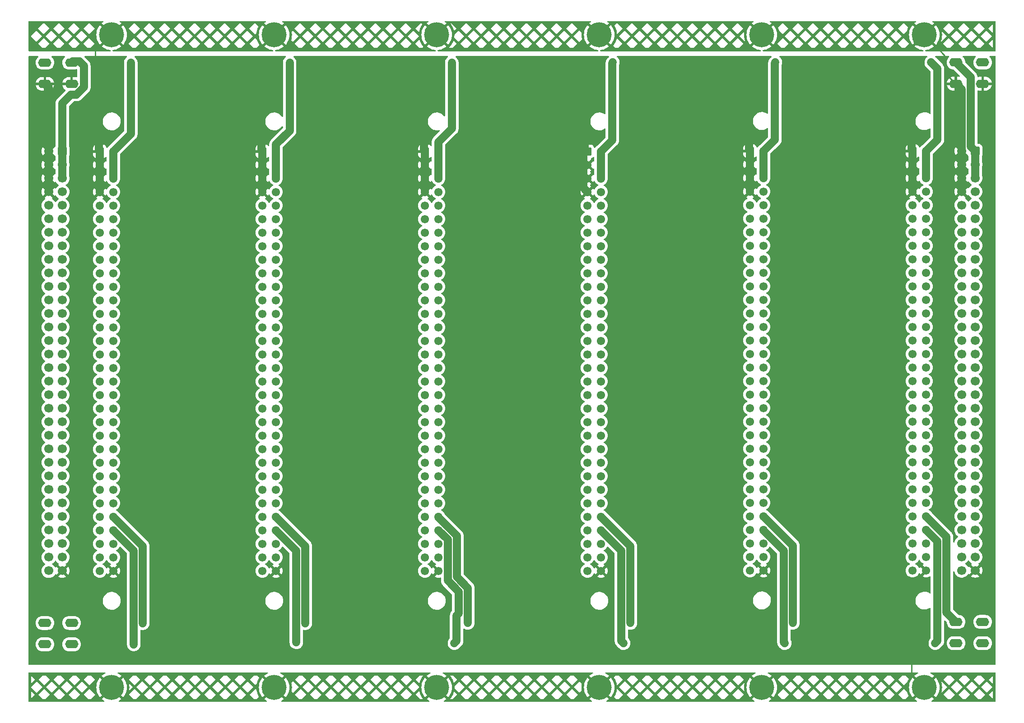
<source format=gbr>
%TF.GenerationSoftware,KiCad,Pcbnew,7.0.5*%
%TF.CreationDate,2023-12-07T16:06:55+01:00*%
%TF.ProjectId,Z80-Backplane,5a38302d-4261-4636-9b70-6c616e652e6b,rev?*%
%TF.SameCoordinates,Original*%
%TF.FileFunction,Copper,L1,Top*%
%TF.FilePolarity,Positive*%
%FSLAX46Y46*%
G04 Gerber Fmt 4.6, Leading zero omitted, Abs format (unit mm)*
G04 Created by KiCad (PCBNEW 7.0.5) date 2023-12-07 16:06:55*
%MOMM*%
%LPD*%
G01*
G04 APERTURE LIST*
G04 Aperture macros list*
%AMRoundRect*
0 Rectangle with rounded corners*
0 $1 Rounding radius*
0 $2 $3 $4 $5 $6 $7 $8 $9 X,Y pos of 4 corners*
0 Add a 4 corners polygon primitive as box body*
4,1,4,$2,$3,$4,$5,$6,$7,$8,$9,$2,$3,0*
0 Add four circle primitives for the rounded corners*
1,1,$1+$1,$2,$3*
1,1,$1+$1,$4,$5*
1,1,$1+$1,$6,$7*
1,1,$1+$1,$8,$9*
0 Add four rect primitives between the rounded corners*
20,1,$1+$1,$2,$3,$4,$5,0*
20,1,$1+$1,$4,$5,$6,$7,0*
20,1,$1+$1,$6,$7,$8,$9,0*
20,1,$1+$1,$8,$9,$2,$3,0*%
G04 Aperture macros list end*
%TA.AperFunction,ComponentPad*%
%ADD10RoundRect,0.249999X-0.525001X-0.525001X0.525001X-0.525001X0.525001X0.525001X-0.525001X0.525001X0*%
%TD*%
%TA.AperFunction,ComponentPad*%
%ADD11C,1.550000*%
%TD*%
%TA.AperFunction,ComponentPad*%
%ADD12C,4.700000*%
%TD*%
%TA.AperFunction,ComponentPad*%
%ADD13O,2.500000X1.600000*%
%TD*%
%TA.AperFunction,ComponentPad*%
%ADD14RoundRect,0.250000X0.600000X0.600000X-0.600000X0.600000X-0.600000X-0.600000X0.600000X-0.600000X0*%
%TD*%
%TA.AperFunction,ComponentPad*%
%ADD15C,1.700000*%
%TD*%
%TA.AperFunction,ViaPad*%
%ADD16C,0.800000*%
%TD*%
%TA.AperFunction,Conductor*%
%ADD17C,1.500000*%
%TD*%
%TA.AperFunction,Conductor*%
%ADD18C,0.250000*%
%TD*%
G04 APERTURE END LIST*
D10*
%TO.P,J3,a1,Pin_a1*%
%TO.N,GND*%
X181920000Y-71800000D03*
D11*
%TO.P,J3,a2,Pin_a2*%
X181920000Y-74340000D03*
%TO.P,J3,a3,Pin_a3*%
X181920000Y-76880000D03*
%TO.P,J3,a4,Pin_a4*%
X181920000Y-79420000D03*
%TO.P,J3,a5,Pin_a5*%
%TO.N,/MEMAQ*%
X181920000Y-81960000D03*
%TO.P,J3,a6,Pin_a6*%
%TO.N,/~{INT3}*%
X181920000Y-84500000D03*
%TO.P,J3,a7,Pin_a7*%
%TO.N,/A0*%
X181920000Y-87040000D03*
%TO.P,J3,a8,Pin_a8*%
%TO.N,/A1*%
X181920000Y-89580000D03*
%TO.P,J3,a9,Pin_a9*%
%TO.N,/A2*%
X181920000Y-92120000D03*
%TO.P,J3,a10,Pin_a10*%
%TO.N,/A3*%
X181920000Y-94660000D03*
%TO.P,J3,a11,Pin_a11*%
%TO.N,/A4*%
X181920000Y-97200000D03*
%TO.P,J3,a12,Pin_a12*%
%TO.N,/A5*%
X181920000Y-99740000D03*
%TO.P,J3,a13,Pin_a13*%
%TO.N,/A6*%
X181920000Y-102280000D03*
%TO.P,J3,a14,Pin_a14*%
%TO.N,/A7*%
X181920000Y-104820000D03*
%TO.P,J3,a15,Pin_a15*%
%TO.N,/A8*%
X181920000Y-107360000D03*
%TO.P,J3,a16,Pin_a16*%
%TO.N,/A9*%
X181920000Y-109900000D03*
%TO.P,J3,a17,Pin_a17*%
%TO.N,/A10*%
X181920000Y-112440000D03*
%TO.P,J3,a18,Pin_a18*%
%TO.N,/A11*%
X181920000Y-114980000D03*
%TO.P,J3,a19,Pin_a19*%
%TO.N,/A12*%
X181920000Y-117520000D03*
%TO.P,J3,a20,Pin_a20*%
%TO.N,/A13*%
X181920000Y-120060000D03*
%TO.P,J3,a21,Pin_a21*%
%TO.N,/A14*%
X181920000Y-122600000D03*
%TO.P,J3,a22,Pin_a22*%
%TO.N,/A15*%
X181920000Y-125140000D03*
%TO.P,J3,a23,Pin_a23*%
%TO.N,/~{BUSREQ}*%
X181920000Y-127680000D03*
%TO.P,J3,a24,Pin_a24*%
%TO.N,/~{BUSACK}*%
X181920000Y-130220000D03*
%TO.P,J3,a25,Pin_a25*%
%TO.N,/A16*%
X181920000Y-132760000D03*
%TO.P,J3,a26,Pin_a26*%
%TO.N,/A17*%
X181920000Y-135300000D03*
%TO.P,J3,a27,Pin_a27*%
%TO.N,/A18*%
X181920000Y-137840000D03*
%TO.P,J3,a28,Pin_a28*%
%TO.N,/A19*%
X181920000Y-140380000D03*
%TO.P,J3,a29,Pin_a29*%
%TO.N,/A20*%
X181920000Y-142920000D03*
%TO.P,J3,a30,Pin_a30*%
%TO.N,/A21*%
X181920000Y-145460000D03*
%TO.P,J3,a31,Pin_a31*%
%TO.N,/A22*%
X181920000Y-148000000D03*
%TO.P,J3,a32,Pin_a32*%
%TO.N,/A23*%
X181920000Y-150540000D03*
%TO.P,J3,b1,Pin_b1*%
%TO.N,+5V*%
X184460000Y-71800000D03*
%TO.P,J3,b2,Pin_b2*%
X184460000Y-74340000D03*
%TO.P,J3,b3,Pin_b3*%
X184460000Y-76880000D03*
%TO.P,J3,b4,Pin_b4*%
%TO.N,/~{INT0}*%
X184460000Y-79420000D03*
%TO.P,J3,b5,Pin_b5*%
%TO.N,/~{INT1}*%
X184460000Y-81960000D03*
%TO.P,J3,b6,Pin_b6*%
%TO.N,/~{INT2}*%
X184460000Y-84500000D03*
%TO.P,J3,b7,Pin_b7*%
%TO.N,/D0*%
X184460000Y-87040000D03*
%TO.P,J3,b8,Pin_b8*%
%TO.N,/D1*%
X184460000Y-89580000D03*
%TO.P,J3,b9,Pin_b9*%
%TO.N,/D2*%
X184460000Y-92120000D03*
%TO.P,J3,b10,Pin_b10*%
%TO.N,/D3*%
X184460000Y-94660000D03*
%TO.P,J3,b11,Pin_b11*%
%TO.N,/D4*%
X184460000Y-97200000D03*
%TO.P,J3,b12,Pin_b12*%
%TO.N,/D5*%
X184460000Y-99740000D03*
%TO.P,J3,b13,Pin_b13*%
%TO.N,/D6*%
X184460000Y-102280000D03*
%TO.P,J3,b14,Pin_b14*%
%TO.N,/D7*%
X184460000Y-104820000D03*
%TO.P,J3,b15,Pin_b15*%
%TO.N,/~{RESET}*%
X184460000Y-107360000D03*
%TO.P,J3,b16,Pin_b16*%
%TO.N,/CLK_CPU*%
X184460000Y-109900000D03*
%TO.P,J3,b17,Pin_b17*%
%TO.N,/~{INT}*%
X184460000Y-112440000D03*
%TO.P,J3,b18,Pin_b18*%
%TO.N,/~{NMI}*%
X184460000Y-114980000D03*
%TO.P,J3,b19,Pin_b19*%
%TO.N,/~{M1}*%
X184460000Y-117520000D03*
%TO.P,J3,b20,Pin_b20*%
%TO.N,/~{WAIT}*%
X184460000Y-120060000D03*
%TO.P,J3,b21,Pin_b21*%
%TO.N,/~{HALT}*%
X184460000Y-122600000D03*
%TO.P,J3,b22,Pin_b22*%
%TO.N,/~{RD}*%
X184460000Y-125140000D03*
%TO.P,J3,b23,Pin_b23*%
%TO.N,/~{WR}*%
X184460000Y-127680000D03*
%TO.P,J3,b24,Pin_b24*%
%TO.N,/~{MREQ}*%
X184460000Y-130220000D03*
%TO.P,J3,b25,Pin_b25*%
%TO.N,/~{IOREQ}*%
X184460000Y-132760000D03*
%TO.P,J3,b26,Pin_b26*%
%TO.N,unconnected-(J3-Pin_b26-Padb26)*%
X184460000Y-135300000D03*
%TO.P,J3,b27,Pin_b27*%
%TO.N,unconnected-(J3-Pin_b27-Padb27)*%
X184460000Y-137840000D03*
%TO.P,J3,b28,Pin_b28*%
%TO.N,+12V*%
X184460000Y-140380000D03*
%TO.P,J3,b29,Pin_b29*%
%TO.N,-12V*%
X184460000Y-142920000D03*
%TO.P,J3,b30,Pin_b30*%
%TO.N,unconnected-(J3-Pin_b30-Padb30)*%
X184460000Y-145460000D03*
%TO.P,J3,b31,Pin_b31*%
%TO.N,unconnected-(J3-Pin_b31-Padb31)*%
X184460000Y-148000000D03*
%TO.P,J3,b32,Pin_b32*%
%TO.N,GND*%
X184460000Y-150540000D03*
%TD*%
D10*
%TO.P,J4,a1,Pin_a1*%
%TO.N,GND*%
X212400000Y-71830000D03*
D11*
%TO.P,J4,a2,Pin_a2*%
X212400000Y-74370000D03*
%TO.P,J4,a3,Pin_a3*%
X212400000Y-76910000D03*
%TO.P,J4,a4,Pin_a4*%
X212400000Y-79450000D03*
%TO.P,J4,a5,Pin_a5*%
%TO.N,/MEMAQ*%
X212400000Y-81990000D03*
%TO.P,J4,a6,Pin_a6*%
%TO.N,/~{INT3}*%
X212400000Y-84530000D03*
%TO.P,J4,a7,Pin_a7*%
%TO.N,/A0*%
X212400000Y-87070000D03*
%TO.P,J4,a8,Pin_a8*%
%TO.N,/A1*%
X212400000Y-89610000D03*
%TO.P,J4,a9,Pin_a9*%
%TO.N,/A2*%
X212400000Y-92150000D03*
%TO.P,J4,a10,Pin_a10*%
%TO.N,/A3*%
X212400000Y-94690000D03*
%TO.P,J4,a11,Pin_a11*%
%TO.N,/A4*%
X212400000Y-97230000D03*
%TO.P,J4,a12,Pin_a12*%
%TO.N,/A5*%
X212400000Y-99770000D03*
%TO.P,J4,a13,Pin_a13*%
%TO.N,/A6*%
X212400000Y-102310000D03*
%TO.P,J4,a14,Pin_a14*%
%TO.N,/A7*%
X212400000Y-104850000D03*
%TO.P,J4,a15,Pin_a15*%
%TO.N,/A8*%
X212400000Y-107390000D03*
%TO.P,J4,a16,Pin_a16*%
%TO.N,/A9*%
X212400000Y-109930000D03*
%TO.P,J4,a17,Pin_a17*%
%TO.N,/A10*%
X212400000Y-112470000D03*
%TO.P,J4,a18,Pin_a18*%
%TO.N,/A11*%
X212400000Y-115010000D03*
%TO.P,J4,a19,Pin_a19*%
%TO.N,/A12*%
X212400000Y-117550000D03*
%TO.P,J4,a20,Pin_a20*%
%TO.N,/A13*%
X212400000Y-120090000D03*
%TO.P,J4,a21,Pin_a21*%
%TO.N,/A14*%
X212400000Y-122630000D03*
%TO.P,J4,a22,Pin_a22*%
%TO.N,/A15*%
X212400000Y-125170000D03*
%TO.P,J4,a23,Pin_a23*%
%TO.N,/~{BUSREQ}*%
X212400000Y-127710000D03*
%TO.P,J4,a24,Pin_a24*%
%TO.N,/~{BUSACK}*%
X212400000Y-130250000D03*
%TO.P,J4,a25,Pin_a25*%
%TO.N,/A16*%
X212400000Y-132790000D03*
%TO.P,J4,a26,Pin_a26*%
%TO.N,/A17*%
X212400000Y-135330000D03*
%TO.P,J4,a27,Pin_a27*%
%TO.N,/A18*%
X212400000Y-137870000D03*
%TO.P,J4,a28,Pin_a28*%
%TO.N,/A19*%
X212400000Y-140410000D03*
%TO.P,J4,a29,Pin_a29*%
%TO.N,/A20*%
X212400000Y-142950000D03*
%TO.P,J4,a30,Pin_a30*%
%TO.N,/A21*%
X212400000Y-145490000D03*
%TO.P,J4,a31,Pin_a31*%
%TO.N,/A22*%
X212400000Y-148030000D03*
%TO.P,J4,a32,Pin_a32*%
%TO.N,/A23*%
X212400000Y-150570000D03*
%TO.P,J4,b1,Pin_b1*%
%TO.N,+5V*%
X214940000Y-71830000D03*
%TO.P,J4,b2,Pin_b2*%
X214940000Y-74370000D03*
%TO.P,J4,b3,Pin_b3*%
X214940000Y-76910000D03*
%TO.P,J4,b4,Pin_b4*%
%TO.N,/~{INT0}*%
X214940000Y-79450000D03*
%TO.P,J4,b5,Pin_b5*%
%TO.N,/~{INT1}*%
X214940000Y-81990000D03*
%TO.P,J4,b6,Pin_b6*%
%TO.N,/~{INT2}*%
X214940000Y-84530000D03*
%TO.P,J4,b7,Pin_b7*%
%TO.N,/D0*%
X214940000Y-87070000D03*
%TO.P,J4,b8,Pin_b8*%
%TO.N,/D1*%
X214940000Y-89610000D03*
%TO.P,J4,b9,Pin_b9*%
%TO.N,/D2*%
X214940000Y-92150000D03*
%TO.P,J4,b10,Pin_b10*%
%TO.N,/D3*%
X214940000Y-94690000D03*
%TO.P,J4,b11,Pin_b11*%
%TO.N,/D4*%
X214940000Y-97230000D03*
%TO.P,J4,b12,Pin_b12*%
%TO.N,/D5*%
X214940000Y-99770000D03*
%TO.P,J4,b13,Pin_b13*%
%TO.N,/D6*%
X214940000Y-102310000D03*
%TO.P,J4,b14,Pin_b14*%
%TO.N,/D7*%
X214940000Y-104850000D03*
%TO.P,J4,b15,Pin_b15*%
%TO.N,/~{RESET}*%
X214940000Y-107390000D03*
%TO.P,J4,b16,Pin_b16*%
%TO.N,/CLK_CPU*%
X214940000Y-109930000D03*
%TO.P,J4,b17,Pin_b17*%
%TO.N,/~{INT}*%
X214940000Y-112470000D03*
%TO.P,J4,b18,Pin_b18*%
%TO.N,/~{NMI}*%
X214940000Y-115010000D03*
%TO.P,J4,b19,Pin_b19*%
%TO.N,/~{M1}*%
X214940000Y-117550000D03*
%TO.P,J4,b20,Pin_b20*%
%TO.N,/~{WAIT}*%
X214940000Y-120090000D03*
%TO.P,J4,b21,Pin_b21*%
%TO.N,/~{HALT}*%
X214940000Y-122630000D03*
%TO.P,J4,b22,Pin_b22*%
%TO.N,/~{RD}*%
X214940000Y-125170000D03*
%TO.P,J4,b23,Pin_b23*%
%TO.N,/~{WR}*%
X214940000Y-127710000D03*
%TO.P,J4,b24,Pin_b24*%
%TO.N,/~{MREQ}*%
X214940000Y-130250000D03*
%TO.P,J4,b25,Pin_b25*%
%TO.N,/~{IOREQ}*%
X214940000Y-132790000D03*
%TO.P,J4,b26,Pin_b26*%
%TO.N,unconnected-(J4-Pin_b26-Padb26)*%
X214940000Y-135330000D03*
%TO.P,J4,b27,Pin_b27*%
%TO.N,unconnected-(J4-Pin_b27-Padb27)*%
X214940000Y-137870000D03*
%TO.P,J4,b28,Pin_b28*%
%TO.N,+12V*%
X214940000Y-140410000D03*
%TO.P,J4,b29,Pin_b29*%
%TO.N,-12V*%
X214940000Y-142950000D03*
%TO.P,J4,b30,Pin_b30*%
%TO.N,unconnected-(J4-Pin_b30-Padb30)*%
X214940000Y-145490000D03*
%TO.P,J4,b31,Pin_b31*%
%TO.N,unconnected-(J4-Pin_b31-Padb31)*%
X214940000Y-148030000D03*
%TO.P,J4,b32,Pin_b32*%
%TO.N,GND*%
X214940000Y-150570000D03*
%TD*%
D12*
%TO.P,H3,1,1*%
%TO.N,GND*%
X184120000Y-50000000D03*
%TD*%
%TO.P,H8,1,1*%
%TO.N,GND*%
X92680000Y-172500000D03*
%TD*%
%TO.P,H12,1,1*%
%TO.N,GND*%
X92680000Y-50000000D03*
%TD*%
%TO.P,H10,1,1*%
%TO.N,GND*%
X62200000Y-172500000D03*
%TD*%
D10*
%TO.P,J14,a1,Pin_a1*%
%TO.N,GND*%
X60000000Y-71880000D03*
D11*
%TO.P,J14,a2,Pin_a2*%
X60000000Y-74420000D03*
%TO.P,J14,a3,Pin_a3*%
X60000000Y-76960000D03*
%TO.P,J14,a4,Pin_a4*%
X60000000Y-79500000D03*
%TO.P,J14,a5,Pin_a5*%
%TO.N,/MEMAQ*%
X60000000Y-82040000D03*
%TO.P,J14,a6,Pin_a6*%
%TO.N,/~{INT3}*%
X60000000Y-84580000D03*
%TO.P,J14,a7,Pin_a7*%
%TO.N,/A0*%
X60000000Y-87120000D03*
%TO.P,J14,a8,Pin_a8*%
%TO.N,/A1*%
X60000000Y-89660000D03*
%TO.P,J14,a9,Pin_a9*%
%TO.N,/A2*%
X60000000Y-92200000D03*
%TO.P,J14,a10,Pin_a10*%
%TO.N,/A3*%
X60000000Y-94740000D03*
%TO.P,J14,a11,Pin_a11*%
%TO.N,/A4*%
X60000000Y-97280000D03*
%TO.P,J14,a12,Pin_a12*%
%TO.N,/A5*%
X60000000Y-99820000D03*
%TO.P,J14,a13,Pin_a13*%
%TO.N,/A6*%
X60000000Y-102360000D03*
%TO.P,J14,a14,Pin_a14*%
%TO.N,/A7*%
X60000000Y-104900000D03*
%TO.P,J14,a15,Pin_a15*%
%TO.N,/A8*%
X60000000Y-107440000D03*
%TO.P,J14,a16,Pin_a16*%
%TO.N,/A9*%
X60000000Y-109980000D03*
%TO.P,J14,a17,Pin_a17*%
%TO.N,/A10*%
X60000000Y-112520000D03*
%TO.P,J14,a18,Pin_a18*%
%TO.N,/A11*%
X60000000Y-115060000D03*
%TO.P,J14,a19,Pin_a19*%
%TO.N,/A12*%
X60000000Y-117600000D03*
%TO.P,J14,a20,Pin_a20*%
%TO.N,/A13*%
X60000000Y-120140000D03*
%TO.P,J14,a21,Pin_a21*%
%TO.N,/A14*%
X60000000Y-122680000D03*
%TO.P,J14,a22,Pin_a22*%
%TO.N,/A15*%
X60000000Y-125220000D03*
%TO.P,J14,a23,Pin_a23*%
%TO.N,/~{BUSREQ}*%
X60000000Y-127760000D03*
%TO.P,J14,a24,Pin_a24*%
%TO.N,/~{BUSACK}*%
X60000000Y-130300000D03*
%TO.P,J14,a25,Pin_a25*%
%TO.N,/A16*%
X60000000Y-132840000D03*
%TO.P,J14,a26,Pin_a26*%
%TO.N,/A17*%
X60000000Y-135380000D03*
%TO.P,J14,a27,Pin_a27*%
%TO.N,/A18*%
X60000000Y-137920000D03*
%TO.P,J14,a28,Pin_a28*%
%TO.N,/A19*%
X60000000Y-140460000D03*
%TO.P,J14,a29,Pin_a29*%
%TO.N,/A20*%
X60000000Y-143000000D03*
%TO.P,J14,a30,Pin_a30*%
%TO.N,/A21*%
X60000000Y-145540000D03*
%TO.P,J14,a31,Pin_a31*%
%TO.N,/A22*%
X60000000Y-148080000D03*
%TO.P,J14,a32,Pin_a32*%
%TO.N,/A23*%
X60000000Y-150620000D03*
%TO.P,J14,b1,Pin_b1*%
%TO.N,+5V*%
X62540000Y-71880000D03*
%TO.P,J14,b2,Pin_b2*%
X62540000Y-74420000D03*
%TO.P,J14,b3,Pin_b3*%
X62540000Y-76960000D03*
%TO.P,J14,b4,Pin_b4*%
%TO.N,/~{INT0}*%
X62540000Y-79500000D03*
%TO.P,J14,b5,Pin_b5*%
%TO.N,/~{INT1}*%
X62540000Y-82040000D03*
%TO.P,J14,b6,Pin_b6*%
%TO.N,/~{INT2}*%
X62540000Y-84580000D03*
%TO.P,J14,b7,Pin_b7*%
%TO.N,/D0*%
X62540000Y-87120000D03*
%TO.P,J14,b8,Pin_b8*%
%TO.N,/D1*%
X62540000Y-89660000D03*
%TO.P,J14,b9,Pin_b9*%
%TO.N,/D2*%
X62540000Y-92200000D03*
%TO.P,J14,b10,Pin_b10*%
%TO.N,/D3*%
X62540000Y-94740000D03*
%TO.P,J14,b11,Pin_b11*%
%TO.N,/D4*%
X62540000Y-97280000D03*
%TO.P,J14,b12,Pin_b12*%
%TO.N,/D5*%
X62540000Y-99820000D03*
%TO.P,J14,b13,Pin_b13*%
%TO.N,/D6*%
X62540000Y-102360000D03*
%TO.P,J14,b14,Pin_b14*%
%TO.N,/D7*%
X62540000Y-104900000D03*
%TO.P,J14,b15,Pin_b15*%
%TO.N,/~{RESET}*%
X62540000Y-107440000D03*
%TO.P,J14,b16,Pin_b16*%
%TO.N,/CLK_CPU*%
X62540000Y-109980000D03*
%TO.P,J14,b17,Pin_b17*%
%TO.N,/~{INT}*%
X62540000Y-112520000D03*
%TO.P,J14,b18,Pin_b18*%
%TO.N,/~{NMI}*%
X62540000Y-115060000D03*
%TO.P,J14,b19,Pin_b19*%
%TO.N,/~{M1}*%
X62540000Y-117600000D03*
%TO.P,J14,b20,Pin_b20*%
%TO.N,/~{WAIT}*%
X62540000Y-120140000D03*
%TO.P,J14,b21,Pin_b21*%
%TO.N,/~{HALT}*%
X62540000Y-122680000D03*
%TO.P,J14,b22,Pin_b22*%
%TO.N,/~{RD}*%
X62540000Y-125220000D03*
%TO.P,J14,b23,Pin_b23*%
%TO.N,/~{WR}*%
X62540000Y-127760000D03*
%TO.P,J14,b24,Pin_b24*%
%TO.N,/~{MREQ}*%
X62540000Y-130300000D03*
%TO.P,J14,b25,Pin_b25*%
%TO.N,/~{IOREQ}*%
X62540000Y-132840000D03*
%TO.P,J14,b26,Pin_b26*%
%TO.N,unconnected-(J14-Pin_b26-Padb26)*%
X62540000Y-135380000D03*
%TO.P,J14,b27,Pin_b27*%
%TO.N,unconnected-(J14-Pin_b27-Padb27)*%
X62540000Y-137920000D03*
%TO.P,J14,b28,Pin_b28*%
%TO.N,+12V*%
X62540000Y-140460000D03*
%TO.P,J14,b29,Pin_b29*%
%TO.N,-12V*%
X62540000Y-143000000D03*
%TO.P,J14,b30,Pin_b30*%
%TO.N,unconnected-(J14-Pin_b30-Padb30)*%
X62540000Y-145540000D03*
%TO.P,J14,b31,Pin_b31*%
%TO.N,unconnected-(J14-Pin_b31-Padb31)*%
X62540000Y-148080000D03*
%TO.P,J14,b32,Pin_b32*%
%TO.N,GND*%
X62540000Y-150620000D03*
%TD*%
D12*
%TO.P,H1,1,1*%
%TO.N,GND*%
X214600000Y-50000000D03*
%TD*%
%TO.P,H5,1,1*%
%TO.N,GND*%
X153640000Y-50000000D03*
%TD*%
%TO.P,H9,1,1*%
%TO.N,GND*%
X123160000Y-172500000D03*
%TD*%
D10*
%TO.P,J2,a1,Pin_a1*%
%TO.N,GND*%
X151440000Y-71880000D03*
D11*
%TO.P,J2,a2,Pin_a2*%
X151440000Y-74420000D03*
%TO.P,J2,a3,Pin_a3*%
X151440000Y-76960000D03*
%TO.P,J2,a4,Pin_a4*%
X151440000Y-79500000D03*
%TO.P,J2,a5,Pin_a5*%
%TO.N,/MEMAQ*%
X151440000Y-82040000D03*
%TO.P,J2,a6,Pin_a6*%
%TO.N,/~{INT3}*%
X151440000Y-84580000D03*
%TO.P,J2,a7,Pin_a7*%
%TO.N,/A0*%
X151440000Y-87120000D03*
%TO.P,J2,a8,Pin_a8*%
%TO.N,/A1*%
X151440000Y-89660000D03*
%TO.P,J2,a9,Pin_a9*%
%TO.N,/A2*%
X151440000Y-92200000D03*
%TO.P,J2,a10,Pin_a10*%
%TO.N,/A3*%
X151440000Y-94740000D03*
%TO.P,J2,a11,Pin_a11*%
%TO.N,/A4*%
X151440000Y-97280000D03*
%TO.P,J2,a12,Pin_a12*%
%TO.N,/A5*%
X151440000Y-99820000D03*
%TO.P,J2,a13,Pin_a13*%
%TO.N,/A6*%
X151440000Y-102360000D03*
%TO.P,J2,a14,Pin_a14*%
%TO.N,/A7*%
X151440000Y-104900000D03*
%TO.P,J2,a15,Pin_a15*%
%TO.N,/A8*%
X151440000Y-107440000D03*
%TO.P,J2,a16,Pin_a16*%
%TO.N,/A9*%
X151440000Y-109980000D03*
%TO.P,J2,a17,Pin_a17*%
%TO.N,/A10*%
X151440000Y-112520000D03*
%TO.P,J2,a18,Pin_a18*%
%TO.N,/A11*%
X151440000Y-115060000D03*
%TO.P,J2,a19,Pin_a19*%
%TO.N,/A12*%
X151440000Y-117600000D03*
%TO.P,J2,a20,Pin_a20*%
%TO.N,/A13*%
X151440000Y-120140000D03*
%TO.P,J2,a21,Pin_a21*%
%TO.N,/A14*%
X151440000Y-122680000D03*
%TO.P,J2,a22,Pin_a22*%
%TO.N,/A15*%
X151440000Y-125220000D03*
%TO.P,J2,a23,Pin_a23*%
%TO.N,/~{BUSREQ}*%
X151440000Y-127760000D03*
%TO.P,J2,a24,Pin_a24*%
%TO.N,/~{BUSACK}*%
X151440000Y-130300000D03*
%TO.P,J2,a25,Pin_a25*%
%TO.N,/A16*%
X151440000Y-132840000D03*
%TO.P,J2,a26,Pin_a26*%
%TO.N,/A17*%
X151440000Y-135380000D03*
%TO.P,J2,a27,Pin_a27*%
%TO.N,/A18*%
X151440000Y-137920000D03*
%TO.P,J2,a28,Pin_a28*%
%TO.N,/A19*%
X151440000Y-140460000D03*
%TO.P,J2,a29,Pin_a29*%
%TO.N,/A20*%
X151440000Y-143000000D03*
%TO.P,J2,a30,Pin_a30*%
%TO.N,/A21*%
X151440000Y-145540000D03*
%TO.P,J2,a31,Pin_a31*%
%TO.N,/A22*%
X151440000Y-148080000D03*
%TO.P,J2,a32,Pin_a32*%
%TO.N,/A23*%
X151440000Y-150620000D03*
%TO.P,J2,b1,Pin_b1*%
%TO.N,+5V*%
X153980000Y-71880000D03*
%TO.P,J2,b2,Pin_b2*%
X153980000Y-74420000D03*
%TO.P,J2,b3,Pin_b3*%
X153980000Y-76960000D03*
%TO.P,J2,b4,Pin_b4*%
%TO.N,/~{INT0}*%
X153980000Y-79500000D03*
%TO.P,J2,b5,Pin_b5*%
%TO.N,/~{INT1}*%
X153980000Y-82040000D03*
%TO.P,J2,b6,Pin_b6*%
%TO.N,/~{INT2}*%
X153980000Y-84580000D03*
%TO.P,J2,b7,Pin_b7*%
%TO.N,/D0*%
X153980000Y-87120000D03*
%TO.P,J2,b8,Pin_b8*%
%TO.N,/D1*%
X153980000Y-89660000D03*
%TO.P,J2,b9,Pin_b9*%
%TO.N,/D2*%
X153980000Y-92200000D03*
%TO.P,J2,b10,Pin_b10*%
%TO.N,/D3*%
X153980000Y-94740000D03*
%TO.P,J2,b11,Pin_b11*%
%TO.N,/D4*%
X153980000Y-97280000D03*
%TO.P,J2,b12,Pin_b12*%
%TO.N,/D5*%
X153980000Y-99820000D03*
%TO.P,J2,b13,Pin_b13*%
%TO.N,/D6*%
X153980000Y-102360000D03*
%TO.P,J2,b14,Pin_b14*%
%TO.N,/D7*%
X153980000Y-104900000D03*
%TO.P,J2,b15,Pin_b15*%
%TO.N,/~{RESET}*%
X153980000Y-107440000D03*
%TO.P,J2,b16,Pin_b16*%
%TO.N,/CLK_CPU*%
X153980000Y-109980000D03*
%TO.P,J2,b17,Pin_b17*%
%TO.N,/~{INT}*%
X153980000Y-112520000D03*
%TO.P,J2,b18,Pin_b18*%
%TO.N,/~{NMI}*%
X153980000Y-115060000D03*
%TO.P,J2,b19,Pin_b19*%
%TO.N,/~{M1}*%
X153980000Y-117600000D03*
%TO.P,J2,b20,Pin_b20*%
%TO.N,/~{WAIT}*%
X153980000Y-120140000D03*
%TO.P,J2,b21,Pin_b21*%
%TO.N,/~{HALT}*%
X153980000Y-122680000D03*
%TO.P,J2,b22,Pin_b22*%
%TO.N,/~{RD}*%
X153980000Y-125220000D03*
%TO.P,J2,b23,Pin_b23*%
%TO.N,/~{WR}*%
X153980000Y-127760000D03*
%TO.P,J2,b24,Pin_b24*%
%TO.N,/~{MREQ}*%
X153980000Y-130300000D03*
%TO.P,J2,b25,Pin_b25*%
%TO.N,/~{IOREQ}*%
X153980000Y-132840000D03*
%TO.P,J2,b26,Pin_b26*%
%TO.N,unconnected-(J2-Pin_b26-Padb26)*%
X153980000Y-135380000D03*
%TO.P,J2,b27,Pin_b27*%
%TO.N,unconnected-(J2-Pin_b27-Padb27)*%
X153980000Y-137920000D03*
%TO.P,J2,b28,Pin_b28*%
%TO.N,+12V*%
X153980000Y-140460000D03*
%TO.P,J2,b29,Pin_b29*%
%TO.N,-12V*%
X153980000Y-143000000D03*
%TO.P,J2,b30,Pin_b30*%
%TO.N,unconnected-(J2-Pin_b30-Padb30)*%
X153980000Y-145540000D03*
%TO.P,J2,b31,Pin_b31*%
%TO.N,unconnected-(J2-Pin_b31-Padb31)*%
X153980000Y-148080000D03*
%TO.P,J2,b32,Pin_b32*%
%TO.N,GND*%
X153980000Y-150620000D03*
%TD*%
D12*
%TO.P,H4,1,1*%
%TO.N,GND*%
X214600000Y-172500000D03*
%TD*%
%TO.P,H6,1,1*%
%TO.N,GND*%
X153640000Y-172500000D03*
%TD*%
D10*
%TO.P,J15,a1,Pin_a1*%
%TO.N,GND*%
X90480000Y-71880000D03*
D11*
%TO.P,J15,a2,Pin_a2*%
X90480000Y-74420000D03*
%TO.P,J15,a3,Pin_a3*%
X90480000Y-76960000D03*
%TO.P,J15,a4,Pin_a4*%
X90480000Y-79500000D03*
%TO.P,J15,a5,Pin_a5*%
%TO.N,/MEMAQ*%
X90480000Y-82040000D03*
%TO.P,J15,a6,Pin_a6*%
%TO.N,/~{INT3}*%
X90480000Y-84580000D03*
%TO.P,J15,a7,Pin_a7*%
%TO.N,/A0*%
X90480000Y-87120000D03*
%TO.P,J15,a8,Pin_a8*%
%TO.N,/A1*%
X90480000Y-89660000D03*
%TO.P,J15,a9,Pin_a9*%
%TO.N,/A2*%
X90480000Y-92200000D03*
%TO.P,J15,a10,Pin_a10*%
%TO.N,/A3*%
X90480000Y-94740000D03*
%TO.P,J15,a11,Pin_a11*%
%TO.N,/A4*%
X90480000Y-97280000D03*
%TO.P,J15,a12,Pin_a12*%
%TO.N,/A5*%
X90480000Y-99820000D03*
%TO.P,J15,a13,Pin_a13*%
%TO.N,/A6*%
X90480000Y-102360000D03*
%TO.P,J15,a14,Pin_a14*%
%TO.N,/A7*%
X90480000Y-104900000D03*
%TO.P,J15,a15,Pin_a15*%
%TO.N,/A8*%
X90480000Y-107440000D03*
%TO.P,J15,a16,Pin_a16*%
%TO.N,/A9*%
X90480000Y-109980000D03*
%TO.P,J15,a17,Pin_a17*%
%TO.N,/A10*%
X90480000Y-112520000D03*
%TO.P,J15,a18,Pin_a18*%
%TO.N,/A11*%
X90480000Y-115060000D03*
%TO.P,J15,a19,Pin_a19*%
%TO.N,/A12*%
X90480000Y-117600000D03*
%TO.P,J15,a20,Pin_a20*%
%TO.N,/A13*%
X90480000Y-120140000D03*
%TO.P,J15,a21,Pin_a21*%
%TO.N,/A14*%
X90480000Y-122680000D03*
%TO.P,J15,a22,Pin_a22*%
%TO.N,/A15*%
X90480000Y-125220000D03*
%TO.P,J15,a23,Pin_a23*%
%TO.N,/~{BUSREQ}*%
X90480000Y-127760000D03*
%TO.P,J15,a24,Pin_a24*%
%TO.N,/~{BUSACK}*%
X90480000Y-130300000D03*
%TO.P,J15,a25,Pin_a25*%
%TO.N,/A16*%
X90480000Y-132840000D03*
%TO.P,J15,a26,Pin_a26*%
%TO.N,/A17*%
X90480000Y-135380000D03*
%TO.P,J15,a27,Pin_a27*%
%TO.N,/A18*%
X90480000Y-137920000D03*
%TO.P,J15,a28,Pin_a28*%
%TO.N,/A19*%
X90480000Y-140460000D03*
%TO.P,J15,a29,Pin_a29*%
%TO.N,/A20*%
X90480000Y-143000000D03*
%TO.P,J15,a30,Pin_a30*%
%TO.N,/A21*%
X90480000Y-145540000D03*
%TO.P,J15,a31,Pin_a31*%
%TO.N,/A22*%
X90480000Y-148080000D03*
%TO.P,J15,a32,Pin_a32*%
%TO.N,/A23*%
X90480000Y-150620000D03*
%TO.P,J15,b1,Pin_b1*%
%TO.N,+5V*%
X93020000Y-71880000D03*
%TO.P,J15,b2,Pin_b2*%
X93020000Y-74420000D03*
%TO.P,J15,b3,Pin_b3*%
X93020000Y-76960000D03*
%TO.P,J15,b4,Pin_b4*%
%TO.N,/~{INT0}*%
X93020000Y-79500000D03*
%TO.P,J15,b5,Pin_b5*%
%TO.N,/~{INT1}*%
X93020000Y-82040000D03*
%TO.P,J15,b6,Pin_b6*%
%TO.N,/~{INT2}*%
X93020000Y-84580000D03*
%TO.P,J15,b7,Pin_b7*%
%TO.N,/D0*%
X93020000Y-87120000D03*
%TO.P,J15,b8,Pin_b8*%
%TO.N,/D1*%
X93020000Y-89660000D03*
%TO.P,J15,b9,Pin_b9*%
%TO.N,/D2*%
X93020000Y-92200000D03*
%TO.P,J15,b10,Pin_b10*%
%TO.N,/D3*%
X93020000Y-94740000D03*
%TO.P,J15,b11,Pin_b11*%
%TO.N,/D4*%
X93020000Y-97280000D03*
%TO.P,J15,b12,Pin_b12*%
%TO.N,/D5*%
X93020000Y-99820000D03*
%TO.P,J15,b13,Pin_b13*%
%TO.N,/D6*%
X93020000Y-102360000D03*
%TO.P,J15,b14,Pin_b14*%
%TO.N,/D7*%
X93020000Y-104900000D03*
%TO.P,J15,b15,Pin_b15*%
%TO.N,/~{RESET}*%
X93020000Y-107440000D03*
%TO.P,J15,b16,Pin_b16*%
%TO.N,/CLK_CPU*%
X93020000Y-109980000D03*
%TO.P,J15,b17,Pin_b17*%
%TO.N,/~{INT}*%
X93020000Y-112520000D03*
%TO.P,J15,b18,Pin_b18*%
%TO.N,/~{NMI}*%
X93020000Y-115060000D03*
%TO.P,J15,b19,Pin_b19*%
%TO.N,/~{M1}*%
X93020000Y-117600000D03*
%TO.P,J15,b20,Pin_b20*%
%TO.N,/~{WAIT}*%
X93020000Y-120140000D03*
%TO.P,J15,b21,Pin_b21*%
%TO.N,/~{HALT}*%
X93020000Y-122680000D03*
%TO.P,J15,b22,Pin_b22*%
%TO.N,/~{RD}*%
X93020000Y-125220000D03*
%TO.P,J15,b23,Pin_b23*%
%TO.N,/~{WR}*%
X93020000Y-127760000D03*
%TO.P,J15,b24,Pin_b24*%
%TO.N,/~{MREQ}*%
X93020000Y-130300000D03*
%TO.P,J15,b25,Pin_b25*%
%TO.N,/~{IOREQ}*%
X93020000Y-132840000D03*
%TO.P,J15,b26,Pin_b26*%
%TO.N,unconnected-(J15-Pin_b26-Padb26)*%
X93020000Y-135380000D03*
%TO.P,J15,b27,Pin_b27*%
%TO.N,unconnected-(J15-Pin_b27-Padb27)*%
X93020000Y-137920000D03*
%TO.P,J15,b28,Pin_b28*%
%TO.N,+12V*%
X93020000Y-140460000D03*
%TO.P,J15,b29,Pin_b29*%
%TO.N,-12V*%
X93020000Y-143000000D03*
%TO.P,J15,b30,Pin_b30*%
%TO.N,unconnected-(J15-Pin_b30-Padb30)*%
X93020000Y-145540000D03*
%TO.P,J15,b31,Pin_b31*%
%TO.N,unconnected-(J15-Pin_b31-Padb31)*%
X93020000Y-148080000D03*
%TO.P,J15,b32,Pin_b32*%
%TO.N,GND*%
X93020000Y-150620000D03*
%TD*%
D12*
%TO.P,H11,1,1*%
%TO.N,GND*%
X62200000Y-50000000D03*
%TD*%
%TO.P,H2,1,1*%
%TO.N,GND*%
X184120000Y-172500000D03*
%TD*%
D10*
%TO.P,J9,a1,Pin_a1*%
%TO.N,GND*%
X120960000Y-71880000D03*
D11*
%TO.P,J9,a2,Pin_a2*%
X120960000Y-74420000D03*
%TO.P,J9,a3,Pin_a3*%
X120960000Y-76960000D03*
%TO.P,J9,a4,Pin_a4*%
X120960000Y-79500000D03*
%TO.P,J9,a5,Pin_a5*%
%TO.N,/MEMAQ*%
X120960000Y-82040000D03*
%TO.P,J9,a6,Pin_a6*%
%TO.N,/~{INT3}*%
X120960000Y-84580000D03*
%TO.P,J9,a7,Pin_a7*%
%TO.N,/A0*%
X120960000Y-87120000D03*
%TO.P,J9,a8,Pin_a8*%
%TO.N,/A1*%
X120960000Y-89660000D03*
%TO.P,J9,a9,Pin_a9*%
%TO.N,/A2*%
X120960000Y-92200000D03*
%TO.P,J9,a10,Pin_a10*%
%TO.N,/A3*%
X120960000Y-94740000D03*
%TO.P,J9,a11,Pin_a11*%
%TO.N,/A4*%
X120960000Y-97280000D03*
%TO.P,J9,a12,Pin_a12*%
%TO.N,/A5*%
X120960000Y-99820000D03*
%TO.P,J9,a13,Pin_a13*%
%TO.N,/A6*%
X120960000Y-102360000D03*
%TO.P,J9,a14,Pin_a14*%
%TO.N,/A7*%
X120960000Y-104900000D03*
%TO.P,J9,a15,Pin_a15*%
%TO.N,/A8*%
X120960000Y-107440000D03*
%TO.P,J9,a16,Pin_a16*%
%TO.N,/A9*%
X120960000Y-109980000D03*
%TO.P,J9,a17,Pin_a17*%
%TO.N,/A10*%
X120960000Y-112520000D03*
%TO.P,J9,a18,Pin_a18*%
%TO.N,/A11*%
X120960000Y-115060000D03*
%TO.P,J9,a19,Pin_a19*%
%TO.N,/A12*%
X120960000Y-117600000D03*
%TO.P,J9,a20,Pin_a20*%
%TO.N,/A13*%
X120960000Y-120140000D03*
%TO.P,J9,a21,Pin_a21*%
%TO.N,/A14*%
X120960000Y-122680000D03*
%TO.P,J9,a22,Pin_a22*%
%TO.N,/A15*%
X120960000Y-125220000D03*
%TO.P,J9,a23,Pin_a23*%
%TO.N,/~{BUSREQ}*%
X120960000Y-127760000D03*
%TO.P,J9,a24,Pin_a24*%
%TO.N,/~{BUSACK}*%
X120960000Y-130300000D03*
%TO.P,J9,a25,Pin_a25*%
%TO.N,/A16*%
X120960000Y-132840000D03*
%TO.P,J9,a26,Pin_a26*%
%TO.N,/A17*%
X120960000Y-135380000D03*
%TO.P,J9,a27,Pin_a27*%
%TO.N,/A18*%
X120960000Y-137920000D03*
%TO.P,J9,a28,Pin_a28*%
%TO.N,/A19*%
X120960000Y-140460000D03*
%TO.P,J9,a29,Pin_a29*%
%TO.N,/A20*%
X120960000Y-143000000D03*
%TO.P,J9,a30,Pin_a30*%
%TO.N,/A21*%
X120960000Y-145540000D03*
%TO.P,J9,a31,Pin_a31*%
%TO.N,/A22*%
X120960000Y-148080000D03*
%TO.P,J9,a32,Pin_a32*%
%TO.N,/A23*%
X120960000Y-150620000D03*
%TO.P,J9,b1,Pin_b1*%
%TO.N,+5V*%
X123500000Y-71880000D03*
%TO.P,J9,b2,Pin_b2*%
X123500000Y-74420000D03*
%TO.P,J9,b3,Pin_b3*%
X123500000Y-76960000D03*
%TO.P,J9,b4,Pin_b4*%
%TO.N,/~{INT0}*%
X123500000Y-79500000D03*
%TO.P,J9,b5,Pin_b5*%
%TO.N,/~{INT1}*%
X123500000Y-82040000D03*
%TO.P,J9,b6,Pin_b6*%
%TO.N,/~{INT2}*%
X123500000Y-84580000D03*
%TO.P,J9,b7,Pin_b7*%
%TO.N,/D0*%
X123500000Y-87120000D03*
%TO.P,J9,b8,Pin_b8*%
%TO.N,/D1*%
X123500000Y-89660000D03*
%TO.P,J9,b9,Pin_b9*%
%TO.N,/D2*%
X123500000Y-92200000D03*
%TO.P,J9,b10,Pin_b10*%
%TO.N,/D3*%
X123500000Y-94740000D03*
%TO.P,J9,b11,Pin_b11*%
%TO.N,/D4*%
X123500000Y-97280000D03*
%TO.P,J9,b12,Pin_b12*%
%TO.N,/D5*%
X123500000Y-99820000D03*
%TO.P,J9,b13,Pin_b13*%
%TO.N,/D6*%
X123500000Y-102360000D03*
%TO.P,J9,b14,Pin_b14*%
%TO.N,/D7*%
X123500000Y-104900000D03*
%TO.P,J9,b15,Pin_b15*%
%TO.N,/~{RESET}*%
X123500000Y-107440000D03*
%TO.P,J9,b16,Pin_b16*%
%TO.N,/CLK_CPU*%
X123500000Y-109980000D03*
%TO.P,J9,b17,Pin_b17*%
%TO.N,/~{INT}*%
X123500000Y-112520000D03*
%TO.P,J9,b18,Pin_b18*%
%TO.N,/~{NMI}*%
X123500000Y-115060000D03*
%TO.P,J9,b19,Pin_b19*%
%TO.N,/~{M1}*%
X123500000Y-117600000D03*
%TO.P,J9,b20,Pin_b20*%
%TO.N,/~{WAIT}*%
X123500000Y-120140000D03*
%TO.P,J9,b21,Pin_b21*%
%TO.N,/~{HALT}*%
X123500000Y-122680000D03*
%TO.P,J9,b22,Pin_b22*%
%TO.N,/~{RD}*%
X123500000Y-125220000D03*
%TO.P,J9,b23,Pin_b23*%
%TO.N,/~{WR}*%
X123500000Y-127760000D03*
%TO.P,J9,b24,Pin_b24*%
%TO.N,/~{MREQ}*%
X123500000Y-130300000D03*
%TO.P,J9,b25,Pin_b25*%
%TO.N,/~{IOREQ}*%
X123500000Y-132840000D03*
%TO.P,J9,b26,Pin_b26*%
%TO.N,unconnected-(J9-Pin_b26-Padb26)*%
X123500000Y-135380000D03*
%TO.P,J9,b27,Pin_b27*%
%TO.N,unconnected-(J9-Pin_b27-Padb27)*%
X123500000Y-137920000D03*
%TO.P,J9,b28,Pin_b28*%
%TO.N,+12V*%
X123500000Y-140460000D03*
%TO.P,J9,b29,Pin_b29*%
%TO.N,-12V*%
X123500000Y-143000000D03*
%TO.P,J9,b30,Pin_b30*%
%TO.N,unconnected-(J9-Pin_b30-Padb30)*%
X123500000Y-145540000D03*
%TO.P,J9,b31,Pin_b31*%
%TO.N,unconnected-(J9-Pin_b31-Padb31)*%
X123500000Y-148080000D03*
%TO.P,J9,b32,Pin_b32*%
%TO.N,GND*%
X123500000Y-150620000D03*
%TD*%
D12*
%TO.P,H7,1,1*%
%TO.N,GND*%
X123160000Y-50000000D03*
%TD*%
D13*
%TO.P,J10,1,Pin_1*%
%TO.N,+12V*%
X54700000Y-160400000D03*
X49700000Y-160400000D03*
%TD*%
%TO.P,J5,1,Pin_1*%
%TO.N,+5V*%
X225552000Y-55182000D03*
X220552000Y-55182000D03*
%TD*%
%TO.P,J12,1,Pin_1*%
%TO.N,-12V*%
X54700000Y-164400000D03*
X49700000Y-164400000D03*
%TD*%
%TO.P,J8,1,Pin_1*%
%TO.N,GND*%
X225552000Y-59182000D03*
X220552000Y-59182000D03*
%TD*%
%TO.P,J13,1,Pin_1*%
%TO.N,-12V*%
X225552000Y-164200000D03*
X220552000Y-164200000D03*
%TD*%
%TO.P,J7,1,Pin_1*%
%TO.N,GND*%
X54700000Y-59200000D03*
X49700000Y-59200000D03*
%TD*%
%TO.P,J6,1,Pin_1*%
%TO.N,+5V*%
X54700000Y-55200000D03*
X49700000Y-55200000D03*
%TD*%
D14*
%TO.P,J17,1,Pin_1*%
%TO.N,+5V*%
X52950000Y-71860000D03*
D15*
%TO.P,J17,2,Pin_2*%
%TO.N,GND*%
X50410000Y-71860000D03*
%TO.P,J17,3,Pin_3*%
%TO.N,+5V*%
X52950000Y-74400000D03*
%TO.P,J17,4,Pin_4*%
%TO.N,GND*%
X50410000Y-74400000D03*
%TO.P,J17,5,Pin_5*%
%TO.N,+5V*%
X52950000Y-76940000D03*
%TO.P,J17,6,Pin_6*%
%TO.N,GND*%
X50410000Y-76940000D03*
%TO.P,J17,7,Pin_7*%
%TO.N,/~{INT0}*%
X52950000Y-79480000D03*
%TO.P,J17,8,Pin_8*%
%TO.N,GND*%
X50410000Y-79480000D03*
%TO.P,J17,9,Pin_9*%
%TO.N,/~{INT1}*%
X52950000Y-82020000D03*
%TO.P,J17,10,Pin_10*%
%TO.N,/MEMAQ*%
X50410000Y-82020000D03*
%TO.P,J17,11,Pin_11*%
%TO.N,/~{INT2}*%
X52950000Y-84560000D03*
%TO.P,J17,12,Pin_12*%
%TO.N,/~{INT3}*%
X50410000Y-84560000D03*
%TO.P,J17,13,Pin_13*%
%TO.N,/D0*%
X52950000Y-87100000D03*
%TO.P,J17,14,Pin_14*%
%TO.N,/A0*%
X50410000Y-87100000D03*
%TO.P,J17,15,Pin_15*%
%TO.N,/D1*%
X52950000Y-89640000D03*
%TO.P,J17,16,Pin_16*%
%TO.N,/A1*%
X50410000Y-89640000D03*
%TO.P,J17,17,Pin_17*%
%TO.N,/D2*%
X52950000Y-92180000D03*
%TO.P,J17,18,Pin_18*%
%TO.N,/A2*%
X50410000Y-92180000D03*
%TO.P,J17,19,Pin_19*%
%TO.N,/D3*%
X52950000Y-94720000D03*
%TO.P,J17,20,Pin_20*%
%TO.N,/A3*%
X50410000Y-94720000D03*
%TO.P,J17,21,Pin_21*%
%TO.N,/D4*%
X52950000Y-97260000D03*
%TO.P,J17,22,Pin_22*%
%TO.N,/A4*%
X50410000Y-97260000D03*
%TO.P,J17,23,Pin_23*%
%TO.N,/D5*%
X52950000Y-99800000D03*
%TO.P,J17,24,Pin_24*%
%TO.N,/A5*%
X50410000Y-99800000D03*
%TO.P,J17,25,Pin_25*%
%TO.N,/D6*%
X52950000Y-102340000D03*
%TO.P,J17,26,Pin_26*%
%TO.N,/A6*%
X50410000Y-102340000D03*
%TO.P,J17,27,Pin_27*%
%TO.N,/D7*%
X52950000Y-104880000D03*
%TO.P,J17,28,Pin_28*%
%TO.N,/A7*%
X50410000Y-104880000D03*
%TO.P,J17,29,Pin_29*%
%TO.N,/~{RESET}*%
X52950000Y-107420000D03*
%TO.P,J17,30,Pin_30*%
%TO.N,/A8*%
X50410000Y-107420000D03*
%TO.P,J17,31,Pin_31*%
%TO.N,/CLK_CPU*%
X52950000Y-109960000D03*
%TO.P,J17,32,Pin_32*%
%TO.N,/A9*%
X50410000Y-109960000D03*
%TO.P,J17,33,Pin_33*%
%TO.N,/~{INT}*%
X52950000Y-112500000D03*
%TO.P,J17,34,Pin_34*%
%TO.N,/A10*%
X50410000Y-112500000D03*
%TO.P,J17,35,Pin_35*%
%TO.N,/~{NMI}*%
X52950000Y-115040000D03*
%TO.P,J17,36,Pin_36*%
%TO.N,/A11*%
X50410000Y-115040000D03*
%TO.P,J17,37,Pin_37*%
%TO.N,/~{M1}*%
X52950000Y-117580000D03*
%TO.P,J17,38,Pin_38*%
%TO.N,/A12*%
X50410000Y-117580000D03*
%TO.P,J17,39,Pin_39*%
%TO.N,/~{WAIT}*%
X52950000Y-120120000D03*
%TO.P,J17,40,Pin_40*%
%TO.N,/A13*%
X50410000Y-120120000D03*
%TO.P,J17,41,Pin_41*%
%TO.N,/~{HALT}*%
X52950000Y-122660000D03*
%TO.P,J17,42,Pin_42*%
%TO.N,/A14*%
X50410000Y-122660000D03*
%TO.P,J17,43,Pin_43*%
%TO.N,/~{RD}*%
X52950000Y-125200000D03*
%TO.P,J17,44,Pin_44*%
%TO.N,/A15*%
X50410000Y-125200000D03*
%TO.P,J17,45,Pin_45*%
%TO.N,/~{WR}*%
X52950000Y-127740000D03*
%TO.P,J17,46,Pin_46*%
%TO.N,/~{BUSREQ}*%
X50410000Y-127740000D03*
%TO.P,J17,47,Pin_47*%
%TO.N,/~{MREQ}*%
X52950000Y-130280000D03*
%TO.P,J17,48,Pin_48*%
%TO.N,/~{BUSACK}*%
X50410000Y-130280000D03*
%TO.P,J17,49,Pin_49*%
%TO.N,/~{IOREQ}*%
X52950000Y-132820000D03*
%TO.P,J17,50,Pin_50*%
%TO.N,/A16*%
X50410000Y-132820000D03*
%TO.P,J17,51,Pin_51*%
%TO.N,unconnected-(J17-Pin_51-Pad51)*%
X52950000Y-135360000D03*
%TO.P,J17,52,Pin_52*%
%TO.N,/A17*%
X50410000Y-135360000D03*
%TO.P,J17,53,Pin_53*%
%TO.N,unconnected-(J17-Pin_53-Pad53)*%
X52950000Y-137900000D03*
%TO.P,J17,54,Pin_54*%
%TO.N,/A18*%
X50410000Y-137900000D03*
%TO.P,J17,55,Pin_55*%
%TO.N,unconnected-(J17-Pin_55-Pad55)*%
X52950000Y-140440000D03*
%TO.P,J17,56,Pin_56*%
%TO.N,/A19*%
X50410000Y-140440000D03*
%TO.P,J17,57,Pin_57*%
%TO.N,unconnected-(J17-Pin_57-Pad57)*%
X52950000Y-142980000D03*
%TO.P,J17,58,Pin_58*%
%TO.N,/A20*%
X50410000Y-142980000D03*
%TO.P,J17,59,Pin_59*%
%TO.N,unconnected-(J17-Pin_59-Pad59)*%
X52950000Y-145520000D03*
%TO.P,J17,60,Pin_60*%
%TO.N,/A21*%
X50410000Y-145520000D03*
%TO.P,J17,61,Pin_61*%
%TO.N,unconnected-(J17-Pin_61-Pad61)*%
X52950000Y-148060000D03*
%TO.P,J17,62,Pin_62*%
%TO.N,/A22*%
X50410000Y-148060000D03*
%TO.P,J17,63,Pin_63*%
%TO.N,GND*%
X52950000Y-150600000D03*
%TO.P,J17,64,Pin_64*%
%TO.N,/A23*%
X50410000Y-150600000D03*
%TD*%
D14*
%TO.P,J16,1,Pin_1*%
%TO.N,+5V*%
X224140000Y-71800000D03*
D15*
%TO.P,J16,2,Pin_2*%
%TO.N,GND*%
X221600000Y-71800000D03*
%TO.P,J16,3,Pin_3*%
%TO.N,+5V*%
X224140000Y-74340000D03*
%TO.P,J16,4,Pin_4*%
%TO.N,GND*%
X221600000Y-74340000D03*
%TO.P,J16,5,Pin_5*%
%TO.N,+5V*%
X224140000Y-76880000D03*
%TO.P,J16,6,Pin_6*%
%TO.N,GND*%
X221600000Y-76880000D03*
%TO.P,J16,7,Pin_7*%
%TO.N,/~{INT0}*%
X224140000Y-79420000D03*
%TO.P,J16,8,Pin_8*%
%TO.N,GND*%
X221600000Y-79420000D03*
%TO.P,J16,9,Pin_9*%
%TO.N,/~{INT1}*%
X224140000Y-81960000D03*
%TO.P,J16,10,Pin_10*%
%TO.N,/MEMAQ*%
X221600000Y-81960000D03*
%TO.P,J16,11,Pin_11*%
%TO.N,/~{INT2}*%
X224140000Y-84500000D03*
%TO.P,J16,12,Pin_12*%
%TO.N,/~{INT3}*%
X221600000Y-84500000D03*
%TO.P,J16,13,Pin_13*%
%TO.N,/D0*%
X224140000Y-87040000D03*
%TO.P,J16,14,Pin_14*%
%TO.N,/A0*%
X221600000Y-87040000D03*
%TO.P,J16,15,Pin_15*%
%TO.N,/D1*%
X224140000Y-89580000D03*
%TO.P,J16,16,Pin_16*%
%TO.N,/A1*%
X221600000Y-89580000D03*
%TO.P,J16,17,Pin_17*%
%TO.N,/D2*%
X224140000Y-92120000D03*
%TO.P,J16,18,Pin_18*%
%TO.N,/A2*%
X221600000Y-92120000D03*
%TO.P,J16,19,Pin_19*%
%TO.N,/D3*%
X224140000Y-94660000D03*
%TO.P,J16,20,Pin_20*%
%TO.N,/A3*%
X221600000Y-94660000D03*
%TO.P,J16,21,Pin_21*%
%TO.N,/D4*%
X224140000Y-97200000D03*
%TO.P,J16,22,Pin_22*%
%TO.N,/A4*%
X221600000Y-97200000D03*
%TO.P,J16,23,Pin_23*%
%TO.N,/D5*%
X224140000Y-99740000D03*
%TO.P,J16,24,Pin_24*%
%TO.N,/A5*%
X221600000Y-99740000D03*
%TO.P,J16,25,Pin_25*%
%TO.N,/D6*%
X224140000Y-102280000D03*
%TO.P,J16,26,Pin_26*%
%TO.N,/A6*%
X221600000Y-102280000D03*
%TO.P,J16,27,Pin_27*%
%TO.N,/D7*%
X224140000Y-104820000D03*
%TO.P,J16,28,Pin_28*%
%TO.N,/A7*%
X221600000Y-104820000D03*
%TO.P,J16,29,Pin_29*%
%TO.N,/~{RESET}*%
X224140000Y-107360000D03*
%TO.P,J16,30,Pin_30*%
%TO.N,/A8*%
X221600000Y-107360000D03*
%TO.P,J16,31,Pin_31*%
%TO.N,/CLK_CPU*%
X224140000Y-109900000D03*
%TO.P,J16,32,Pin_32*%
%TO.N,/A9*%
X221600000Y-109900000D03*
%TO.P,J16,33,Pin_33*%
%TO.N,/~{INT}*%
X224140000Y-112440000D03*
%TO.P,J16,34,Pin_34*%
%TO.N,/A10*%
X221600000Y-112440000D03*
%TO.P,J16,35,Pin_35*%
%TO.N,/~{NMI}*%
X224140000Y-114980000D03*
%TO.P,J16,36,Pin_36*%
%TO.N,/A11*%
X221600000Y-114980000D03*
%TO.P,J16,37,Pin_37*%
%TO.N,/~{M1}*%
X224140000Y-117520000D03*
%TO.P,J16,38,Pin_38*%
%TO.N,/A12*%
X221600000Y-117520000D03*
%TO.P,J16,39,Pin_39*%
%TO.N,/~{WAIT}*%
X224140000Y-120060000D03*
%TO.P,J16,40,Pin_40*%
%TO.N,/A13*%
X221600000Y-120060000D03*
%TO.P,J16,41,Pin_41*%
%TO.N,/~{HALT}*%
X224140000Y-122600000D03*
%TO.P,J16,42,Pin_42*%
%TO.N,/A14*%
X221600000Y-122600000D03*
%TO.P,J16,43,Pin_43*%
%TO.N,/~{RD}*%
X224140000Y-125140000D03*
%TO.P,J16,44,Pin_44*%
%TO.N,/A15*%
X221600000Y-125140000D03*
%TO.P,J16,45,Pin_45*%
%TO.N,/~{WR}*%
X224140000Y-127680000D03*
%TO.P,J16,46,Pin_46*%
%TO.N,/~{BUSREQ}*%
X221600000Y-127680000D03*
%TO.P,J16,47,Pin_47*%
%TO.N,/~{MREQ}*%
X224140000Y-130220000D03*
%TO.P,J16,48,Pin_48*%
%TO.N,/~{BUSACK}*%
X221600000Y-130220000D03*
%TO.P,J16,49,Pin_49*%
%TO.N,/~{IOREQ}*%
X224140000Y-132760000D03*
%TO.P,J16,50,Pin_50*%
%TO.N,/A16*%
X221600000Y-132760000D03*
%TO.P,J16,51,Pin_51*%
%TO.N,unconnected-(J16-Pin_51-Pad51)*%
X224140000Y-135300000D03*
%TO.P,J16,52,Pin_52*%
%TO.N,/A17*%
X221600000Y-135300000D03*
%TO.P,J16,53,Pin_53*%
%TO.N,unconnected-(J16-Pin_53-Pad53)*%
X224140000Y-137840000D03*
%TO.P,J16,54,Pin_54*%
%TO.N,/A18*%
X221600000Y-137840000D03*
%TO.P,J16,55,Pin_55*%
%TO.N,unconnected-(J16-Pin_55-Pad55)*%
X224140000Y-140380000D03*
%TO.P,J16,56,Pin_56*%
%TO.N,/A19*%
X221600000Y-140380000D03*
%TO.P,J16,57,Pin_57*%
%TO.N,unconnected-(J16-Pin_57-Pad57)*%
X224140000Y-142920000D03*
%TO.P,J16,58,Pin_58*%
%TO.N,/A20*%
X221600000Y-142920000D03*
%TO.P,J16,59,Pin_59*%
%TO.N,unconnected-(J16-Pin_59-Pad59)*%
X224140000Y-145460000D03*
%TO.P,J16,60,Pin_60*%
%TO.N,/A21*%
X221600000Y-145460000D03*
%TO.P,J16,61,Pin_61*%
%TO.N,unconnected-(J16-Pin_61-Pad61)*%
X224140000Y-148000000D03*
%TO.P,J16,62,Pin_62*%
%TO.N,/A22*%
X221600000Y-148000000D03*
%TO.P,J16,63,Pin_63*%
%TO.N,GND*%
X224140000Y-150540000D03*
%TO.P,J16,64,Pin_64*%
%TO.N,/A23*%
X221600000Y-150540000D03*
%TD*%
D13*
%TO.P,J11,1,Pin_1*%
%TO.N,+12V*%
X225552000Y-160200000D03*
X220552000Y-160200000D03*
%TD*%
D16*
%TO.N,GND*%
X121200000Y-59200000D03*
X213360000Y-59182000D03*
X153670000Y-59182000D03*
X182372000Y-59182000D03*
X90600000Y-59200000D03*
X60000000Y-59200000D03*
%TO.N,+5V*%
X156210000Y-55182000D03*
X215900000Y-55182000D03*
X126000000Y-55200000D03*
X186690000Y-55182000D03*
X95600000Y-55200000D03*
X65800000Y-55200000D03*
%TO.N,+12V*%
X159505000Y-160400000D03*
X68063561Y-160463561D03*
X189992000Y-160400000D03*
X98543561Y-160456439D03*
X129032000Y-160400000D03*
%TO.N,-12V*%
X188468000Y-164200000D03*
X158242000Y-164200000D03*
X126492000Y-164200000D03*
X216662000Y-164200000D03*
X66364041Y-164435959D03*
X96844041Y-164044041D03*
%TD*%
D17*
%TO.N,GND*%
X50410000Y-62190000D02*
X50410000Y-59910000D01*
X212215000Y-164048999D02*
X212250001Y-164084000D01*
D18*
X212250001Y-170150001D02*
X212250001Y-164084000D01*
X62200000Y-172500000D02*
X64664521Y-170035479D01*
X214600000Y-172500000D02*
X212250001Y-170150001D01*
X218440000Y-53840000D02*
X218440000Y-57070000D01*
X218440000Y-57070000D02*
X220552000Y-59182000D01*
X214600000Y-50000000D02*
X218440000Y-53840000D01*
X59302000Y-54102000D02*
X62200000Y-57000000D01*
X59182000Y-54102000D02*
X59302000Y-54102000D01*
X59182000Y-53018000D02*
X59182000Y-54102000D01*
X62200000Y-50000000D02*
X59182000Y-53018000D01*
D17*
X181920000Y-71800000D02*
X181735000Y-71615000D01*
X212215000Y-60327000D02*
X213360000Y-59182000D01*
X151440000Y-79500000D02*
X150665000Y-78725000D01*
X59815479Y-59384521D02*
X60000000Y-59200000D01*
X90480000Y-71880000D02*
X90295479Y-71695479D01*
X60000000Y-79500000D02*
X60000000Y-71880000D01*
X62200000Y-57000000D02*
X60000000Y-59200000D01*
X221600000Y-79420000D02*
X221600000Y-71800000D01*
X90480000Y-79500000D02*
X90480000Y-71880000D01*
X120775479Y-71695479D02*
X120775479Y-59624521D01*
X50410000Y-59910000D02*
X49700000Y-59200000D01*
X213360000Y-51240000D02*
X214600000Y-50000000D01*
X181735000Y-71615000D02*
X181735000Y-59819000D01*
X120960000Y-71880000D02*
X120775479Y-71695479D01*
X181735000Y-59819000D02*
X182372000Y-59182000D01*
X212215000Y-71645000D02*
X212215000Y-60327000D01*
X123160000Y-57240000D02*
X121200000Y-59200000D01*
X212400000Y-79450000D02*
X212400000Y-71830000D01*
X92680000Y-57120000D02*
X90600000Y-59200000D01*
X221600000Y-71800000D02*
X221600000Y-60230000D01*
X150665000Y-62187000D02*
X153670000Y-59182000D01*
X212400000Y-71830000D02*
X212215000Y-71645000D01*
X120775479Y-59624521D02*
X121200000Y-59200000D01*
X60000000Y-71880000D02*
X59815479Y-71695479D01*
X59815479Y-71695479D02*
X59815479Y-59384521D01*
X221600000Y-60230000D02*
X220552000Y-59182000D01*
X90295479Y-71695479D02*
X90295479Y-59504521D01*
X120960000Y-79500000D02*
X120960000Y-71880000D01*
X90295479Y-59504521D02*
X90600000Y-59200000D01*
X181920000Y-79420000D02*
X181920000Y-71800000D01*
X50410000Y-79480000D02*
X50410000Y-62190000D01*
X150665000Y-78725000D02*
X150665000Y-62187000D01*
%TO.N,+5V*%
X223300000Y-57930000D02*
X220552000Y-55182000D01*
X126000000Y-67600000D02*
X126000000Y-55200000D01*
X156105000Y-69755000D02*
X156105000Y-55287000D01*
X214940000Y-71830000D02*
X217065000Y-69705000D01*
X186585000Y-55287000D02*
X186690000Y-55182000D01*
X224140000Y-71800000D02*
X223300000Y-70960000D01*
X156105000Y-55287000D02*
X156210000Y-55182000D01*
X93020000Y-70580000D02*
X95600000Y-68000000D01*
X54900000Y-55000000D02*
X54700000Y-55200000D01*
X56200000Y-55000000D02*
X54900000Y-55000000D01*
X54600000Y-61200000D02*
X55624194Y-61200000D01*
X184460000Y-76880000D02*
X184460000Y-71800000D01*
X214940000Y-76910000D02*
X214940000Y-71830000D01*
X52950000Y-76940000D02*
X52950000Y-71860000D01*
X153980000Y-76960000D02*
X153980000Y-71880000D01*
X217065000Y-69705000D02*
X217065000Y-56347000D01*
X123500000Y-74420000D02*
X123500000Y-71880000D01*
X123500000Y-70100000D02*
X126000000Y-67600000D01*
X57000000Y-59824194D02*
X57000000Y-55800000D01*
X57000000Y-55800000D02*
X56200000Y-55000000D01*
X55624194Y-61200000D02*
X57000000Y-59824194D01*
X186585000Y-69675000D02*
X186585000Y-55287000D01*
X93020000Y-76960000D02*
X93020000Y-71880000D01*
X62540000Y-76960000D02*
X62540000Y-71880000D01*
X217065000Y-56347000D02*
X215900000Y-55182000D01*
X93020000Y-71880000D02*
X93020000Y-70580000D01*
X223300000Y-70960000D02*
X223300000Y-57930000D01*
X52950000Y-71860000D02*
X52950000Y-62850000D01*
X65800000Y-68620000D02*
X65800000Y-55200000D01*
X224140000Y-76880000D02*
X224140000Y-71800000D01*
X153980000Y-71880000D02*
X156105000Y-69755000D01*
X52950000Y-62850000D02*
X54600000Y-61200000D01*
X123500000Y-76960000D02*
X123500000Y-74420000D01*
X123500000Y-71880000D02*
X123500000Y-70100000D01*
X95600000Y-68000000D02*
X95600000Y-55200000D01*
X184460000Y-71800000D02*
X186585000Y-69675000D01*
X62540000Y-71880000D02*
X65800000Y-68620000D01*
%TO.N,+12V*%
X93020000Y-140460000D02*
X98543561Y-145983561D01*
X218765000Y-144235000D02*
X218765000Y-158413000D01*
X153980000Y-140460000D02*
X159505000Y-145985000D01*
X123500000Y-140460000D02*
X123500000Y-140561172D01*
X123500000Y-140561172D02*
X126949520Y-144010692D01*
X98543561Y-145983561D02*
X98543561Y-160456439D01*
X68063561Y-145983561D02*
X68063561Y-160463561D01*
X189985000Y-160393000D02*
X189992000Y-160400000D01*
X129023561Y-160391561D02*
X129032000Y-160400000D01*
X214940000Y-140410000D02*
X218765000Y-144235000D01*
X218765000Y-158413000D02*
X220552000Y-160200000D01*
X126949520Y-151763760D02*
X129023561Y-153837801D01*
X126949520Y-144010692D02*
X126949520Y-151763760D01*
X129023561Y-153837801D02*
X129023561Y-160391561D01*
X189985000Y-145905000D02*
X189985000Y-160393000D01*
X184460000Y-140380000D02*
X189985000Y-145905000D01*
X159505000Y-145985000D02*
X159505000Y-160400000D01*
X62540000Y-140460000D02*
X68063561Y-145983561D01*
%TO.N,-12V*%
X127324041Y-154541765D02*
X127324041Y-158600000D01*
X62540000Y-143000000D02*
X66364041Y-146824041D01*
X127324041Y-158600000D02*
X126900480Y-159023561D01*
X125250000Y-144750000D02*
X125250000Y-152467724D01*
X153980000Y-143000000D02*
X157805000Y-146825000D01*
X188285000Y-164017000D02*
X188468000Y-164200000D01*
X157805000Y-146825000D02*
X157805000Y-163763000D01*
X217065000Y-163797000D02*
X216662000Y-164200000D01*
X66364041Y-146824041D02*
X66364041Y-164435959D01*
X96844041Y-146824041D02*
X96844041Y-164044041D01*
X125250000Y-152467724D02*
X127324041Y-154541765D01*
X126900480Y-163791520D02*
X126492000Y-164200000D01*
X184460000Y-143020481D02*
X188285000Y-146845481D01*
X188285000Y-146845481D02*
X188285000Y-164017000D01*
X126900480Y-159023561D02*
X126900480Y-163791520D01*
X93020000Y-143000000D02*
X96844041Y-146824041D01*
X123500000Y-143000000D02*
X125250000Y-144750000D01*
X184460000Y-142920000D02*
X184460000Y-143020481D01*
X157805000Y-163763000D02*
X158242000Y-164200000D01*
X214940000Y-142950000D02*
X217065000Y-145075000D01*
X217065000Y-145075000D02*
X217065000Y-163797000D01*
%TD*%
%TA.AperFunction,Conductor*%
%TO.N,GND*%
G36*
X48392811Y-53994685D02*
G01*
X48438566Y-54047489D01*
X48448510Y-54116647D01*
X48419485Y-54180203D01*
X48407743Y-54191758D01*
X48243806Y-54355695D01*
X48243803Y-54355698D01*
X48243802Y-54355700D01*
X48192801Y-54428537D01*
X48112476Y-54543252D01*
X48112475Y-54543254D01*
X48015718Y-54750750D01*
X48015714Y-54750761D01*
X47956457Y-54971910D01*
X47956456Y-54971918D01*
X47936502Y-55199998D01*
X47936502Y-55200001D01*
X47956456Y-55428081D01*
X47956457Y-55428089D01*
X48015714Y-55649238D01*
X48015718Y-55649249D01*
X48112475Y-55856745D01*
X48112477Y-55856749D01*
X48243802Y-56044300D01*
X48405700Y-56206198D01*
X48593251Y-56337523D01*
X48718091Y-56395736D01*
X48800750Y-56434281D01*
X48800752Y-56434281D01*
X48800757Y-56434284D01*
X49021913Y-56493543D01*
X49192871Y-56508499D01*
X49192872Y-56508500D01*
X49192873Y-56508500D01*
X50207128Y-56508500D01*
X50207128Y-56508499D01*
X50378087Y-56493543D01*
X50599243Y-56434284D01*
X50806749Y-56337523D01*
X50994300Y-56206198D01*
X51156198Y-56044300D01*
X51287523Y-55856749D01*
X51384284Y-55649243D01*
X51443543Y-55428087D01*
X51463498Y-55200000D01*
X51463153Y-55196061D01*
X51452665Y-55076181D01*
X51443543Y-54971913D01*
X51384284Y-54750757D01*
X51378680Y-54738740D01*
X51317876Y-54608344D01*
X51287523Y-54543251D01*
X51156198Y-54355700D01*
X50994300Y-54193802D01*
X50994299Y-54193801D01*
X50990472Y-54189974D01*
X50991301Y-54189144D01*
X50955823Y-54135826D01*
X50954709Y-54065966D01*
X50991542Y-54006593D01*
X51054627Y-53976559D01*
X51074228Y-53975000D01*
X53325772Y-53975000D01*
X53392811Y-53994685D01*
X53438566Y-54047489D01*
X53448510Y-54116647D01*
X53419485Y-54180203D01*
X53407743Y-54191758D01*
X53243806Y-54355695D01*
X53243803Y-54355698D01*
X53243802Y-54355700D01*
X53192801Y-54428537D01*
X53112476Y-54543252D01*
X53112475Y-54543254D01*
X53015718Y-54750750D01*
X53015714Y-54750761D01*
X52956457Y-54971910D01*
X52956456Y-54971918D01*
X52936502Y-55199998D01*
X52936502Y-55200001D01*
X52956456Y-55428081D01*
X52956457Y-55428089D01*
X53015714Y-55649238D01*
X53015718Y-55649249D01*
X53112475Y-55856745D01*
X53112477Y-55856749D01*
X53243802Y-56044300D01*
X53405700Y-56206198D01*
X53593251Y-56337523D01*
X53718091Y-56395736D01*
X53800750Y-56434281D01*
X53800752Y-56434281D01*
X53800757Y-56434284D01*
X54021913Y-56493543D01*
X54192871Y-56508499D01*
X54192872Y-56508500D01*
X54192873Y-56508500D01*
X55207128Y-56508500D01*
X55207128Y-56508499D01*
X55378087Y-56493543D01*
X55585411Y-56437990D01*
X55655255Y-56439653D01*
X55713118Y-56478815D01*
X55740623Y-56543043D01*
X55741500Y-56557765D01*
X55741500Y-57851032D01*
X55721815Y-57918071D01*
X55669011Y-57963826D01*
X55599853Y-57973770D01*
X55585407Y-57970807D01*
X55376610Y-57914860D01*
X55376599Y-57914858D01*
X55206766Y-57900000D01*
X54950000Y-57900000D01*
X54950000Y-58775000D01*
X54450000Y-58775000D01*
X54450000Y-57900000D01*
X54193233Y-57900000D01*
X54023400Y-57914858D01*
X54023389Y-57914860D01*
X53803682Y-57973730D01*
X53803673Y-57973734D01*
X53597517Y-58069865D01*
X53411179Y-58200342D01*
X53250342Y-58361179D01*
X53119865Y-58547517D01*
X53023734Y-58753673D01*
X53023730Y-58753682D01*
X52971127Y-58949999D01*
X52971128Y-58950000D01*
X54125393Y-58950000D01*
X54065762Y-59067031D01*
X54044702Y-59200000D01*
X54065762Y-59332969D01*
X54125393Y-59450000D01*
X52971128Y-59450000D01*
X53023730Y-59646317D01*
X53023734Y-59646326D01*
X53119865Y-59852482D01*
X53250342Y-60038820D01*
X53411182Y-60199660D01*
X53530905Y-60283491D01*
X53574530Y-60338068D01*
X53581723Y-60407566D01*
X53550201Y-60469921D01*
X53547463Y-60472747D01*
X52112547Y-61907664D01*
X52107360Y-61912299D01*
X52076784Y-61936684D01*
X52076777Y-61936691D01*
X52031518Y-61988493D01*
X52028673Y-61991537D01*
X52020138Y-62000074D01*
X52020135Y-62000077D01*
X51993389Y-62032112D01*
X51992487Y-62033168D01*
X51927737Y-62107281D01*
X51927732Y-62107287D01*
X51925446Y-62111114D01*
X51914199Y-62126967D01*
X51911328Y-62130405D01*
X51862746Y-62216024D01*
X51862047Y-62217226D01*
X51811552Y-62301740D01*
X51811543Y-62301758D01*
X51809971Y-62305947D01*
X51801739Y-62323543D01*
X51799532Y-62327433D01*
X51799531Y-62327435D01*
X51767004Y-62420386D01*
X51766531Y-62421693D01*
X51731950Y-62513835D01*
X51731948Y-62513841D01*
X51731149Y-62518245D01*
X51726188Y-62537037D01*
X51724714Y-62541249D01*
X51724713Y-62541252D01*
X51709315Y-62638464D01*
X51709083Y-62639833D01*
X51691500Y-62736733D01*
X51691500Y-62741192D01*
X51689973Y-62760595D01*
X51689274Y-62765001D01*
X51691484Y-62863449D01*
X51691500Y-62864840D01*
X51691500Y-70847597D01*
X51673039Y-70912693D01*
X51657884Y-70937263D01*
X51633015Y-71012314D01*
X51593243Y-71069759D01*
X51528727Y-71096582D01*
X51526950Y-71096600D01*
X50893076Y-71730475D01*
X50869493Y-71650156D01*
X50791761Y-71529202D01*
X50683100Y-71435048D01*
X50552315Y-71375320D01*
X50542532Y-71373913D01*
X51171373Y-70745073D01*
X51171373Y-70745072D01*
X51087583Y-70686402D01*
X51087579Y-70686400D01*
X50873492Y-70586570D01*
X50873483Y-70586566D01*
X50645326Y-70525432D01*
X50645315Y-70525430D01*
X50410002Y-70504843D01*
X50409998Y-70504843D01*
X50174684Y-70525430D01*
X50174673Y-70525432D01*
X49946516Y-70586566D01*
X49946507Y-70586570D01*
X49732419Y-70686401D01*
X49648625Y-70745072D01*
X49648625Y-70745073D01*
X50277465Y-71373913D01*
X50267685Y-71375320D01*
X50136900Y-71435048D01*
X50028239Y-71529202D01*
X49950507Y-71650156D01*
X49926923Y-71730476D01*
X49295072Y-71098625D01*
X49236401Y-71182419D01*
X49136570Y-71396507D01*
X49136566Y-71396516D01*
X49075432Y-71624673D01*
X49075430Y-71624684D01*
X49054843Y-71859998D01*
X49054843Y-71860001D01*
X49075430Y-72095315D01*
X49075432Y-72095326D01*
X49136566Y-72323483D01*
X49136570Y-72323492D01*
X49236400Y-72537579D01*
X49236402Y-72537583D01*
X49295072Y-72621373D01*
X49295073Y-72621373D01*
X49926923Y-71989523D01*
X49950507Y-72069844D01*
X50028239Y-72190798D01*
X50136900Y-72284952D01*
X50267685Y-72344680D01*
X50277466Y-72346086D01*
X49648625Y-72974925D01*
X49725031Y-73028425D01*
X49768655Y-73083002D01*
X49775848Y-73152501D01*
X49744326Y-73214855D01*
X49725029Y-73231576D01*
X49648625Y-73285072D01*
X50277466Y-73913913D01*
X50267685Y-73915320D01*
X50136900Y-73975048D01*
X50028239Y-74069202D01*
X49950507Y-74190156D01*
X49926923Y-74270476D01*
X49295072Y-73638625D01*
X49236401Y-73722419D01*
X49136570Y-73936507D01*
X49136566Y-73936516D01*
X49075432Y-74164673D01*
X49075430Y-74164684D01*
X49054843Y-74399998D01*
X49054843Y-74400001D01*
X49075430Y-74635315D01*
X49075432Y-74635326D01*
X49136566Y-74863483D01*
X49136570Y-74863492D01*
X49236400Y-75077579D01*
X49236402Y-75077583D01*
X49295072Y-75161373D01*
X49295073Y-75161373D01*
X49926923Y-74529523D01*
X49950507Y-74609844D01*
X50028239Y-74730798D01*
X50136900Y-74824952D01*
X50267685Y-74884680D01*
X50277466Y-74886086D01*
X49648625Y-75514925D01*
X49725031Y-75568425D01*
X49768655Y-75623002D01*
X49775848Y-75692501D01*
X49744326Y-75754855D01*
X49725029Y-75771576D01*
X49648625Y-75825072D01*
X50277466Y-76453913D01*
X50267685Y-76455320D01*
X50136900Y-76515048D01*
X50028239Y-76609202D01*
X49950507Y-76730156D01*
X49926923Y-76810476D01*
X49295072Y-76178625D01*
X49236401Y-76262419D01*
X49136570Y-76476507D01*
X49136566Y-76476516D01*
X49075432Y-76704673D01*
X49075430Y-76704684D01*
X49054843Y-76939998D01*
X49054843Y-76940001D01*
X49075430Y-77175315D01*
X49075432Y-77175326D01*
X49136566Y-77403483D01*
X49136570Y-77403492D01*
X49236400Y-77617579D01*
X49236402Y-77617583D01*
X49295072Y-77701373D01*
X49295073Y-77701373D01*
X49926923Y-77069523D01*
X49950507Y-77149844D01*
X50028239Y-77270798D01*
X50136900Y-77364952D01*
X50267685Y-77424680D01*
X50277466Y-77426086D01*
X49648625Y-78054925D01*
X49725031Y-78108425D01*
X49768655Y-78163002D01*
X49775848Y-78232501D01*
X49744326Y-78294855D01*
X49725029Y-78311576D01*
X49648625Y-78365072D01*
X50277466Y-78993913D01*
X50267685Y-78995320D01*
X50136900Y-79055048D01*
X50028239Y-79149202D01*
X49950507Y-79270156D01*
X49926923Y-79350475D01*
X49295072Y-78718625D01*
X49236401Y-78802419D01*
X49136570Y-79016507D01*
X49136566Y-79016516D01*
X49075432Y-79244673D01*
X49075430Y-79244684D01*
X49054843Y-79479998D01*
X49054843Y-79480001D01*
X49075430Y-79715315D01*
X49075432Y-79715326D01*
X49136566Y-79943483D01*
X49136570Y-79943492D01*
X49236400Y-80157579D01*
X49236402Y-80157583D01*
X49295072Y-80241373D01*
X49295073Y-80241373D01*
X49926923Y-79609523D01*
X49950507Y-79689844D01*
X50028239Y-79810798D01*
X50136900Y-79904952D01*
X50267685Y-79964680D01*
X50277466Y-79966086D01*
X49648625Y-80594925D01*
X49719801Y-80644763D01*
X49763426Y-80699340D01*
X49770620Y-80768838D01*
X49739097Y-80831193D01*
X49707697Y-80855392D01*
X49664427Y-80878809D01*
X49664422Y-80878812D01*
X49486761Y-81017092D01*
X49486756Y-81017097D01*
X49334284Y-81182723D01*
X49334276Y-81182734D01*
X49211140Y-81371207D01*
X49120703Y-81577385D01*
X49065436Y-81795628D01*
X49065434Y-81795640D01*
X49046844Y-82019994D01*
X49046844Y-82020005D01*
X49065434Y-82244359D01*
X49065436Y-82244371D01*
X49120703Y-82462614D01*
X49211140Y-82668792D01*
X49334276Y-82857265D01*
X49334284Y-82857276D01*
X49486756Y-83022902D01*
X49486761Y-83022907D01*
X49545981Y-83069000D01*
X49664424Y-83161189D01*
X49664429Y-83161191D01*
X49664431Y-83161193D01*
X49700930Y-83180946D01*
X49750520Y-83230165D01*
X49765628Y-83298382D01*
X49741457Y-83363937D01*
X49700930Y-83399054D01*
X49664431Y-83418806D01*
X49664422Y-83418812D01*
X49486761Y-83557092D01*
X49486756Y-83557097D01*
X49334284Y-83722723D01*
X49334276Y-83722734D01*
X49211140Y-83911207D01*
X49120703Y-84117385D01*
X49065436Y-84335628D01*
X49065434Y-84335640D01*
X49046844Y-84559994D01*
X49046844Y-84560005D01*
X49065434Y-84784359D01*
X49065436Y-84784371D01*
X49120703Y-85002614D01*
X49211140Y-85208792D01*
X49334276Y-85397265D01*
X49334284Y-85397276D01*
X49486756Y-85562902D01*
X49486761Y-85562907D01*
X49545981Y-85609000D01*
X49664424Y-85701189D01*
X49664429Y-85701191D01*
X49664431Y-85701193D01*
X49700930Y-85720946D01*
X49750520Y-85770165D01*
X49765628Y-85838382D01*
X49741457Y-85903937D01*
X49700930Y-85939054D01*
X49664431Y-85958806D01*
X49664422Y-85958812D01*
X49486761Y-86097092D01*
X49486756Y-86097097D01*
X49334284Y-86262723D01*
X49334276Y-86262734D01*
X49211140Y-86451207D01*
X49120703Y-86657385D01*
X49065436Y-86875628D01*
X49065434Y-86875640D01*
X49046844Y-87099994D01*
X49046844Y-87100005D01*
X49065434Y-87324359D01*
X49065436Y-87324371D01*
X49120703Y-87542614D01*
X49211140Y-87748792D01*
X49334276Y-87937265D01*
X49334284Y-87937276D01*
X49486756Y-88102902D01*
X49486761Y-88102907D01*
X49545981Y-88149000D01*
X49664424Y-88241189D01*
X49664429Y-88241191D01*
X49664431Y-88241193D01*
X49700930Y-88260946D01*
X49750520Y-88310165D01*
X49765628Y-88378382D01*
X49741457Y-88443937D01*
X49700930Y-88479054D01*
X49664431Y-88498806D01*
X49664422Y-88498812D01*
X49486761Y-88637092D01*
X49486756Y-88637097D01*
X49334284Y-88802723D01*
X49334276Y-88802734D01*
X49211140Y-88991207D01*
X49120703Y-89197385D01*
X49065436Y-89415628D01*
X49065434Y-89415640D01*
X49046844Y-89639994D01*
X49046844Y-89640005D01*
X49065434Y-89864359D01*
X49065436Y-89864371D01*
X49120703Y-90082614D01*
X49211140Y-90288792D01*
X49334276Y-90477265D01*
X49334284Y-90477276D01*
X49486756Y-90642902D01*
X49486761Y-90642907D01*
X49545981Y-90689000D01*
X49664424Y-90781189D01*
X49664429Y-90781191D01*
X49664431Y-90781193D01*
X49700930Y-90800946D01*
X49750520Y-90850165D01*
X49765628Y-90918382D01*
X49741457Y-90983937D01*
X49700930Y-91019054D01*
X49664431Y-91038806D01*
X49664422Y-91038812D01*
X49486761Y-91177092D01*
X49486756Y-91177097D01*
X49334284Y-91342723D01*
X49334276Y-91342734D01*
X49211140Y-91531207D01*
X49120703Y-91737385D01*
X49065436Y-91955628D01*
X49065434Y-91955640D01*
X49046844Y-92179994D01*
X49046844Y-92180005D01*
X49065434Y-92404359D01*
X49065436Y-92404371D01*
X49120703Y-92622614D01*
X49211140Y-92828792D01*
X49334276Y-93017265D01*
X49334284Y-93017276D01*
X49486756Y-93182902D01*
X49486761Y-93182907D01*
X49545981Y-93229000D01*
X49664424Y-93321189D01*
X49664429Y-93321191D01*
X49664431Y-93321193D01*
X49700930Y-93340946D01*
X49750520Y-93390165D01*
X49765628Y-93458382D01*
X49741457Y-93523937D01*
X49700930Y-93559054D01*
X49664431Y-93578806D01*
X49664422Y-93578812D01*
X49486761Y-93717092D01*
X49486756Y-93717097D01*
X49334284Y-93882723D01*
X49334276Y-93882734D01*
X49211140Y-94071207D01*
X49120703Y-94277385D01*
X49065436Y-94495628D01*
X49065434Y-94495640D01*
X49046844Y-94719994D01*
X49046844Y-94720005D01*
X49065434Y-94944359D01*
X49065436Y-94944371D01*
X49120703Y-95162614D01*
X49211140Y-95368792D01*
X49334276Y-95557265D01*
X49334284Y-95557276D01*
X49486756Y-95722902D01*
X49486761Y-95722907D01*
X49545981Y-95769000D01*
X49664424Y-95861189D01*
X49664429Y-95861191D01*
X49664431Y-95861193D01*
X49700930Y-95880946D01*
X49750520Y-95930165D01*
X49765628Y-95998382D01*
X49741457Y-96063937D01*
X49700930Y-96099054D01*
X49664431Y-96118806D01*
X49664422Y-96118812D01*
X49486761Y-96257092D01*
X49486756Y-96257097D01*
X49334284Y-96422723D01*
X49334276Y-96422734D01*
X49211140Y-96611207D01*
X49120703Y-96817385D01*
X49065436Y-97035628D01*
X49065434Y-97035640D01*
X49046844Y-97259994D01*
X49046844Y-97260005D01*
X49065434Y-97484359D01*
X49065436Y-97484371D01*
X49120703Y-97702614D01*
X49211140Y-97908792D01*
X49334276Y-98097265D01*
X49334284Y-98097276D01*
X49486756Y-98262902D01*
X49486761Y-98262907D01*
X49545981Y-98309000D01*
X49664424Y-98401189D01*
X49664429Y-98401191D01*
X49664431Y-98401193D01*
X49700930Y-98420946D01*
X49750520Y-98470165D01*
X49765628Y-98538382D01*
X49741457Y-98603937D01*
X49700930Y-98639054D01*
X49664431Y-98658806D01*
X49664422Y-98658812D01*
X49486761Y-98797092D01*
X49486756Y-98797097D01*
X49334284Y-98962723D01*
X49334276Y-98962734D01*
X49211140Y-99151207D01*
X49120703Y-99357385D01*
X49065436Y-99575628D01*
X49065434Y-99575640D01*
X49046844Y-99799994D01*
X49046844Y-99800005D01*
X49065434Y-100024359D01*
X49065436Y-100024371D01*
X49120703Y-100242614D01*
X49211140Y-100448792D01*
X49334276Y-100637265D01*
X49334284Y-100637276D01*
X49486756Y-100802902D01*
X49486761Y-100802907D01*
X49545981Y-100849000D01*
X49664424Y-100941189D01*
X49664429Y-100941191D01*
X49664431Y-100941193D01*
X49700930Y-100960946D01*
X49750520Y-101010165D01*
X49765628Y-101078382D01*
X49741457Y-101143937D01*
X49700930Y-101179054D01*
X49664431Y-101198806D01*
X49664422Y-101198812D01*
X49486761Y-101337092D01*
X49486756Y-101337097D01*
X49334284Y-101502723D01*
X49334276Y-101502734D01*
X49211140Y-101691207D01*
X49120703Y-101897385D01*
X49065436Y-102115628D01*
X49065434Y-102115640D01*
X49046844Y-102339994D01*
X49046844Y-102340005D01*
X49065434Y-102564359D01*
X49065436Y-102564371D01*
X49120703Y-102782614D01*
X49211140Y-102988792D01*
X49334276Y-103177265D01*
X49334284Y-103177276D01*
X49486756Y-103342902D01*
X49486761Y-103342907D01*
X49545981Y-103389000D01*
X49664424Y-103481189D01*
X49664429Y-103481191D01*
X49664431Y-103481193D01*
X49700930Y-103500946D01*
X49750520Y-103550165D01*
X49765628Y-103618382D01*
X49741457Y-103683937D01*
X49700930Y-103719054D01*
X49664431Y-103738806D01*
X49664422Y-103738812D01*
X49486761Y-103877092D01*
X49486756Y-103877097D01*
X49334284Y-104042723D01*
X49334276Y-104042734D01*
X49211140Y-104231207D01*
X49120703Y-104437385D01*
X49065436Y-104655628D01*
X49065434Y-104655640D01*
X49046844Y-104879994D01*
X49046844Y-104880005D01*
X49065434Y-105104359D01*
X49065436Y-105104371D01*
X49120703Y-105322614D01*
X49211140Y-105528792D01*
X49334276Y-105717265D01*
X49334284Y-105717276D01*
X49486756Y-105882902D01*
X49486761Y-105882907D01*
X49545981Y-105929000D01*
X49664424Y-106021189D01*
X49664429Y-106021191D01*
X49664431Y-106021193D01*
X49700930Y-106040946D01*
X49750520Y-106090165D01*
X49765628Y-106158382D01*
X49741457Y-106223937D01*
X49700930Y-106259054D01*
X49664431Y-106278806D01*
X49664422Y-106278812D01*
X49486761Y-106417092D01*
X49486756Y-106417097D01*
X49334284Y-106582723D01*
X49334276Y-106582734D01*
X49211140Y-106771207D01*
X49120703Y-106977385D01*
X49065436Y-107195628D01*
X49065434Y-107195640D01*
X49046844Y-107419994D01*
X49046844Y-107420005D01*
X49065434Y-107644359D01*
X49065436Y-107644371D01*
X49120703Y-107862614D01*
X49211140Y-108068792D01*
X49334276Y-108257265D01*
X49334284Y-108257276D01*
X49486756Y-108422902D01*
X49486761Y-108422907D01*
X49545981Y-108469000D01*
X49664424Y-108561189D01*
X49664429Y-108561191D01*
X49664431Y-108561193D01*
X49700930Y-108580946D01*
X49750520Y-108630165D01*
X49765628Y-108698382D01*
X49741457Y-108763937D01*
X49700930Y-108799054D01*
X49664431Y-108818806D01*
X49664422Y-108818812D01*
X49486761Y-108957092D01*
X49486756Y-108957097D01*
X49334284Y-109122723D01*
X49334276Y-109122734D01*
X49211140Y-109311207D01*
X49120703Y-109517385D01*
X49065436Y-109735628D01*
X49065434Y-109735640D01*
X49046844Y-109959994D01*
X49046844Y-109960005D01*
X49065434Y-110184359D01*
X49065436Y-110184371D01*
X49120703Y-110402614D01*
X49211140Y-110608792D01*
X49334276Y-110797265D01*
X49334284Y-110797276D01*
X49486756Y-110962902D01*
X49486761Y-110962907D01*
X49545981Y-111009000D01*
X49664424Y-111101189D01*
X49664429Y-111101191D01*
X49664431Y-111101193D01*
X49700930Y-111120946D01*
X49750520Y-111170165D01*
X49765628Y-111238382D01*
X49741457Y-111303937D01*
X49700930Y-111339054D01*
X49664431Y-111358806D01*
X49664422Y-111358812D01*
X49486761Y-111497092D01*
X49486756Y-111497097D01*
X49334284Y-111662723D01*
X49334276Y-111662734D01*
X49211140Y-111851207D01*
X49120703Y-112057385D01*
X49065436Y-112275628D01*
X49065434Y-112275640D01*
X49046844Y-112499994D01*
X49046844Y-112500005D01*
X49065434Y-112724359D01*
X49065436Y-112724371D01*
X49120703Y-112942614D01*
X49211140Y-113148792D01*
X49334276Y-113337265D01*
X49334284Y-113337276D01*
X49486756Y-113502902D01*
X49486761Y-113502907D01*
X49545981Y-113549000D01*
X49664424Y-113641189D01*
X49700930Y-113660945D01*
X49750519Y-113710162D01*
X49765629Y-113778378D01*
X49741459Y-113843934D01*
X49700932Y-113879052D01*
X49664432Y-113898805D01*
X49664422Y-113898812D01*
X49486761Y-114037092D01*
X49486756Y-114037097D01*
X49334284Y-114202723D01*
X49334276Y-114202734D01*
X49211140Y-114391207D01*
X49120703Y-114597385D01*
X49065436Y-114815628D01*
X49065434Y-114815640D01*
X49046844Y-115039994D01*
X49046844Y-115040005D01*
X49065434Y-115264359D01*
X49065436Y-115264371D01*
X49120703Y-115482614D01*
X49211140Y-115688792D01*
X49334276Y-115877265D01*
X49334284Y-115877276D01*
X49486756Y-116042902D01*
X49486761Y-116042907D01*
X49545981Y-116089000D01*
X49664424Y-116181189D01*
X49664429Y-116181191D01*
X49664431Y-116181193D01*
X49700930Y-116200946D01*
X49750520Y-116250165D01*
X49765628Y-116318382D01*
X49741457Y-116383937D01*
X49700930Y-116419054D01*
X49664431Y-116438806D01*
X49664422Y-116438812D01*
X49486761Y-116577092D01*
X49486756Y-116577097D01*
X49334284Y-116742723D01*
X49334276Y-116742734D01*
X49211140Y-116931207D01*
X49120703Y-117137385D01*
X49065436Y-117355628D01*
X49065434Y-117355640D01*
X49046844Y-117579994D01*
X49046844Y-117580005D01*
X49065434Y-117804359D01*
X49065436Y-117804371D01*
X49120703Y-118022614D01*
X49211140Y-118228792D01*
X49334276Y-118417265D01*
X49334284Y-118417276D01*
X49486756Y-118582902D01*
X49486761Y-118582907D01*
X49545981Y-118629000D01*
X49664424Y-118721189D01*
X49664429Y-118721191D01*
X49664431Y-118721193D01*
X49700930Y-118740946D01*
X49750520Y-118790165D01*
X49765628Y-118858382D01*
X49741457Y-118923937D01*
X49700930Y-118959054D01*
X49664431Y-118978806D01*
X49664422Y-118978812D01*
X49486761Y-119117092D01*
X49486756Y-119117097D01*
X49334284Y-119282723D01*
X49334276Y-119282734D01*
X49211140Y-119471207D01*
X49120703Y-119677385D01*
X49065436Y-119895628D01*
X49065434Y-119895640D01*
X49046844Y-120119994D01*
X49046844Y-120120005D01*
X49065434Y-120344359D01*
X49065436Y-120344371D01*
X49120703Y-120562614D01*
X49211140Y-120768792D01*
X49334276Y-120957265D01*
X49334284Y-120957276D01*
X49486756Y-121122902D01*
X49486761Y-121122907D01*
X49545981Y-121169000D01*
X49664424Y-121261189D01*
X49664429Y-121261191D01*
X49664431Y-121261193D01*
X49700930Y-121280946D01*
X49750520Y-121330165D01*
X49765628Y-121398382D01*
X49741457Y-121463937D01*
X49700930Y-121499054D01*
X49664431Y-121518806D01*
X49664422Y-121518812D01*
X49486761Y-121657092D01*
X49486756Y-121657097D01*
X49334284Y-121822723D01*
X49334276Y-121822734D01*
X49211140Y-122011207D01*
X49120703Y-122217385D01*
X49065436Y-122435628D01*
X49065434Y-122435640D01*
X49046844Y-122659994D01*
X49046844Y-122660005D01*
X49065434Y-122884359D01*
X49065436Y-122884371D01*
X49120703Y-123102614D01*
X49211140Y-123308792D01*
X49334276Y-123497265D01*
X49334284Y-123497276D01*
X49486756Y-123662902D01*
X49486761Y-123662907D01*
X49545981Y-123709000D01*
X49664424Y-123801189D01*
X49664429Y-123801191D01*
X49664431Y-123801193D01*
X49700930Y-123820946D01*
X49750520Y-123870165D01*
X49765628Y-123938382D01*
X49741457Y-124003937D01*
X49700930Y-124039054D01*
X49664431Y-124058806D01*
X49664422Y-124058812D01*
X49486761Y-124197092D01*
X49486756Y-124197097D01*
X49334284Y-124362723D01*
X49334276Y-124362734D01*
X49211140Y-124551207D01*
X49120703Y-124757385D01*
X49065436Y-124975628D01*
X49065434Y-124975640D01*
X49046844Y-125199994D01*
X49046844Y-125200005D01*
X49065434Y-125424359D01*
X49065436Y-125424371D01*
X49120703Y-125642614D01*
X49211140Y-125848792D01*
X49334276Y-126037265D01*
X49334284Y-126037276D01*
X49486756Y-126202902D01*
X49486761Y-126202907D01*
X49545981Y-126249000D01*
X49664424Y-126341189D01*
X49664429Y-126341191D01*
X49664431Y-126341193D01*
X49700930Y-126360946D01*
X49750520Y-126410165D01*
X49765628Y-126478382D01*
X49741457Y-126543937D01*
X49700930Y-126579054D01*
X49664431Y-126598806D01*
X49664422Y-126598812D01*
X49486761Y-126737092D01*
X49486756Y-126737097D01*
X49334284Y-126902723D01*
X49334276Y-126902734D01*
X49211140Y-127091207D01*
X49120703Y-127297385D01*
X49065436Y-127515628D01*
X49065434Y-127515640D01*
X49046844Y-127739994D01*
X49046844Y-127740005D01*
X49065434Y-127964359D01*
X49065436Y-127964371D01*
X49120703Y-128182614D01*
X49211140Y-128388792D01*
X49334276Y-128577265D01*
X49334284Y-128577276D01*
X49486756Y-128742902D01*
X49486761Y-128742907D01*
X49545981Y-128789000D01*
X49664424Y-128881189D01*
X49664429Y-128881191D01*
X49664431Y-128881193D01*
X49700930Y-128900946D01*
X49750520Y-128950165D01*
X49765628Y-129018382D01*
X49741457Y-129083937D01*
X49700930Y-129119054D01*
X49664431Y-129138806D01*
X49664422Y-129138812D01*
X49486761Y-129277092D01*
X49486756Y-129277097D01*
X49334284Y-129442723D01*
X49334276Y-129442734D01*
X49211140Y-129631207D01*
X49120703Y-129837385D01*
X49065436Y-130055628D01*
X49065434Y-130055640D01*
X49046844Y-130279994D01*
X49046844Y-130280005D01*
X49065434Y-130504359D01*
X49065436Y-130504371D01*
X49120703Y-130722614D01*
X49211140Y-130928792D01*
X49334276Y-131117265D01*
X49334284Y-131117276D01*
X49486756Y-131282902D01*
X49486761Y-131282907D01*
X49545981Y-131329000D01*
X49664424Y-131421189D01*
X49664429Y-131421191D01*
X49664431Y-131421193D01*
X49700930Y-131440946D01*
X49750520Y-131490165D01*
X49765628Y-131558382D01*
X49741457Y-131623937D01*
X49700930Y-131659054D01*
X49664431Y-131678806D01*
X49664422Y-131678812D01*
X49486761Y-131817092D01*
X49486756Y-131817097D01*
X49334284Y-131982723D01*
X49334276Y-131982734D01*
X49211140Y-132171207D01*
X49120703Y-132377385D01*
X49065436Y-132595628D01*
X49065434Y-132595640D01*
X49046844Y-132819994D01*
X49046844Y-132820005D01*
X49065434Y-133044359D01*
X49065436Y-133044371D01*
X49120703Y-133262614D01*
X49211140Y-133468792D01*
X49334276Y-133657265D01*
X49334284Y-133657276D01*
X49486756Y-133822902D01*
X49486761Y-133822907D01*
X49545981Y-133869000D01*
X49664424Y-133961189D01*
X49664429Y-133961191D01*
X49664431Y-133961193D01*
X49700930Y-133980946D01*
X49750520Y-134030165D01*
X49765628Y-134098382D01*
X49741457Y-134163937D01*
X49700930Y-134199054D01*
X49664431Y-134218806D01*
X49664422Y-134218812D01*
X49486761Y-134357092D01*
X49486756Y-134357097D01*
X49334284Y-134522723D01*
X49334276Y-134522734D01*
X49211140Y-134711207D01*
X49120703Y-134917385D01*
X49065436Y-135135628D01*
X49065434Y-135135640D01*
X49046844Y-135359994D01*
X49046844Y-135360005D01*
X49065434Y-135584359D01*
X49065436Y-135584371D01*
X49120703Y-135802614D01*
X49211140Y-136008792D01*
X49334276Y-136197265D01*
X49334284Y-136197276D01*
X49486756Y-136362902D01*
X49486761Y-136362907D01*
X49545981Y-136409000D01*
X49664424Y-136501189D01*
X49664429Y-136501191D01*
X49664431Y-136501193D01*
X49700930Y-136520946D01*
X49750520Y-136570165D01*
X49765628Y-136638382D01*
X49741457Y-136703937D01*
X49700930Y-136739054D01*
X49664431Y-136758806D01*
X49664422Y-136758812D01*
X49486761Y-136897092D01*
X49486756Y-136897097D01*
X49334284Y-137062723D01*
X49334276Y-137062734D01*
X49211140Y-137251207D01*
X49120703Y-137457385D01*
X49065436Y-137675628D01*
X49065434Y-137675640D01*
X49046844Y-137899994D01*
X49046844Y-137900005D01*
X49065434Y-138124359D01*
X49065436Y-138124371D01*
X49120703Y-138342614D01*
X49211140Y-138548792D01*
X49334276Y-138737265D01*
X49334284Y-138737276D01*
X49486756Y-138902902D01*
X49486761Y-138902907D01*
X49545981Y-138949000D01*
X49664424Y-139041189D01*
X49664429Y-139041191D01*
X49664431Y-139041193D01*
X49700930Y-139060946D01*
X49750520Y-139110165D01*
X49765628Y-139178382D01*
X49741457Y-139243937D01*
X49700930Y-139279054D01*
X49664431Y-139298806D01*
X49664422Y-139298812D01*
X49486761Y-139437092D01*
X49486756Y-139437097D01*
X49334284Y-139602723D01*
X49334276Y-139602734D01*
X49211140Y-139791207D01*
X49120703Y-139997385D01*
X49065436Y-140215628D01*
X49065434Y-140215640D01*
X49046844Y-140439994D01*
X49046844Y-140440005D01*
X49065434Y-140664359D01*
X49065436Y-140664371D01*
X49120703Y-140882614D01*
X49211140Y-141088792D01*
X49334276Y-141277265D01*
X49334284Y-141277276D01*
X49486756Y-141442902D01*
X49486761Y-141442907D01*
X49505157Y-141457225D01*
X49664424Y-141581189D01*
X49664429Y-141581191D01*
X49664431Y-141581193D01*
X49700930Y-141600946D01*
X49750520Y-141650165D01*
X49765628Y-141718382D01*
X49741457Y-141783937D01*
X49700930Y-141819054D01*
X49664431Y-141838806D01*
X49664422Y-141838812D01*
X49486761Y-141977092D01*
X49486756Y-141977097D01*
X49334284Y-142142723D01*
X49334276Y-142142734D01*
X49211140Y-142331207D01*
X49120703Y-142537385D01*
X49065436Y-142755628D01*
X49065434Y-142755640D01*
X49046844Y-142979994D01*
X49046844Y-142980005D01*
X49065434Y-143204359D01*
X49065436Y-143204371D01*
X49120703Y-143422614D01*
X49211140Y-143628792D01*
X49334276Y-143817265D01*
X49334284Y-143817276D01*
X49486756Y-143982902D01*
X49486761Y-143982907D01*
X49533842Y-144019552D01*
X49664424Y-144121189D01*
X49664429Y-144121191D01*
X49664431Y-144121193D01*
X49700930Y-144140946D01*
X49750520Y-144190165D01*
X49765628Y-144258382D01*
X49741457Y-144323937D01*
X49700930Y-144359054D01*
X49664431Y-144378806D01*
X49664422Y-144378812D01*
X49486761Y-144517092D01*
X49486756Y-144517097D01*
X49334284Y-144682723D01*
X49334276Y-144682734D01*
X49211140Y-144871207D01*
X49120703Y-145077385D01*
X49065436Y-145295628D01*
X49065434Y-145295640D01*
X49046844Y-145519994D01*
X49046844Y-145520005D01*
X49065434Y-145744359D01*
X49065436Y-145744371D01*
X49120703Y-145962614D01*
X49211140Y-146168792D01*
X49334276Y-146357265D01*
X49334284Y-146357276D01*
X49486756Y-146522902D01*
X49486761Y-146522907D01*
X49540115Y-146564434D01*
X49664424Y-146661189D01*
X49664429Y-146661191D01*
X49664431Y-146661193D01*
X49700930Y-146680946D01*
X49750520Y-146730165D01*
X49765628Y-146798382D01*
X49741457Y-146863937D01*
X49700930Y-146899054D01*
X49664431Y-146918806D01*
X49664422Y-146918812D01*
X49486761Y-147057092D01*
X49486756Y-147057097D01*
X49334284Y-147222723D01*
X49334276Y-147222734D01*
X49211140Y-147411207D01*
X49120703Y-147617385D01*
X49065436Y-147835628D01*
X49065434Y-147835640D01*
X49046844Y-148059994D01*
X49046844Y-148060005D01*
X49065434Y-148284359D01*
X49065436Y-148284371D01*
X49120703Y-148502614D01*
X49211140Y-148708792D01*
X49334276Y-148897265D01*
X49334284Y-148897276D01*
X49486756Y-149062902D01*
X49486761Y-149062907D01*
X49540115Y-149104434D01*
X49664424Y-149201189D01*
X49664429Y-149201191D01*
X49664431Y-149201193D01*
X49700930Y-149220946D01*
X49750520Y-149270165D01*
X49765628Y-149338382D01*
X49741457Y-149403937D01*
X49700930Y-149439054D01*
X49664431Y-149458806D01*
X49664422Y-149458812D01*
X49486761Y-149597092D01*
X49486756Y-149597097D01*
X49334284Y-149762723D01*
X49334276Y-149762734D01*
X49211140Y-149951207D01*
X49120703Y-150157385D01*
X49065436Y-150375628D01*
X49065434Y-150375640D01*
X49046844Y-150599994D01*
X49046844Y-150600005D01*
X49065434Y-150824359D01*
X49065436Y-150824371D01*
X49120703Y-151042614D01*
X49211140Y-151248792D01*
X49334276Y-151437265D01*
X49334284Y-151437276D01*
X49486756Y-151602902D01*
X49486761Y-151602907D01*
X49522950Y-151631074D01*
X49664424Y-151741189D01*
X49664425Y-151741189D01*
X49664427Y-151741191D01*
X49737443Y-151780705D01*
X49862426Y-151848342D01*
X50075365Y-151921444D01*
X50297431Y-151958500D01*
X50522569Y-151958500D01*
X50744635Y-151921444D01*
X50957574Y-151848342D01*
X51155576Y-151741189D01*
X51333240Y-151602906D01*
X51485722Y-151437268D01*
X51579749Y-151293347D01*
X51632894Y-151247994D01*
X51702125Y-151238570D01*
X51765461Y-151268072D01*
X51785131Y-151290049D01*
X51835072Y-151361373D01*
X51835073Y-151361373D01*
X52466923Y-150729523D01*
X52490507Y-150809844D01*
X52568239Y-150930798D01*
X52676900Y-151024952D01*
X52807685Y-151084680D01*
X52817466Y-151086086D01*
X52188625Y-151714925D01*
X52272421Y-151773599D01*
X52486507Y-151873429D01*
X52486516Y-151873433D01*
X52714673Y-151934567D01*
X52714684Y-151934569D01*
X52949998Y-151955157D01*
X52950002Y-151955157D01*
X53185315Y-151934569D01*
X53185326Y-151934567D01*
X53413483Y-151873433D01*
X53413492Y-151873429D01*
X53627578Y-151773600D01*
X53627582Y-151773598D01*
X53711373Y-151714926D01*
X53711373Y-151714925D01*
X53082533Y-151086086D01*
X53092315Y-151084680D01*
X53223100Y-151024952D01*
X53331761Y-150930798D01*
X53409493Y-150809844D01*
X53433076Y-150729524D01*
X54064925Y-151361373D01*
X54064926Y-151361373D01*
X54123598Y-151277582D01*
X54123600Y-151277578D01*
X54223429Y-151063492D01*
X54223433Y-151063483D01*
X54284567Y-150835326D01*
X54284569Y-150835315D01*
X54305157Y-150600001D01*
X54305157Y-150599998D01*
X54284569Y-150364684D01*
X54284567Y-150364673D01*
X54223433Y-150136516D01*
X54223429Y-150136507D01*
X54123600Y-149922423D01*
X54123599Y-149922421D01*
X54064925Y-149838626D01*
X54064925Y-149838625D01*
X53433076Y-150470475D01*
X53409493Y-150390156D01*
X53331761Y-150269202D01*
X53223100Y-150175048D01*
X53092315Y-150115320D01*
X53082533Y-150113913D01*
X53711373Y-149485073D01*
X53711373Y-149485072D01*
X53640199Y-149435236D01*
X53596574Y-149380659D01*
X53589380Y-149311161D01*
X53620903Y-149248806D01*
X53652305Y-149224606D01*
X53659070Y-149220945D01*
X53695576Y-149201189D01*
X53873240Y-149062906D01*
X54025722Y-148897268D01*
X54148860Y-148708791D01*
X54239296Y-148502616D01*
X54294564Y-148284368D01*
X54295521Y-148272819D01*
X54313156Y-148060005D01*
X54313156Y-148059994D01*
X54294565Y-147835640D01*
X54294563Y-147835628D01*
X54282921Y-147789655D01*
X54239296Y-147617384D01*
X54148860Y-147411209D01*
X54140001Y-147397650D01*
X54025723Y-147222734D01*
X54025715Y-147222723D01*
X53873243Y-147057097D01*
X53873238Y-147057092D01*
X53753901Y-146964208D01*
X53695576Y-146918811D01*
X53659070Y-146899055D01*
X53609479Y-146849836D01*
X53594371Y-146781619D01*
X53618541Y-146716064D01*
X53659070Y-146680945D01*
X53659084Y-146680936D01*
X53695576Y-146661189D01*
X53873240Y-146522906D01*
X54025722Y-146357268D01*
X54148860Y-146168791D01*
X54239296Y-145962616D01*
X54294564Y-145744368D01*
X54295521Y-145732820D01*
X54313156Y-145520005D01*
X54313156Y-145519994D01*
X54294565Y-145295640D01*
X54294563Y-145295628D01*
X54282921Y-145249655D01*
X54239296Y-145077384D01*
X54148860Y-144871209D01*
X54132706Y-144846484D01*
X54025723Y-144682734D01*
X54025715Y-144682723D01*
X53873243Y-144517097D01*
X53873238Y-144517092D01*
X53700164Y-144382382D01*
X53695576Y-144378811D01*
X53659070Y-144359055D01*
X53609479Y-144309836D01*
X53594371Y-144241619D01*
X53618541Y-144176064D01*
X53659070Y-144140945D01*
X53666500Y-144136924D01*
X53695576Y-144121189D01*
X53873240Y-143982906D01*
X53997222Y-143848227D01*
X54025715Y-143817276D01*
X54025717Y-143817273D01*
X54025722Y-143817268D01*
X54148860Y-143628791D01*
X54239296Y-143422616D01*
X54294564Y-143204368D01*
X54294852Y-143200890D01*
X54313156Y-142980005D01*
X54313156Y-142979994D01*
X54294565Y-142755640D01*
X54294563Y-142755628D01*
X54244856Y-142559340D01*
X54239296Y-142537384D01*
X54148860Y-142331209D01*
X54132706Y-142306484D01*
X54025723Y-142142734D01*
X54025715Y-142142723D01*
X53873243Y-141977097D01*
X53873238Y-141977092D01*
X53695577Y-141838812D01*
X53695578Y-141838812D01*
X53695576Y-141838811D01*
X53659070Y-141819055D01*
X53609479Y-141769836D01*
X53594371Y-141701619D01*
X53618541Y-141636064D01*
X53659070Y-141600945D01*
X53659084Y-141600936D01*
X53695576Y-141581189D01*
X53873240Y-141442906D01*
X53972614Y-141334957D01*
X54025715Y-141277276D01*
X54025717Y-141277273D01*
X54025722Y-141277268D01*
X54148860Y-141088791D01*
X54239296Y-140882616D01*
X54294564Y-140664368D01*
X54294565Y-140664359D01*
X54313156Y-140440005D01*
X54313156Y-140439994D01*
X54294565Y-140215640D01*
X54294563Y-140215628D01*
X54244856Y-140019340D01*
X54239296Y-139997384D01*
X54148860Y-139791209D01*
X54132706Y-139766484D01*
X54044733Y-139631831D01*
X54025722Y-139602732D01*
X54025719Y-139602729D01*
X54025715Y-139602723D01*
X53873243Y-139437097D01*
X53873238Y-139437092D01*
X53695577Y-139298812D01*
X53695578Y-139298812D01*
X53695576Y-139298811D01*
X53659070Y-139279055D01*
X53609479Y-139229836D01*
X53594371Y-139161619D01*
X53618541Y-139096064D01*
X53659070Y-139060945D01*
X53659084Y-139060936D01*
X53695576Y-139041189D01*
X53873240Y-138902906D01*
X54025722Y-138737268D01*
X54148860Y-138548791D01*
X54239296Y-138342616D01*
X54294564Y-138124368D01*
X54294565Y-138124359D01*
X54313156Y-137900005D01*
X54313156Y-137899994D01*
X54294565Y-137675640D01*
X54294563Y-137675628D01*
X54244856Y-137479340D01*
X54239296Y-137457384D01*
X54148860Y-137251209D01*
X54132706Y-137226484D01*
X54025723Y-137062734D01*
X54025715Y-137062723D01*
X53873243Y-136897097D01*
X53873238Y-136897092D01*
X53695577Y-136758812D01*
X53695578Y-136758812D01*
X53695576Y-136758811D01*
X53659070Y-136739055D01*
X53609479Y-136689836D01*
X53594371Y-136621619D01*
X53618541Y-136556064D01*
X53659070Y-136520945D01*
X53659084Y-136520936D01*
X53695576Y-136501189D01*
X53873240Y-136362906D01*
X54025722Y-136197268D01*
X54148860Y-136008791D01*
X54239296Y-135802616D01*
X54294564Y-135584368D01*
X54294565Y-135584359D01*
X54313156Y-135360005D01*
X54313156Y-135359994D01*
X54294565Y-135135640D01*
X54294563Y-135135628D01*
X54244856Y-134939340D01*
X54239296Y-134917384D01*
X54148860Y-134711209D01*
X54132706Y-134686484D01*
X54025723Y-134522734D01*
X54025715Y-134522723D01*
X53873243Y-134357097D01*
X53873238Y-134357092D01*
X53700164Y-134222382D01*
X53695576Y-134218811D01*
X53659070Y-134199055D01*
X53609479Y-134149836D01*
X53594371Y-134081619D01*
X53618541Y-134016064D01*
X53659070Y-133980945D01*
X53659084Y-133980936D01*
X53695576Y-133961189D01*
X53873240Y-133822906D01*
X54025722Y-133657268D01*
X54148860Y-133468791D01*
X54239296Y-133262616D01*
X54294564Y-133044368D01*
X54294565Y-133044359D01*
X54313156Y-132820005D01*
X54313156Y-132819994D01*
X54294565Y-132595640D01*
X54294563Y-132595628D01*
X54244856Y-132399340D01*
X54239296Y-132377384D01*
X54148860Y-132171209D01*
X54132706Y-132146484D01*
X54025723Y-131982734D01*
X54025715Y-131982723D01*
X53873243Y-131817097D01*
X53873238Y-131817092D01*
X53695577Y-131678812D01*
X53695572Y-131678808D01*
X53659068Y-131659053D01*
X53609478Y-131609833D01*
X53594371Y-131541616D01*
X53618542Y-131476061D01*
X53659069Y-131440945D01*
X53695576Y-131421189D01*
X53873240Y-131282906D01*
X54025722Y-131117268D01*
X54148860Y-130928791D01*
X54239296Y-130722616D01*
X54294564Y-130504368D01*
X54294565Y-130504359D01*
X54313156Y-130280005D01*
X54313156Y-130279994D01*
X54294565Y-130055640D01*
X54294563Y-130055628D01*
X54244856Y-129859340D01*
X54239296Y-129837384D01*
X54148860Y-129631209D01*
X54132706Y-129606484D01*
X54025723Y-129442734D01*
X54025715Y-129442723D01*
X53873243Y-129277097D01*
X53873238Y-129277092D01*
X53695577Y-129138812D01*
X53695578Y-129138812D01*
X53695576Y-129138811D01*
X53659070Y-129119055D01*
X53609479Y-129069836D01*
X53594371Y-129001619D01*
X53618541Y-128936064D01*
X53659070Y-128900945D01*
X53659084Y-128900936D01*
X53695576Y-128881189D01*
X53873240Y-128742906D01*
X54025722Y-128577268D01*
X54148860Y-128388791D01*
X54239296Y-128182616D01*
X54294564Y-127964368D01*
X54294565Y-127964359D01*
X54313156Y-127740005D01*
X54313156Y-127739994D01*
X54294565Y-127515640D01*
X54294563Y-127515628D01*
X54244856Y-127319340D01*
X54239296Y-127297384D01*
X54148860Y-127091209D01*
X54132706Y-127066484D01*
X54025723Y-126902734D01*
X54025715Y-126902723D01*
X53873243Y-126737097D01*
X53873238Y-126737092D01*
X53700164Y-126602382D01*
X53695576Y-126598811D01*
X53695575Y-126598810D01*
X53695572Y-126598808D01*
X53659068Y-126579053D01*
X53609478Y-126529833D01*
X53594371Y-126461616D01*
X53618542Y-126396061D01*
X53659069Y-126360945D01*
X53695576Y-126341189D01*
X53873240Y-126202906D01*
X54025722Y-126037268D01*
X54148860Y-125848791D01*
X54239296Y-125642616D01*
X54294564Y-125424368D01*
X54294565Y-125424359D01*
X54313156Y-125200005D01*
X54313156Y-125199994D01*
X54294565Y-124975640D01*
X54294563Y-124975628D01*
X54244856Y-124779340D01*
X54239296Y-124757384D01*
X54148860Y-124551209D01*
X54132706Y-124526484D01*
X54025723Y-124362734D01*
X54025715Y-124362723D01*
X53873243Y-124197097D01*
X53873238Y-124197092D01*
X53695577Y-124058812D01*
X53695572Y-124058808D01*
X53659068Y-124039053D01*
X53609478Y-123989833D01*
X53594371Y-123921616D01*
X53618542Y-123856061D01*
X53659069Y-123820945D01*
X53695576Y-123801189D01*
X53873240Y-123662906D01*
X54025722Y-123497268D01*
X54148860Y-123308791D01*
X54239296Y-123102616D01*
X54294564Y-122884368D01*
X54294565Y-122884359D01*
X54313156Y-122660005D01*
X54313156Y-122659994D01*
X54294565Y-122435640D01*
X54294563Y-122435628D01*
X54244856Y-122239340D01*
X54239296Y-122217384D01*
X54148860Y-122011209D01*
X54132706Y-121986484D01*
X54025723Y-121822734D01*
X54025715Y-121822723D01*
X53873243Y-121657097D01*
X53873238Y-121657092D01*
X53695577Y-121518812D01*
X53695578Y-121518812D01*
X53695576Y-121518811D01*
X53659070Y-121499055D01*
X53609479Y-121449836D01*
X53594371Y-121381619D01*
X53618541Y-121316064D01*
X53659070Y-121280945D01*
X53659084Y-121280936D01*
X53695576Y-121261189D01*
X53873240Y-121122906D01*
X54025722Y-120957268D01*
X54148860Y-120768791D01*
X54239296Y-120562616D01*
X54294564Y-120344368D01*
X54294565Y-120344359D01*
X54313156Y-120120005D01*
X54313156Y-120119994D01*
X54294565Y-119895640D01*
X54294563Y-119895628D01*
X54244856Y-119699340D01*
X54239296Y-119677384D01*
X54148860Y-119471209D01*
X54132706Y-119446484D01*
X54025723Y-119282734D01*
X54025715Y-119282723D01*
X53873243Y-119117097D01*
X53873238Y-119117092D01*
X53695577Y-118978812D01*
X53695572Y-118978808D01*
X53659068Y-118959053D01*
X53609478Y-118909833D01*
X53594371Y-118841616D01*
X53618542Y-118776061D01*
X53659069Y-118740945D01*
X53695576Y-118721189D01*
X53873240Y-118582906D01*
X54025722Y-118417268D01*
X54148860Y-118228791D01*
X54239296Y-118022616D01*
X54294564Y-117804368D01*
X54294565Y-117804359D01*
X54313156Y-117580005D01*
X54313156Y-117579994D01*
X54294565Y-117355640D01*
X54294563Y-117355628D01*
X54244856Y-117159340D01*
X54239296Y-117137384D01*
X54148860Y-116931209D01*
X54132706Y-116906484D01*
X54025723Y-116742734D01*
X54025715Y-116742723D01*
X53873243Y-116577097D01*
X53873238Y-116577092D01*
X53700164Y-116442382D01*
X53695576Y-116438811D01*
X53695575Y-116438810D01*
X53695572Y-116438808D01*
X53659068Y-116419053D01*
X53609478Y-116369833D01*
X53594371Y-116301616D01*
X53618542Y-116236061D01*
X53659069Y-116200945D01*
X53695576Y-116181189D01*
X53873240Y-116042906D01*
X54025722Y-115877268D01*
X54148860Y-115688791D01*
X54239296Y-115482616D01*
X54294564Y-115264368D01*
X54294565Y-115264359D01*
X54313156Y-115040005D01*
X54313156Y-115039994D01*
X54294565Y-114815640D01*
X54294563Y-114815628D01*
X54244856Y-114619340D01*
X54239296Y-114597384D01*
X54148860Y-114391209D01*
X54132706Y-114366484D01*
X54025723Y-114202734D01*
X54025715Y-114202723D01*
X53873243Y-114037097D01*
X53873238Y-114037092D01*
X53695577Y-113898812D01*
X53695572Y-113898808D01*
X53659068Y-113879053D01*
X53609478Y-113829833D01*
X53594371Y-113761616D01*
X53618542Y-113696061D01*
X53659069Y-113660945D01*
X53695576Y-113641189D01*
X53873240Y-113502906D01*
X54025722Y-113337268D01*
X54148860Y-113148791D01*
X54239296Y-112942616D01*
X54294564Y-112724368D01*
X54294565Y-112724359D01*
X54313156Y-112500005D01*
X54313156Y-112499994D01*
X54294565Y-112275640D01*
X54294563Y-112275628D01*
X54244856Y-112079340D01*
X54239296Y-112057384D01*
X54148860Y-111851209D01*
X54132706Y-111826484D01*
X54025723Y-111662734D01*
X54025715Y-111662723D01*
X53873243Y-111497097D01*
X53873238Y-111497092D01*
X53700164Y-111362382D01*
X53695576Y-111358811D01*
X53695575Y-111358810D01*
X53695572Y-111358808D01*
X53659068Y-111339053D01*
X53609478Y-111289833D01*
X53594371Y-111221616D01*
X53618542Y-111156061D01*
X53659069Y-111120945D01*
X53695576Y-111101189D01*
X53873240Y-110962906D01*
X54025722Y-110797268D01*
X54148860Y-110608791D01*
X54239296Y-110402616D01*
X54294564Y-110184368D01*
X54294565Y-110184359D01*
X54313156Y-109960005D01*
X54313156Y-109959994D01*
X54294565Y-109735640D01*
X54294563Y-109735628D01*
X54244856Y-109539340D01*
X54239296Y-109517384D01*
X54148860Y-109311209D01*
X54132706Y-109286484D01*
X54025723Y-109122734D01*
X54025715Y-109122723D01*
X53873243Y-108957097D01*
X53873238Y-108957092D01*
X53700164Y-108822382D01*
X53695576Y-108818811D01*
X53659070Y-108799055D01*
X53609479Y-108749836D01*
X53594371Y-108681619D01*
X53618541Y-108616064D01*
X53659070Y-108580945D01*
X53659084Y-108580936D01*
X53695576Y-108561189D01*
X53873240Y-108422906D01*
X54025722Y-108257268D01*
X54148860Y-108068791D01*
X54239296Y-107862616D01*
X54294564Y-107644368D01*
X54294565Y-107644359D01*
X54313156Y-107420005D01*
X54313156Y-107419994D01*
X54294565Y-107195640D01*
X54294563Y-107195628D01*
X54244856Y-106999340D01*
X54239296Y-106977384D01*
X54148860Y-106771209D01*
X54132706Y-106746484D01*
X54025723Y-106582734D01*
X54025715Y-106582723D01*
X53873243Y-106417097D01*
X53873238Y-106417092D01*
X53695577Y-106278812D01*
X53695578Y-106278812D01*
X53695576Y-106278811D01*
X53659070Y-106259055D01*
X53609479Y-106209836D01*
X53594371Y-106141619D01*
X53618541Y-106076064D01*
X53659070Y-106040945D01*
X53659084Y-106040936D01*
X53695576Y-106021189D01*
X53873240Y-105882906D01*
X54025722Y-105717268D01*
X54148860Y-105528791D01*
X54239296Y-105322616D01*
X54294564Y-105104368D01*
X54294565Y-105104359D01*
X54313156Y-104880005D01*
X54313156Y-104879994D01*
X54294565Y-104655640D01*
X54294563Y-104655628D01*
X54244856Y-104459340D01*
X54239296Y-104437384D01*
X54148860Y-104231209D01*
X54132706Y-104206484D01*
X54025723Y-104042734D01*
X54025715Y-104042723D01*
X53873243Y-103877097D01*
X53873238Y-103877092D01*
X53695577Y-103738812D01*
X53695572Y-103738808D01*
X53659068Y-103719053D01*
X53609478Y-103669833D01*
X53594371Y-103601616D01*
X53618542Y-103536061D01*
X53659069Y-103500945D01*
X53695576Y-103481189D01*
X53873240Y-103342906D01*
X54025722Y-103177268D01*
X54148860Y-102988791D01*
X54239296Y-102782616D01*
X54294564Y-102564368D01*
X54294565Y-102564359D01*
X54313156Y-102340005D01*
X54313156Y-102339994D01*
X54294565Y-102115640D01*
X54294563Y-102115628D01*
X54244856Y-101919340D01*
X54239296Y-101897384D01*
X54148860Y-101691209D01*
X54132706Y-101666484D01*
X54025723Y-101502734D01*
X54025715Y-101502723D01*
X53873243Y-101337097D01*
X53873238Y-101337092D01*
X53700164Y-101202382D01*
X53695576Y-101198811D01*
X53659070Y-101179055D01*
X53609479Y-101129836D01*
X53594371Y-101061619D01*
X53618541Y-100996064D01*
X53659070Y-100960945D01*
X53659084Y-100960936D01*
X53695576Y-100941189D01*
X53873240Y-100802906D01*
X54025722Y-100637268D01*
X54148860Y-100448791D01*
X54239296Y-100242616D01*
X54294564Y-100024368D01*
X54294565Y-100024359D01*
X54313156Y-99800005D01*
X54313156Y-99799994D01*
X54294565Y-99575640D01*
X54294563Y-99575628D01*
X54244856Y-99379340D01*
X54239296Y-99357384D01*
X54148860Y-99151209D01*
X54132706Y-99126484D01*
X54025723Y-98962734D01*
X54025715Y-98962723D01*
X53873243Y-98797097D01*
X53873238Y-98797092D01*
X53695577Y-98658812D01*
X53695578Y-98658812D01*
X53695576Y-98658811D01*
X53659070Y-98639055D01*
X53609479Y-98589836D01*
X53594371Y-98521619D01*
X53618541Y-98456064D01*
X53659070Y-98420945D01*
X53659084Y-98420936D01*
X53695576Y-98401189D01*
X53873240Y-98262906D01*
X54025722Y-98097268D01*
X54148860Y-97908791D01*
X54239296Y-97702616D01*
X54294564Y-97484368D01*
X54294565Y-97484359D01*
X54313156Y-97260005D01*
X54313156Y-97259994D01*
X54294565Y-97035640D01*
X54294563Y-97035628D01*
X54244856Y-96839340D01*
X54239296Y-96817384D01*
X54148860Y-96611209D01*
X54132706Y-96586484D01*
X54025723Y-96422734D01*
X54025715Y-96422723D01*
X53873243Y-96257097D01*
X53873238Y-96257092D01*
X53700164Y-96122382D01*
X53695576Y-96118811D01*
X53659070Y-96099055D01*
X53609479Y-96049836D01*
X53594371Y-95981619D01*
X53618541Y-95916064D01*
X53659070Y-95880945D01*
X53659084Y-95880936D01*
X53695576Y-95861189D01*
X53873240Y-95722906D01*
X54025722Y-95557268D01*
X54148860Y-95368791D01*
X54239296Y-95162616D01*
X54294564Y-94944368D01*
X54294565Y-94944359D01*
X54313156Y-94720005D01*
X54313156Y-94719994D01*
X54294565Y-94495640D01*
X54294563Y-94495628D01*
X54244856Y-94299340D01*
X54239296Y-94277384D01*
X54148860Y-94071209D01*
X54132706Y-94046484D01*
X54025723Y-93882734D01*
X54025715Y-93882723D01*
X53873243Y-93717097D01*
X53873238Y-93717092D01*
X53700164Y-93582382D01*
X53695576Y-93578811D01*
X53659070Y-93559055D01*
X53609479Y-93509836D01*
X53594371Y-93441619D01*
X53618541Y-93376064D01*
X53659070Y-93340945D01*
X53659084Y-93340936D01*
X53695576Y-93321189D01*
X53873240Y-93182906D01*
X54025722Y-93017268D01*
X54148860Y-92828791D01*
X54239296Y-92622616D01*
X54294564Y-92404368D01*
X54294565Y-92404359D01*
X54313156Y-92180005D01*
X54313156Y-92179994D01*
X54294565Y-91955640D01*
X54294563Y-91955628D01*
X54244856Y-91759340D01*
X54239296Y-91737384D01*
X54148860Y-91531209D01*
X54132706Y-91506484D01*
X54025723Y-91342734D01*
X54025715Y-91342723D01*
X53873243Y-91177097D01*
X53873238Y-91177092D01*
X53695577Y-91038812D01*
X53695578Y-91038812D01*
X53695576Y-91038811D01*
X53659070Y-91019055D01*
X53609479Y-90969836D01*
X53594371Y-90901619D01*
X53618541Y-90836064D01*
X53659070Y-90800945D01*
X53659084Y-90800936D01*
X53695576Y-90781189D01*
X53873240Y-90642906D01*
X54025722Y-90477268D01*
X54148860Y-90288791D01*
X54239296Y-90082616D01*
X54294564Y-89864368D01*
X54294565Y-89864359D01*
X54313156Y-89640005D01*
X54313156Y-89639994D01*
X54294565Y-89415640D01*
X54294563Y-89415628D01*
X54244856Y-89219340D01*
X54239296Y-89197384D01*
X54148860Y-88991209D01*
X54132706Y-88966484D01*
X54025723Y-88802734D01*
X54025715Y-88802723D01*
X53873243Y-88637097D01*
X53873238Y-88637092D01*
X53695577Y-88498812D01*
X53695578Y-88498812D01*
X53695576Y-88498811D01*
X53659070Y-88479055D01*
X53609479Y-88429836D01*
X53594371Y-88361619D01*
X53618541Y-88296064D01*
X53659070Y-88260945D01*
X53659084Y-88260936D01*
X53695576Y-88241189D01*
X53873240Y-88102906D01*
X54025722Y-87937268D01*
X54148860Y-87748791D01*
X54239296Y-87542616D01*
X54294564Y-87324368D01*
X54294565Y-87324359D01*
X54313156Y-87100005D01*
X54313156Y-87099994D01*
X54294565Y-86875640D01*
X54294563Y-86875628D01*
X54244856Y-86679340D01*
X54239296Y-86657384D01*
X54148860Y-86451209D01*
X54132706Y-86426484D01*
X54025723Y-86262734D01*
X54025715Y-86262723D01*
X53873243Y-86097097D01*
X53873238Y-86097092D01*
X53700164Y-85962382D01*
X53695576Y-85958811D01*
X53695575Y-85958810D01*
X53695572Y-85958808D01*
X53659068Y-85939053D01*
X53609478Y-85889833D01*
X53594371Y-85821616D01*
X53618542Y-85756061D01*
X53659069Y-85720945D01*
X53695576Y-85701189D01*
X53873240Y-85562906D01*
X54025722Y-85397268D01*
X54148860Y-85208791D01*
X54239296Y-85002616D01*
X54294564Y-84784368D01*
X54294565Y-84784359D01*
X54313156Y-84560005D01*
X54313156Y-84559994D01*
X54294565Y-84335640D01*
X54294563Y-84335628D01*
X54244856Y-84139340D01*
X54239296Y-84117384D01*
X54148860Y-83911209D01*
X54132706Y-83886484D01*
X54025723Y-83722734D01*
X54025715Y-83722723D01*
X53873243Y-83557097D01*
X53873238Y-83557092D01*
X53695577Y-83418812D01*
X53695572Y-83418808D01*
X53659068Y-83399053D01*
X53609478Y-83349833D01*
X53594371Y-83281616D01*
X53618542Y-83216061D01*
X53659069Y-83180945D01*
X53695576Y-83161189D01*
X53873240Y-83022906D01*
X54025722Y-82857268D01*
X54148860Y-82668791D01*
X54239296Y-82462616D01*
X54294564Y-82244368D01*
X54294565Y-82244359D01*
X54313156Y-82020005D01*
X54313156Y-82019994D01*
X54294565Y-81795640D01*
X54294563Y-81795628D01*
X54244856Y-81599340D01*
X54239296Y-81577384D01*
X54148860Y-81371209D01*
X54132706Y-81346484D01*
X54025723Y-81182734D01*
X54025715Y-81182723D01*
X53873243Y-81017097D01*
X53873238Y-81017092D01*
X53695577Y-80878812D01*
X53695578Y-80878812D01*
X53695576Y-80878811D01*
X53659070Y-80859055D01*
X53609479Y-80809836D01*
X53594371Y-80741619D01*
X53618541Y-80676064D01*
X53659070Y-80640945D01*
X53663484Y-80638556D01*
X53695576Y-80621189D01*
X53873240Y-80482906D01*
X54025722Y-80317268D01*
X54148860Y-80128791D01*
X54239296Y-79922616D01*
X54294564Y-79704368D01*
X54295768Y-79689844D01*
X54313156Y-79480005D01*
X54313156Y-79479994D01*
X54294565Y-79255640D01*
X54294563Y-79255628D01*
X54279908Y-79197758D01*
X54239296Y-79037384D01*
X54148860Y-78831209D01*
X54136262Y-78811927D01*
X54025723Y-78642734D01*
X54025715Y-78642723D01*
X53873243Y-78477097D01*
X53873238Y-78477092D01*
X53721417Y-78358924D01*
X53695576Y-78338811D01*
X53659070Y-78319055D01*
X53609479Y-78269836D01*
X53594371Y-78201619D01*
X53618541Y-78136064D01*
X53659070Y-78100945D01*
X53659084Y-78100936D01*
X53695576Y-78081189D01*
X53873240Y-77942906D01*
X54025722Y-77777268D01*
X54148860Y-77588791D01*
X54239296Y-77382616D01*
X54294564Y-77164368D01*
X54295768Y-77149844D01*
X54313156Y-76940005D01*
X54313156Y-76939994D01*
X54294565Y-76715640D01*
X54294563Y-76715628D01*
X54239297Y-76497388D01*
X54239296Y-76497384D01*
X54218942Y-76450982D01*
X54208500Y-76401175D01*
X54208500Y-74938823D01*
X54218944Y-74889013D01*
X54223414Y-74878823D01*
X54239296Y-74842616D01*
X54294564Y-74624368D01*
X54295042Y-74618602D01*
X54313156Y-74400005D01*
X54313156Y-74399994D01*
X54294565Y-74175640D01*
X54294563Y-74175628D01*
X54239297Y-73957388D01*
X54239296Y-73957384D01*
X54218942Y-73910982D01*
X54208500Y-73861175D01*
X54208500Y-72872402D01*
X54226962Y-72807304D01*
X54235573Y-72793344D01*
X54242115Y-72782738D01*
X54297887Y-72614426D01*
X54308500Y-72510545D01*
X54308499Y-71209456D01*
X54297887Y-71105574D01*
X54242115Y-70937262D01*
X54242112Y-70937258D01*
X54242112Y-70937256D01*
X54226961Y-70912692D01*
X54208499Y-70847595D01*
X54208499Y-67135156D01*
X54208499Y-66185635D01*
X60560802Y-66185635D01*
X60570655Y-66442717D01*
X60619639Y-66695286D01*
X60706597Y-66937404D01*
X60706598Y-66937405D01*
X60706601Y-66937412D01*
X60829504Y-67163428D01*
X60829506Y-67163431D01*
X60985465Y-67368029D01*
X60985469Y-67368034D01*
X61155003Y-67531194D01*
X61170837Y-67546433D01*
X61170841Y-67546436D01*
X61374102Y-67689407D01*
X61381268Y-67694447D01*
X61611826Y-67808604D01*
X61857108Y-67886228D01*
X62111364Y-67925500D01*
X62111368Y-67925500D01*
X62304226Y-67925500D01*
X62304227Y-67925500D01*
X62496517Y-67910737D01*
X62747021Y-67852117D01*
X62985641Y-67755944D01*
X63206783Y-67624474D01*
X63405265Y-67460787D01*
X63576435Y-67268720D01*
X63576436Y-67268718D01*
X63576441Y-67268712D01*
X63716276Y-67052779D01*
X63716279Y-67052775D01*
X63821521Y-66818014D01*
X63889693Y-66569939D01*
X63919198Y-66314365D01*
X63909344Y-66057282D01*
X63860361Y-65804717D01*
X63860360Y-65804713D01*
X63773402Y-65562595D01*
X63773401Y-65562594D01*
X63773399Y-65562588D01*
X63650496Y-65336572D01*
X63494531Y-65131966D01*
X63309162Y-64953566D01*
X63309158Y-64953563D01*
X63098740Y-64805558D01*
X63098735Y-64805555D01*
X63098732Y-64805553D01*
X63027428Y-64770248D01*
X62868173Y-64691395D01*
X62622894Y-64613772D01*
X62520016Y-64597882D01*
X62368636Y-64574500D01*
X62175773Y-64574500D01*
X62175768Y-64574500D01*
X62015531Y-64586802D01*
X61983483Y-64589263D01*
X61983479Y-64589263D01*
X61732981Y-64647882D01*
X61732976Y-64647883D01*
X61494357Y-64744056D01*
X61494351Y-64744060D01*
X61273218Y-64875525D01*
X61074735Y-65039212D01*
X60903565Y-65231278D01*
X60903558Y-65231287D01*
X60763723Y-65447220D01*
X60763721Y-65447224D01*
X60658478Y-65681986D01*
X60590308Y-65930055D01*
X60590307Y-65930059D01*
X60560802Y-66185635D01*
X54208499Y-66185635D01*
X54208499Y-63422646D01*
X54228184Y-63355611D01*
X54244813Y-63334974D01*
X55084968Y-62494819D01*
X55146292Y-62461334D01*
X55172650Y-62458500D01*
X55550033Y-62458500D01*
X55556973Y-62458889D01*
X55595842Y-62463269D01*
X55595844Y-62463268D01*
X55595845Y-62463269D01*
X55664490Y-62458641D01*
X55668662Y-62458500D01*
X55680710Y-62458500D01*
X55680716Y-62458500D01*
X55722285Y-62454758D01*
X55723632Y-62454652D01*
X55821862Y-62448030D01*
X55826176Y-62446942D01*
X55845374Y-62443681D01*
X55847225Y-62443514D01*
X55849816Y-62443281D01*
X55944765Y-62417075D01*
X55945978Y-62416755D01*
X56022302Y-62397523D01*
X56041524Y-62392681D01*
X56041525Y-62392680D01*
X56041531Y-62392679D01*
X56045584Y-62390837D01*
X56063889Y-62384199D01*
X56068187Y-62383014D01*
X56068192Y-62383011D01*
X56068194Y-62383011D01*
X56156855Y-62340313D01*
X56158116Y-62339723D01*
X56232476Y-62305947D01*
X56247784Y-62298994D01*
X56251444Y-62296457D01*
X56268277Y-62286656D01*
X56272281Y-62284728D01*
X56272281Y-62284727D01*
X56272287Y-62284725D01*
X56351999Y-62226808D01*
X56352994Y-62226102D01*
X56433996Y-62169986D01*
X56437150Y-62166831D01*
X56451954Y-62154188D01*
X56455557Y-62151571D01*
X56523677Y-62080322D01*
X56524524Y-62079456D01*
X57837454Y-60766525D01*
X57842635Y-60761896D01*
X57873218Y-60737508D01*
X57918505Y-60685671D01*
X57921323Y-60682656D01*
X57929861Y-60674120D01*
X57956603Y-60642087D01*
X57957459Y-60641084D01*
X58022263Y-60566912D01*
X58024544Y-60563093D01*
X58035815Y-60547209D01*
X58038672Y-60543787D01*
X58087290Y-60458101D01*
X58087922Y-60457016D01*
X58138453Y-60372444D01*
X58140021Y-60368264D01*
X58148271Y-60350631D01*
X58150468Y-60346760D01*
X58183011Y-60253756D01*
X58183440Y-60252573D01*
X58218051Y-60160355D01*
X58218846Y-60155972D01*
X58223812Y-60137154D01*
X58225288Y-60132939D01*
X58240700Y-60035621D01*
X58240930Y-60034275D01*
X58258500Y-59937462D01*
X58258500Y-59933001D01*
X58260028Y-59913596D01*
X58260725Y-59909196D01*
X58258516Y-59810743D01*
X58258500Y-59809352D01*
X58258500Y-57851032D01*
X58258500Y-55874141D01*
X58258887Y-55867240D01*
X58263269Y-55828352D01*
X58261735Y-55805597D01*
X58258641Y-55759704D01*
X58258500Y-55755532D01*
X58258500Y-55743485D01*
X58258500Y-55743478D01*
X58254759Y-55701914D01*
X58254651Y-55700536D01*
X58254541Y-55698909D01*
X58252998Y-55676011D01*
X58248031Y-55602336D01*
X58248030Y-55602331D01*
X58246941Y-55598009D01*
X58243681Y-55578819D01*
X58243282Y-55574383D01*
X58243280Y-55574376D01*
X58233019Y-55537198D01*
X58217080Y-55479443D01*
X58216747Y-55478186D01*
X58192679Y-55382664D01*
X58190830Y-55378594D01*
X58184198Y-55360297D01*
X58183014Y-55356008D01*
X58140291Y-55267293D01*
X58139723Y-55266080D01*
X58101532Y-55181998D01*
X58098996Y-55176414D01*
X58098995Y-55176413D01*
X58098994Y-55176410D01*
X58096452Y-55172741D01*
X58086658Y-55155922D01*
X58084726Y-55151909D01*
X58084723Y-55151904D01*
X58037372Y-55086733D01*
X58026861Y-55072266D01*
X58026061Y-55071139D01*
X58004851Y-55040524D01*
X57969986Y-54990198D01*
X57966832Y-54987044D01*
X57954197Y-54972251D01*
X57951572Y-54968639D01*
X57951573Y-54968639D01*
X57932958Y-54950841D01*
X57880366Y-54900558D01*
X57879412Y-54899624D01*
X57166469Y-54186681D01*
X57132984Y-54125358D01*
X57137968Y-54055666D01*
X57179840Y-53999733D01*
X57245304Y-53975316D01*
X57254150Y-53975000D01*
X64963252Y-53975000D01*
X65030291Y-53994685D01*
X65076046Y-54047489D01*
X65085990Y-54116647D01*
X65056965Y-54180203D01*
X65040565Y-54195947D01*
X64926781Y-54286685D01*
X64777742Y-54457275D01*
X64777736Y-54457283D01*
X64661550Y-54651743D01*
X64661548Y-54651748D01*
X64581948Y-54863839D01*
X64581948Y-54863840D01*
X64541500Y-55086729D01*
X64541500Y-68047349D01*
X64521815Y-68114388D01*
X64505181Y-68135030D01*
X61837433Y-70802777D01*
X61820876Y-70816670D01*
X61711838Y-70893020D01*
X61711827Y-70893029D01*
X61553026Y-71051830D01*
X61464958Y-71177604D01*
X61410381Y-71221229D01*
X61340883Y-71228421D01*
X61278528Y-71196899D01*
X61245678Y-71145484D01*
X61209359Y-71035880D01*
X61209354Y-71035869D01*
X61117319Y-70886659D01*
X61117316Y-70886655D01*
X60993344Y-70762683D01*
X60993340Y-70762680D01*
X60844130Y-70670645D01*
X60844119Y-70670640D01*
X60677697Y-70615494D01*
X60574986Y-70605000D01*
X60250000Y-70605000D01*
X60250000Y-71444498D01*
X60142315Y-71395320D01*
X60035763Y-71380000D01*
X59964237Y-71380000D01*
X59857685Y-71395320D01*
X59750000Y-71444498D01*
X59750000Y-70605000D01*
X59425028Y-70605000D01*
X59425012Y-70605001D01*
X59322303Y-70615494D01*
X59322301Y-70615494D01*
X59155880Y-70670640D01*
X59155869Y-70670645D01*
X59006659Y-70762680D01*
X59006655Y-70762683D01*
X58882683Y-70886655D01*
X58882680Y-70886659D01*
X58790645Y-71035869D01*
X58790640Y-71035880D01*
X58735494Y-71202302D01*
X58725000Y-71305013D01*
X58725000Y-71630000D01*
X59566314Y-71630000D01*
X59540507Y-71670156D01*
X59500000Y-71808111D01*
X59500000Y-71951889D01*
X59540507Y-72089844D01*
X59566314Y-72130000D01*
X58725001Y-72130000D01*
X58725001Y-72454986D01*
X58735494Y-72557696D01*
X58735494Y-72557698D01*
X58790640Y-72724119D01*
X58790645Y-72724130D01*
X58882680Y-72873340D01*
X58882683Y-72873344D01*
X59006655Y-72997316D01*
X59006659Y-72997319D01*
X59155869Y-73089354D01*
X59155880Y-73089359D01*
X59275542Y-73129011D01*
X59332987Y-73168783D01*
X59359810Y-73233299D01*
X59347495Y-73302075D01*
X59307660Y-73348293D01*
X59292476Y-73358923D01*
X59867466Y-73933913D01*
X59857685Y-73935320D01*
X59726900Y-73995048D01*
X59618239Y-74089202D01*
X59540507Y-74210156D01*
X59516923Y-74290476D01*
X58938924Y-73712477D01*
X58891598Y-73780066D01*
X58797318Y-73982252D01*
X58797314Y-73982263D01*
X58739574Y-74197751D01*
X58739573Y-74197758D01*
X58720130Y-74419998D01*
X58720130Y-74420001D01*
X58739573Y-74642241D01*
X58739574Y-74642248D01*
X58797314Y-74857736D01*
X58797318Y-74857747D01*
X58891600Y-75059935D01*
X58891601Y-75059937D01*
X58938923Y-75127521D01*
X58938924Y-75127522D01*
X59516923Y-74549523D01*
X59540507Y-74629844D01*
X59618239Y-74750798D01*
X59726900Y-74844952D01*
X59857685Y-74904680D01*
X59867466Y-74906086D01*
X59292476Y-75481074D01*
X59292477Y-75481075D01*
X59360061Y-75528397D01*
X59465614Y-75577618D01*
X59518053Y-75623790D01*
X59537205Y-75690984D01*
X59516989Y-75757865D01*
X59465614Y-75802382D01*
X59360065Y-75851600D01*
X59292477Y-75898924D01*
X59867466Y-76473913D01*
X59857685Y-76475320D01*
X59726900Y-76535048D01*
X59618239Y-76629202D01*
X59540507Y-76750156D01*
X59516923Y-76830476D01*
X58938924Y-76252477D01*
X58891598Y-76320066D01*
X58797318Y-76522252D01*
X58797314Y-76522263D01*
X58739574Y-76737751D01*
X58739573Y-76737758D01*
X58720130Y-76959998D01*
X58720130Y-76960001D01*
X58739573Y-77182241D01*
X58739574Y-77182248D01*
X58797314Y-77397736D01*
X58797318Y-77397747D01*
X58891600Y-77599935D01*
X58891601Y-77599937D01*
X58938923Y-77667521D01*
X58938924Y-77667522D01*
X59516923Y-77089523D01*
X59540507Y-77169844D01*
X59618239Y-77290798D01*
X59726900Y-77384952D01*
X59857685Y-77444680D01*
X59867466Y-77446086D01*
X59292476Y-78021074D01*
X59292477Y-78021075D01*
X59360061Y-78068397D01*
X59465614Y-78117618D01*
X59518053Y-78163790D01*
X59537205Y-78230984D01*
X59516989Y-78297865D01*
X59465614Y-78342382D01*
X59360065Y-78391600D01*
X59292477Y-78438924D01*
X59867466Y-79013913D01*
X59857685Y-79015320D01*
X59726900Y-79075048D01*
X59618239Y-79169202D01*
X59540507Y-79290156D01*
X59516923Y-79370476D01*
X58938924Y-78792477D01*
X58891598Y-78860066D01*
X58797318Y-79062252D01*
X58797314Y-79062263D01*
X58739574Y-79277751D01*
X58739573Y-79277758D01*
X58720130Y-79499998D01*
X58720130Y-79500001D01*
X58739573Y-79722241D01*
X58739574Y-79722248D01*
X58797314Y-79937736D01*
X58797318Y-79937747D01*
X58891600Y-80139935D01*
X58891601Y-80139937D01*
X58938923Y-80207521D01*
X58938924Y-80207522D01*
X59516923Y-79629523D01*
X59540507Y-79709844D01*
X59618239Y-79830798D01*
X59726900Y-79924952D01*
X59857685Y-79984680D01*
X59867466Y-79986086D01*
X59292476Y-80561074D01*
X59292477Y-80561075D01*
X59360062Y-80608398D01*
X59360064Y-80608399D01*
X59455556Y-80652928D01*
X59507996Y-80699100D01*
X59527148Y-80766293D01*
X59506933Y-80833175D01*
X59455557Y-80877691D01*
X59453157Y-80878811D01*
X59355799Y-80924209D01*
X59233064Y-81010149D01*
X59171831Y-81053026D01*
X59171829Y-81053027D01*
X59171826Y-81053030D01*
X59013030Y-81211826D01*
X58884209Y-81395799D01*
X58789298Y-81599338D01*
X58789294Y-81599347D01*
X58731172Y-81816265D01*
X58731170Y-81816275D01*
X58711597Y-82039999D01*
X58711597Y-82040000D01*
X58731170Y-82263724D01*
X58731172Y-82263734D01*
X58789294Y-82480652D01*
X58789296Y-82480656D01*
X58789297Y-82480660D01*
X58836753Y-82582430D01*
X58884209Y-82684201D01*
X58884210Y-82684202D01*
X59013026Y-82868169D01*
X59171831Y-83026974D01*
X59355798Y-83155790D01*
X59437289Y-83193790D01*
X59445499Y-83197618D01*
X59497938Y-83243790D01*
X59517090Y-83310984D01*
X59496874Y-83377865D01*
X59445499Y-83422382D01*
X59355799Y-83464209D01*
X59233064Y-83550149D01*
X59171831Y-83593026D01*
X59171829Y-83593027D01*
X59171826Y-83593030D01*
X59013030Y-83751826D01*
X58884209Y-83935799D01*
X58789298Y-84139338D01*
X58789294Y-84139347D01*
X58731172Y-84356265D01*
X58731170Y-84356275D01*
X58711597Y-84579999D01*
X58711597Y-84580000D01*
X58731170Y-84803724D01*
X58731172Y-84803734D01*
X58789294Y-85020652D01*
X58789296Y-85020656D01*
X58789297Y-85020660D01*
X58836753Y-85122431D01*
X58884209Y-85224201D01*
X58884210Y-85224202D01*
X59013026Y-85408169D01*
X59171831Y-85566974D01*
X59355798Y-85695790D01*
X59445494Y-85737616D01*
X59445499Y-85737618D01*
X59497938Y-85783790D01*
X59517090Y-85850984D01*
X59496874Y-85917865D01*
X59445499Y-85962382D01*
X59355799Y-86004209D01*
X59233064Y-86090149D01*
X59171831Y-86133026D01*
X59171829Y-86133027D01*
X59171826Y-86133030D01*
X59013030Y-86291826D01*
X58884209Y-86475799D01*
X58789298Y-86679338D01*
X58789294Y-86679347D01*
X58731172Y-86896265D01*
X58731170Y-86896275D01*
X58711597Y-87119999D01*
X58711597Y-87120000D01*
X58731170Y-87343724D01*
X58731172Y-87343734D01*
X58789294Y-87560652D01*
X58789296Y-87560656D01*
X58789297Y-87560660D01*
X58836753Y-87662430D01*
X58884209Y-87764201D01*
X58884210Y-87764202D01*
X59013026Y-87948169D01*
X59171831Y-88106974D01*
X59355798Y-88235790D01*
X59437289Y-88273790D01*
X59445499Y-88277618D01*
X59497938Y-88323790D01*
X59517090Y-88390984D01*
X59496874Y-88457865D01*
X59445499Y-88502382D01*
X59355799Y-88544209D01*
X59233064Y-88630149D01*
X59171831Y-88673026D01*
X59171829Y-88673027D01*
X59171826Y-88673030D01*
X59013030Y-88831826D01*
X58884209Y-89015799D01*
X58789298Y-89219338D01*
X58789294Y-89219347D01*
X58731172Y-89436265D01*
X58731170Y-89436275D01*
X58711597Y-89659999D01*
X58711597Y-89660000D01*
X58731170Y-89883724D01*
X58731172Y-89883734D01*
X58789294Y-90100652D01*
X58789296Y-90100656D01*
X58789297Y-90100660D01*
X58836753Y-90202431D01*
X58884209Y-90304201D01*
X58884210Y-90304202D01*
X59013026Y-90488169D01*
X59171831Y-90646974D01*
X59355798Y-90775790D01*
X59437289Y-90813790D01*
X59445499Y-90817618D01*
X59497938Y-90863790D01*
X59517090Y-90930984D01*
X59496874Y-90997865D01*
X59445499Y-91042382D01*
X59355799Y-91084209D01*
X59233064Y-91170149D01*
X59171831Y-91213026D01*
X59171829Y-91213027D01*
X59171826Y-91213030D01*
X59013030Y-91371826D01*
X58884209Y-91555799D01*
X58789298Y-91759338D01*
X58789294Y-91759347D01*
X58731172Y-91976265D01*
X58731170Y-91976275D01*
X58711597Y-92199999D01*
X58711597Y-92200000D01*
X58731170Y-92423724D01*
X58731172Y-92423734D01*
X58789294Y-92640652D01*
X58789296Y-92640656D01*
X58789297Y-92640660D01*
X58836753Y-92742430D01*
X58884209Y-92844201D01*
X58884210Y-92844202D01*
X59013026Y-93028169D01*
X59171831Y-93186974D01*
X59355798Y-93315790D01*
X59445494Y-93357616D01*
X59445499Y-93357618D01*
X59497938Y-93403790D01*
X59517090Y-93470984D01*
X59496874Y-93537865D01*
X59445499Y-93582382D01*
X59355799Y-93624209D01*
X59233064Y-93710149D01*
X59171831Y-93753026D01*
X59171829Y-93753027D01*
X59171826Y-93753030D01*
X59013030Y-93911826D01*
X58884209Y-94095799D01*
X58789298Y-94299338D01*
X58789294Y-94299347D01*
X58731172Y-94516265D01*
X58731170Y-94516275D01*
X58711597Y-94739999D01*
X58711597Y-94740000D01*
X58731170Y-94963724D01*
X58731172Y-94963734D01*
X58789294Y-95180652D01*
X58789296Y-95180656D01*
X58789297Y-95180660D01*
X58836753Y-95282431D01*
X58884209Y-95384201D01*
X58884210Y-95384202D01*
X59013026Y-95568169D01*
X59171831Y-95726974D01*
X59355798Y-95855790D01*
X59445494Y-95897616D01*
X59445499Y-95897618D01*
X59497938Y-95943790D01*
X59517090Y-96010984D01*
X59496874Y-96077865D01*
X59445499Y-96122382D01*
X59355799Y-96164209D01*
X59233064Y-96250149D01*
X59171831Y-96293026D01*
X59171829Y-96293027D01*
X59171826Y-96293030D01*
X59013030Y-96451826D01*
X58884209Y-96635799D01*
X58789298Y-96839338D01*
X58789294Y-96839347D01*
X58731172Y-97056265D01*
X58731170Y-97056275D01*
X58711597Y-97279999D01*
X58711597Y-97280000D01*
X58731170Y-97503724D01*
X58731172Y-97503734D01*
X58789294Y-97720652D01*
X58789296Y-97720656D01*
X58789297Y-97720660D01*
X58836753Y-97822430D01*
X58884209Y-97924201D01*
X58884210Y-97924202D01*
X59013026Y-98108169D01*
X59171831Y-98266974D01*
X59355798Y-98395790D01*
X59437289Y-98433790D01*
X59445499Y-98437618D01*
X59497938Y-98483790D01*
X59517090Y-98550984D01*
X59496874Y-98617865D01*
X59445499Y-98662382D01*
X59355799Y-98704209D01*
X59233064Y-98790149D01*
X59171831Y-98833026D01*
X59171829Y-98833027D01*
X59171826Y-98833030D01*
X59013030Y-98991826D01*
X58884209Y-99175799D01*
X58789298Y-99379338D01*
X58789294Y-99379347D01*
X58731172Y-99596265D01*
X58731170Y-99596275D01*
X58711597Y-99819999D01*
X58711597Y-99820000D01*
X58731170Y-100043724D01*
X58731172Y-100043734D01*
X58789294Y-100260652D01*
X58789296Y-100260656D01*
X58789297Y-100260660D01*
X58836753Y-100362430D01*
X58884209Y-100464201D01*
X58884210Y-100464202D01*
X59013026Y-100648169D01*
X59171831Y-100806974D01*
X59355798Y-100935790D01*
X59445494Y-100977616D01*
X59445499Y-100977618D01*
X59497938Y-101023790D01*
X59517090Y-101090984D01*
X59496874Y-101157865D01*
X59445499Y-101202382D01*
X59355799Y-101244209D01*
X59233064Y-101330149D01*
X59171831Y-101373026D01*
X59171829Y-101373027D01*
X59171826Y-101373030D01*
X59013030Y-101531826D01*
X58884209Y-101715799D01*
X58789298Y-101919338D01*
X58789294Y-101919347D01*
X58731172Y-102136265D01*
X58731170Y-102136275D01*
X58711597Y-102359999D01*
X58711597Y-102360000D01*
X58731170Y-102583724D01*
X58731172Y-102583734D01*
X58789294Y-102800652D01*
X58789296Y-102800656D01*
X58789297Y-102800660D01*
X58836753Y-102902430D01*
X58884209Y-103004201D01*
X58884210Y-103004202D01*
X59013026Y-103188169D01*
X59171831Y-103346974D01*
X59355798Y-103475790D01*
X59437289Y-103513790D01*
X59445499Y-103517618D01*
X59497938Y-103563790D01*
X59517090Y-103630984D01*
X59496874Y-103697865D01*
X59445499Y-103742382D01*
X59355799Y-103784209D01*
X59233064Y-103870149D01*
X59171831Y-103913026D01*
X59171829Y-103913027D01*
X59171826Y-103913030D01*
X59013030Y-104071826D01*
X58884209Y-104255799D01*
X58789298Y-104459338D01*
X58789294Y-104459347D01*
X58731172Y-104676265D01*
X58731170Y-104676275D01*
X58711597Y-104899999D01*
X58711597Y-104900000D01*
X58731170Y-105123724D01*
X58731172Y-105123734D01*
X58789294Y-105340652D01*
X58789296Y-105340656D01*
X58789297Y-105340660D01*
X58836753Y-105442430D01*
X58884209Y-105544201D01*
X58884210Y-105544202D01*
X59013026Y-105728169D01*
X59171831Y-105886974D01*
X59355798Y-106015790D01*
X59437289Y-106053790D01*
X59445499Y-106057618D01*
X59497938Y-106103790D01*
X59517090Y-106170984D01*
X59496874Y-106237865D01*
X59445499Y-106282382D01*
X59355799Y-106324209D01*
X59233064Y-106410149D01*
X59171831Y-106453026D01*
X59171829Y-106453027D01*
X59171826Y-106453030D01*
X59013030Y-106611826D01*
X58884209Y-106795799D01*
X58789298Y-106999338D01*
X58789294Y-106999347D01*
X58731172Y-107216265D01*
X58731170Y-107216275D01*
X58711597Y-107439999D01*
X58711597Y-107440000D01*
X58731170Y-107663724D01*
X58731172Y-107663734D01*
X58789294Y-107880652D01*
X58789296Y-107880656D01*
X58789297Y-107880660D01*
X58836753Y-107982430D01*
X58884209Y-108084201D01*
X58884210Y-108084202D01*
X59013026Y-108268169D01*
X59171831Y-108426974D01*
X59355798Y-108555790D01*
X59445494Y-108597616D01*
X59445499Y-108597618D01*
X59497938Y-108643790D01*
X59517090Y-108710984D01*
X59496874Y-108777865D01*
X59445499Y-108822382D01*
X59355799Y-108864209D01*
X59233064Y-108950149D01*
X59171831Y-108993026D01*
X59171829Y-108993027D01*
X59171826Y-108993030D01*
X59013030Y-109151826D01*
X58884209Y-109335799D01*
X58789298Y-109539338D01*
X58789294Y-109539347D01*
X58731172Y-109756265D01*
X58731170Y-109756275D01*
X58711597Y-109979999D01*
X58711597Y-109980000D01*
X58731170Y-110203724D01*
X58731172Y-110203734D01*
X58789294Y-110420652D01*
X58789296Y-110420656D01*
X58789297Y-110420660D01*
X58836753Y-110522430D01*
X58884209Y-110624201D01*
X58884210Y-110624202D01*
X59013026Y-110808169D01*
X59171831Y-110966974D01*
X59355798Y-111095790D01*
X59445494Y-111137616D01*
X59445499Y-111137618D01*
X59497938Y-111183790D01*
X59517090Y-111250984D01*
X59496874Y-111317865D01*
X59445499Y-111362382D01*
X59355799Y-111404209D01*
X59233064Y-111490149D01*
X59171831Y-111533026D01*
X59171829Y-111533027D01*
X59171826Y-111533030D01*
X59013030Y-111691826D01*
X58884209Y-111875799D01*
X58789298Y-112079338D01*
X58789294Y-112079347D01*
X58731172Y-112296265D01*
X58731170Y-112296275D01*
X58711597Y-112519999D01*
X58711597Y-112520000D01*
X58731170Y-112743724D01*
X58731172Y-112743734D01*
X58789294Y-112960652D01*
X58789296Y-112960656D01*
X58789297Y-112960660D01*
X58836753Y-113062431D01*
X58884209Y-113164201D01*
X58884210Y-113164202D01*
X59013026Y-113348169D01*
X59171831Y-113506974D01*
X59355798Y-113635790D01*
X59437289Y-113673790D01*
X59445499Y-113677618D01*
X59497938Y-113723790D01*
X59517090Y-113790984D01*
X59496874Y-113857865D01*
X59445499Y-113902382D01*
X59355799Y-113944209D01*
X59233064Y-114030149D01*
X59171831Y-114073026D01*
X59171829Y-114073027D01*
X59171826Y-114073030D01*
X59013030Y-114231826D01*
X58884209Y-114415799D01*
X58789298Y-114619338D01*
X58789294Y-114619347D01*
X58731172Y-114836265D01*
X58731170Y-114836275D01*
X58711597Y-115059999D01*
X58711597Y-115060000D01*
X58731170Y-115283724D01*
X58731172Y-115283734D01*
X58789294Y-115500652D01*
X58789296Y-115500656D01*
X58789297Y-115500660D01*
X58836753Y-115602431D01*
X58884209Y-115704201D01*
X58884210Y-115704202D01*
X59013026Y-115888169D01*
X59171831Y-116046974D01*
X59355798Y-116175790D01*
X59445494Y-116217616D01*
X59445499Y-116217618D01*
X59497938Y-116263790D01*
X59517090Y-116330984D01*
X59496874Y-116397865D01*
X59445499Y-116442382D01*
X59355799Y-116484209D01*
X59233064Y-116570149D01*
X59171831Y-116613026D01*
X59171829Y-116613027D01*
X59171826Y-116613030D01*
X59013030Y-116771826D01*
X58884209Y-116955799D01*
X58789298Y-117159338D01*
X58789294Y-117159347D01*
X58731172Y-117376265D01*
X58731170Y-117376275D01*
X58711597Y-117599999D01*
X58711597Y-117600000D01*
X58731170Y-117823724D01*
X58731172Y-117823734D01*
X58789294Y-118040652D01*
X58789296Y-118040656D01*
X58789297Y-118040660D01*
X58836753Y-118142431D01*
X58884209Y-118244201D01*
X58884210Y-118244202D01*
X59013026Y-118428169D01*
X59171831Y-118586974D01*
X59355798Y-118715790D01*
X59437289Y-118753790D01*
X59445499Y-118757618D01*
X59497938Y-118803790D01*
X59517090Y-118870984D01*
X59496874Y-118937865D01*
X59445499Y-118982382D01*
X59355799Y-119024209D01*
X59233064Y-119110149D01*
X59171831Y-119153026D01*
X59171829Y-119153027D01*
X59171826Y-119153030D01*
X59013030Y-119311826D01*
X58884209Y-119495799D01*
X58789298Y-119699338D01*
X58789294Y-119699347D01*
X58731172Y-119916265D01*
X58731170Y-119916275D01*
X58711597Y-120139999D01*
X58711597Y-120140000D01*
X58731170Y-120363724D01*
X58731172Y-120363734D01*
X58789294Y-120580652D01*
X58789296Y-120580656D01*
X58789297Y-120580660D01*
X58836753Y-120682431D01*
X58884209Y-120784201D01*
X58884210Y-120784202D01*
X59013026Y-120968169D01*
X59171831Y-121126974D01*
X59355798Y-121255790D01*
X59437289Y-121293790D01*
X59445499Y-121297618D01*
X59497938Y-121343790D01*
X59517090Y-121410984D01*
X59496874Y-121477865D01*
X59445499Y-121522382D01*
X59355799Y-121564209D01*
X59233064Y-121650149D01*
X59171831Y-121693026D01*
X59171829Y-121693027D01*
X59171826Y-121693030D01*
X59013030Y-121851826D01*
X58884209Y-122035799D01*
X58789298Y-122239338D01*
X58789294Y-122239347D01*
X58731172Y-122456265D01*
X58731170Y-122456275D01*
X58711597Y-122679999D01*
X58711597Y-122680000D01*
X58731170Y-122903724D01*
X58731172Y-122903734D01*
X58789294Y-123120652D01*
X58789296Y-123120656D01*
X58789297Y-123120660D01*
X58836753Y-123222431D01*
X58884209Y-123324201D01*
X58884210Y-123324202D01*
X59013026Y-123508169D01*
X59171831Y-123666974D01*
X59355798Y-123795790D01*
X59437289Y-123833790D01*
X59445499Y-123837618D01*
X59497938Y-123883790D01*
X59517090Y-123950984D01*
X59496874Y-124017865D01*
X59445499Y-124062382D01*
X59355799Y-124104209D01*
X59233064Y-124190149D01*
X59171831Y-124233026D01*
X59171829Y-124233027D01*
X59171826Y-124233030D01*
X59013030Y-124391826D01*
X58884209Y-124575799D01*
X58789298Y-124779338D01*
X58789294Y-124779347D01*
X58731172Y-124996265D01*
X58731170Y-124996275D01*
X58711597Y-125219999D01*
X58711597Y-125220000D01*
X58731170Y-125443724D01*
X58731172Y-125443734D01*
X58789294Y-125660652D01*
X58789296Y-125660656D01*
X58789297Y-125660660D01*
X58836753Y-125762431D01*
X58884209Y-125864201D01*
X58884210Y-125864202D01*
X59013026Y-126048169D01*
X59171831Y-126206974D01*
X59355798Y-126335790D01*
X59445494Y-126377616D01*
X59445499Y-126377618D01*
X59497938Y-126423790D01*
X59517090Y-126490984D01*
X59496874Y-126557865D01*
X59445499Y-126602382D01*
X59355799Y-126644209D01*
X59233064Y-126730149D01*
X59171831Y-126773026D01*
X59171829Y-126773027D01*
X59171826Y-126773030D01*
X59013030Y-126931826D01*
X58884209Y-127115799D01*
X58789298Y-127319338D01*
X58789294Y-127319347D01*
X58731172Y-127536265D01*
X58731170Y-127536275D01*
X58711597Y-127759999D01*
X58711597Y-127760000D01*
X58731170Y-127983724D01*
X58731172Y-127983734D01*
X58789294Y-128200652D01*
X58789296Y-128200656D01*
X58789297Y-128200660D01*
X58836753Y-128302431D01*
X58884209Y-128404201D01*
X58884210Y-128404202D01*
X59013026Y-128588169D01*
X59171831Y-128746974D01*
X59355798Y-128875790D01*
X59437289Y-128913790D01*
X59445499Y-128917618D01*
X59497938Y-128963790D01*
X59517090Y-129030984D01*
X59496874Y-129097865D01*
X59445499Y-129142382D01*
X59355799Y-129184209D01*
X59233064Y-129270149D01*
X59171831Y-129313026D01*
X59171829Y-129313027D01*
X59171826Y-129313030D01*
X59013030Y-129471826D01*
X58884209Y-129655799D01*
X58789298Y-129859338D01*
X58789294Y-129859347D01*
X58731172Y-130076265D01*
X58731170Y-130076275D01*
X58711597Y-130299999D01*
X58711597Y-130300000D01*
X58731170Y-130523724D01*
X58731172Y-130523734D01*
X58789294Y-130740652D01*
X58789296Y-130740656D01*
X58789297Y-130740660D01*
X58836753Y-130842431D01*
X58884209Y-130944201D01*
X58884210Y-130944202D01*
X59013026Y-131128169D01*
X59171831Y-131286974D01*
X59355798Y-131415790D01*
X59437289Y-131453790D01*
X59445499Y-131457618D01*
X59497938Y-131503790D01*
X59517090Y-131570984D01*
X59496874Y-131637865D01*
X59445499Y-131682382D01*
X59355799Y-131724209D01*
X59233064Y-131810149D01*
X59171831Y-131853026D01*
X59171829Y-131853027D01*
X59171826Y-131853030D01*
X59013030Y-132011826D01*
X58884209Y-132195799D01*
X58789298Y-132399338D01*
X58789294Y-132399347D01*
X58731172Y-132616265D01*
X58731170Y-132616275D01*
X58711597Y-132839999D01*
X58711597Y-132840000D01*
X58731170Y-133063724D01*
X58731172Y-133063734D01*
X58789294Y-133280652D01*
X58789296Y-133280656D01*
X58789297Y-133280660D01*
X58836753Y-133382431D01*
X58884209Y-133484201D01*
X58884210Y-133484202D01*
X59013026Y-133668169D01*
X59171831Y-133826974D01*
X59355798Y-133955790D01*
X59445494Y-133997616D01*
X59445499Y-133997618D01*
X59497938Y-134043790D01*
X59517090Y-134110984D01*
X59496874Y-134177865D01*
X59445499Y-134222382D01*
X59355799Y-134264209D01*
X59233064Y-134350149D01*
X59171831Y-134393026D01*
X59171829Y-134393027D01*
X59171826Y-134393030D01*
X59013030Y-134551826D01*
X58884209Y-134735799D01*
X58789298Y-134939338D01*
X58789294Y-134939347D01*
X58731172Y-135156265D01*
X58731170Y-135156275D01*
X58711597Y-135379999D01*
X58711597Y-135380000D01*
X58731170Y-135603724D01*
X58731172Y-135603734D01*
X58789294Y-135820652D01*
X58789296Y-135820656D01*
X58789297Y-135820660D01*
X58836753Y-135922431D01*
X58884209Y-136024201D01*
X58884210Y-136024202D01*
X59013026Y-136208169D01*
X59171831Y-136366974D01*
X59355798Y-136495790D01*
X59437289Y-136533790D01*
X59445499Y-136537618D01*
X59497938Y-136583790D01*
X59517090Y-136650984D01*
X59496874Y-136717865D01*
X59445499Y-136762382D01*
X59355799Y-136804209D01*
X59233064Y-136890149D01*
X59171831Y-136933026D01*
X59171829Y-136933027D01*
X59171826Y-136933030D01*
X59013030Y-137091826D01*
X58884209Y-137275799D01*
X58789298Y-137479338D01*
X58789294Y-137479347D01*
X58731172Y-137696265D01*
X58731170Y-137696275D01*
X58711597Y-137919999D01*
X58711597Y-137920000D01*
X58731170Y-138143724D01*
X58731172Y-138143734D01*
X58789294Y-138360652D01*
X58789296Y-138360656D01*
X58789297Y-138360660D01*
X58836753Y-138462431D01*
X58884209Y-138564201D01*
X58884210Y-138564202D01*
X59013026Y-138748169D01*
X59171831Y-138906974D01*
X59355798Y-139035790D01*
X59437289Y-139073790D01*
X59445499Y-139077618D01*
X59497938Y-139123790D01*
X59517090Y-139190984D01*
X59496874Y-139257865D01*
X59445499Y-139302382D01*
X59355799Y-139344209D01*
X59233064Y-139430149D01*
X59171831Y-139473026D01*
X59171829Y-139473027D01*
X59171826Y-139473030D01*
X59013030Y-139631826D01*
X59013027Y-139631829D01*
X59013026Y-139631831D01*
X58986466Y-139669763D01*
X58884209Y-139815799D01*
X58789298Y-140019338D01*
X58789294Y-140019347D01*
X58731172Y-140236265D01*
X58731170Y-140236275D01*
X58711597Y-140459999D01*
X58711597Y-140460000D01*
X58731170Y-140683724D01*
X58731172Y-140683734D01*
X58789294Y-140900652D01*
X58789296Y-140900656D01*
X58789297Y-140900660D01*
X58819285Y-140964970D01*
X58884209Y-141104201D01*
X58948803Y-141196450D01*
X59013026Y-141288169D01*
X59171831Y-141446974D01*
X59355798Y-141575790D01*
X59444604Y-141617201D01*
X59445499Y-141617618D01*
X59497938Y-141663790D01*
X59517090Y-141730984D01*
X59496874Y-141797865D01*
X59445499Y-141842382D01*
X59355799Y-141884209D01*
X59233064Y-141970149D01*
X59171831Y-142013026D01*
X59171829Y-142013027D01*
X59171826Y-142013030D01*
X59013030Y-142171826D01*
X58884209Y-142355799D01*
X58789298Y-142559338D01*
X58789294Y-142559347D01*
X58731172Y-142776265D01*
X58731170Y-142776275D01*
X58711597Y-142999999D01*
X58711597Y-143000000D01*
X58731170Y-143223724D01*
X58731172Y-143223734D01*
X58789294Y-143440652D01*
X58789296Y-143440656D01*
X58789297Y-143440660D01*
X58819830Y-143506139D01*
X58884209Y-143644201D01*
X58999394Y-143808701D01*
X59013026Y-143828169D01*
X59171831Y-143986974D01*
X59355798Y-144115790D01*
X59445494Y-144157616D01*
X59445499Y-144157618D01*
X59497938Y-144203790D01*
X59517090Y-144270984D01*
X59496874Y-144337865D01*
X59445499Y-144382382D01*
X59355799Y-144424209D01*
X59233064Y-144510149D01*
X59171831Y-144553026D01*
X59171829Y-144553027D01*
X59171826Y-144553030D01*
X59013030Y-144711826D01*
X58884209Y-144895799D01*
X58789298Y-145099338D01*
X58789294Y-145099347D01*
X58731172Y-145316265D01*
X58731170Y-145316275D01*
X58711597Y-145539999D01*
X58711597Y-145540000D01*
X58731170Y-145763724D01*
X58731172Y-145763734D01*
X58789294Y-145980652D01*
X58789296Y-145980656D01*
X58789297Y-145980660D01*
X58821991Y-146050772D01*
X58884209Y-146184201D01*
X58890731Y-146193515D01*
X59013026Y-146368169D01*
X59171831Y-146526974D01*
X59355798Y-146655790D01*
X59437289Y-146693790D01*
X59445499Y-146697618D01*
X59497938Y-146743790D01*
X59517090Y-146810984D01*
X59496874Y-146877865D01*
X59445499Y-146922382D01*
X59355799Y-146964209D01*
X59233064Y-147050149D01*
X59171831Y-147093026D01*
X59171829Y-147093027D01*
X59171826Y-147093030D01*
X59013030Y-147251826D01*
X58884209Y-147435799D01*
X58789298Y-147639338D01*
X58789294Y-147639347D01*
X58731172Y-147856265D01*
X58731170Y-147856275D01*
X58711597Y-148079999D01*
X58711597Y-148080000D01*
X58731170Y-148303724D01*
X58731172Y-148303734D01*
X58789294Y-148520652D01*
X58789296Y-148520656D01*
X58789297Y-148520660D01*
X58836753Y-148622430D01*
X58884209Y-148724201D01*
X58884210Y-148724202D01*
X59013026Y-148908169D01*
X59171831Y-149066974D01*
X59355798Y-149195790D01*
X59437289Y-149233790D01*
X59445499Y-149237618D01*
X59497938Y-149283790D01*
X59517090Y-149350984D01*
X59496874Y-149417865D01*
X59445499Y-149462382D01*
X59355799Y-149504209D01*
X59233064Y-149590149D01*
X59171831Y-149633026D01*
X59171829Y-149633027D01*
X59171826Y-149633030D01*
X59013030Y-149791826D01*
X59013027Y-149791829D01*
X59013026Y-149791831D01*
X58980260Y-149838626D01*
X58884209Y-149975799D01*
X58789298Y-150179338D01*
X58789294Y-150179347D01*
X58731172Y-150396265D01*
X58731170Y-150396275D01*
X58711597Y-150619999D01*
X58711597Y-150620000D01*
X58731170Y-150843724D01*
X58731172Y-150843734D01*
X58789294Y-151060652D01*
X58789296Y-151060656D01*
X58789297Y-151060660D01*
X58814377Y-151114444D01*
X58884209Y-151264201D01*
X58928547Y-151327521D01*
X59013026Y-151448169D01*
X59171831Y-151606974D01*
X59355798Y-151735790D01*
X59559340Y-151830703D01*
X59776271Y-151888829D01*
X59955254Y-151904488D01*
X59999999Y-151908403D01*
X60000000Y-151908403D01*
X60000001Y-151908403D01*
X60037288Y-151905140D01*
X60223729Y-151888829D01*
X60440660Y-151830703D01*
X60644202Y-151735790D01*
X60828169Y-151606974D01*
X60986974Y-151448169D01*
X61115790Y-151264202D01*
X61162309Y-151164439D01*
X61208478Y-151112005D01*
X61275672Y-151092852D01*
X61342553Y-151113067D01*
X61387071Y-151164443D01*
X61431601Y-151259938D01*
X61478923Y-151327521D01*
X61478924Y-151327522D01*
X62056923Y-150749523D01*
X62080507Y-150829844D01*
X62158239Y-150950798D01*
X62266900Y-151044952D01*
X62397685Y-151104680D01*
X62407466Y-151106086D01*
X61832476Y-151681074D01*
X61832477Y-151681075D01*
X61900062Y-151728398D01*
X61900064Y-151728399D01*
X62102252Y-151822681D01*
X62102263Y-151822685D01*
X62317751Y-151880425D01*
X62317758Y-151880426D01*
X62539998Y-151899870D01*
X62540002Y-151899870D01*
X62762241Y-151880426D01*
X62762248Y-151880425D01*
X62977736Y-151822685D01*
X62977747Y-151822681D01*
X63179931Y-151728401D01*
X63179933Y-151728400D01*
X63247522Y-151681074D01*
X62672533Y-151106086D01*
X62682315Y-151104680D01*
X62813100Y-151044952D01*
X62921761Y-150950798D01*
X62999493Y-150829844D01*
X63023076Y-150749524D01*
X63601074Y-151327522D01*
X63648400Y-151259933D01*
X63648401Y-151259931D01*
X63742681Y-151057747D01*
X63742685Y-151057736D01*
X63800425Y-150842248D01*
X63800426Y-150842241D01*
X63819870Y-150620001D01*
X63819870Y-150619998D01*
X63800426Y-150397758D01*
X63800425Y-150397751D01*
X63742685Y-150182263D01*
X63742681Y-150182252D01*
X63648399Y-149980064D01*
X63648398Y-149980062D01*
X63601075Y-149912477D01*
X63601074Y-149912476D01*
X63023076Y-150490474D01*
X62999493Y-150410156D01*
X62921761Y-150289202D01*
X62813100Y-150195048D01*
X62682315Y-150135320D01*
X62672533Y-150133913D01*
X63247522Y-149558924D01*
X63247521Y-149558923D01*
X63179938Y-149511601D01*
X63084443Y-149467071D01*
X63032004Y-149420898D01*
X63012852Y-149353705D01*
X63033068Y-149286824D01*
X63084439Y-149242309D01*
X63184202Y-149195790D01*
X63368169Y-149066974D01*
X63526974Y-148908169D01*
X63655790Y-148724202D01*
X63750703Y-148520660D01*
X63808829Y-148303729D01*
X63828403Y-148080000D01*
X63808829Y-147856271D01*
X63750703Y-147639340D01*
X63655790Y-147435799D01*
X63526974Y-147251831D01*
X63368169Y-147093026D01*
X63184202Y-146964210D01*
X63163166Y-146954401D01*
X63094501Y-146922382D01*
X63042061Y-146876210D01*
X63022909Y-146809017D01*
X63043124Y-146742135D01*
X63094501Y-146697618D01*
X63184202Y-146655790D01*
X63368169Y-146526974D01*
X63526974Y-146368169D01*
X63655790Y-146184202D01*
X63672736Y-146147860D01*
X63718907Y-146095423D01*
X63786100Y-146076271D01*
X63852981Y-146096486D01*
X63872798Y-146112586D01*
X65069222Y-147309010D01*
X65102707Y-147370333D01*
X65105541Y-147396691D01*
X65105541Y-164492481D01*
X65107526Y-164514533D01*
X65120759Y-164661579D01*
X65120760Y-164661585D01*
X65181023Y-164879942D01*
X65181028Y-164879955D01*
X65279312Y-165084045D01*
X65279316Y-165084052D01*
X65412465Y-165267316D01*
X65412468Y-165267320D01*
X65412470Y-165267322D01*
X65576207Y-165423871D01*
X65681756Y-165493543D01*
X65765268Y-165548669D01*
X65973563Y-165637699D01*
X65973566Y-165637700D01*
X65973571Y-165637702D01*
X66194426Y-165688110D01*
X66420732Y-165698274D01*
X66645216Y-165667865D01*
X66860662Y-165597862D01*
X67060147Y-165490515D01*
X67237259Y-165349273D01*
X67386304Y-165178677D01*
X67502494Y-164984209D01*
X67582092Y-164772120D01*
X67602996Y-164656929D01*
X67622541Y-164549229D01*
X67622541Y-161809256D01*
X67642226Y-161742217D01*
X67695030Y-161696462D01*
X67764188Y-161686518D01*
X67774108Y-161688360D01*
X67893946Y-161715712D01*
X68120252Y-161725876D01*
X68344736Y-161695467D01*
X68560182Y-161625464D01*
X68759667Y-161518117D01*
X68936779Y-161376875D01*
X69085824Y-161206279D01*
X69202014Y-161011811D01*
X69281612Y-160799722D01*
X69312760Y-160628081D01*
X69322061Y-160576831D01*
X69322061Y-156185635D01*
X91040802Y-156185635D01*
X91050655Y-156442717D01*
X91099639Y-156695286D01*
X91186597Y-156937404D01*
X91186598Y-156937405D01*
X91186601Y-156937412D01*
X91282315Y-157113428D01*
X91309506Y-157163431D01*
X91465465Y-157368029D01*
X91465469Y-157368034D01*
X91598884Y-157496433D01*
X91650837Y-157546433D01*
X91650841Y-157546436D01*
X91834960Y-157675943D01*
X91861268Y-157694447D01*
X92091826Y-157808604D01*
X92337108Y-157886228D01*
X92591364Y-157925500D01*
X92591368Y-157925500D01*
X92784226Y-157925500D01*
X92784227Y-157925500D01*
X92976517Y-157910737D01*
X93227021Y-157852117D01*
X93465641Y-157755944D01*
X93686783Y-157624474D01*
X93885265Y-157460787D01*
X94056435Y-157268720D01*
X94056436Y-157268718D01*
X94056441Y-157268712D01*
X94196276Y-157052779D01*
X94196279Y-157052775D01*
X94301521Y-156818014D01*
X94369693Y-156569939D01*
X94399198Y-156314365D01*
X94389344Y-156057282D01*
X94340361Y-155804717D01*
X94311629Y-155724717D01*
X94253402Y-155562595D01*
X94253401Y-155562594D01*
X94253399Y-155562588D01*
X94130496Y-155336572D01*
X93974531Y-155131966D01*
X93789162Y-154953566D01*
X93789158Y-154953563D01*
X93578740Y-154805558D01*
X93578735Y-154805555D01*
X93578732Y-154805553D01*
X93558479Y-154795525D01*
X93348173Y-154691395D01*
X93102894Y-154613772D01*
X93000016Y-154597882D01*
X92848636Y-154574500D01*
X92655773Y-154574500D01*
X92655768Y-154574500D01*
X92495531Y-154586802D01*
X92463483Y-154589263D01*
X92463479Y-154589263D01*
X92212981Y-154647882D01*
X92212976Y-154647883D01*
X91974357Y-154744056D01*
X91974351Y-154744060D01*
X91753218Y-154875525D01*
X91554735Y-155039212D01*
X91383565Y-155231278D01*
X91383558Y-155231287D01*
X91243723Y-155447220D01*
X91243721Y-155447224D01*
X91138478Y-155681986D01*
X91070308Y-155930055D01*
X91070307Y-155930059D01*
X91040802Y-156185635D01*
X69322061Y-156185635D01*
X69322061Y-146057721D01*
X69322450Y-146050781D01*
X69326830Y-146011913D01*
X69326472Y-146006606D01*
X69322202Y-145943265D01*
X69322061Y-145939093D01*
X69322061Y-145927046D01*
X69322061Y-145927039D01*
X69318320Y-145885475D01*
X69318212Y-145884097D01*
X69311592Y-145785897D01*
X69311591Y-145785892D01*
X69310502Y-145781570D01*
X69307242Y-145762380D01*
X69306843Y-145757944D01*
X69306841Y-145757937D01*
X69304745Y-145750344D01*
X69280641Y-145663004D01*
X69280308Y-145661747D01*
X69256240Y-145566225D01*
X69254391Y-145562155D01*
X69247759Y-145543858D01*
X69246575Y-145539569D01*
X69237153Y-145520005D01*
X69203844Y-145450838D01*
X69203284Y-145449641D01*
X69167579Y-145371032D01*
X69162557Y-145359975D01*
X69162556Y-145359974D01*
X69162555Y-145359971D01*
X69160013Y-145356302D01*
X69150219Y-145339483D01*
X69148287Y-145335470D01*
X69148284Y-145335465D01*
X69091205Y-145256904D01*
X69090422Y-145255827D01*
X69089622Y-145254700D01*
X69084520Y-145247335D01*
X69033547Y-145173759D01*
X69030393Y-145170605D01*
X69017758Y-145155812D01*
X69015133Y-145152200D01*
X69015134Y-145152200D01*
X68959854Y-145099347D01*
X68943927Y-145084119D01*
X68942973Y-145083185D01*
X63617224Y-139757436D01*
X63603331Y-139740879D01*
X63526973Y-139631830D01*
X63368169Y-139473026D01*
X63296762Y-139423026D01*
X63184202Y-139344210D01*
X63094500Y-139302381D01*
X63042061Y-139256210D01*
X63022909Y-139189017D01*
X63043124Y-139122135D01*
X63094501Y-139077618D01*
X63184202Y-139035790D01*
X63368169Y-138906974D01*
X63526974Y-138748169D01*
X63655790Y-138564202D01*
X63750703Y-138360660D01*
X63808829Y-138143729D01*
X63828403Y-137920000D01*
X63808829Y-137696271D01*
X63750703Y-137479340D01*
X63655790Y-137275799D01*
X63526974Y-137091831D01*
X63368169Y-136933026D01*
X63184202Y-136804210D01*
X63094500Y-136762381D01*
X63042061Y-136716210D01*
X63022909Y-136649017D01*
X63043124Y-136582135D01*
X63094501Y-136537618D01*
X63184202Y-136495790D01*
X63368169Y-136366974D01*
X63526974Y-136208169D01*
X63655790Y-136024202D01*
X63750703Y-135820660D01*
X63808829Y-135603729D01*
X63828403Y-135380000D01*
X63808829Y-135156271D01*
X63750703Y-134939340D01*
X63655790Y-134735799D01*
X63526974Y-134551831D01*
X63368169Y-134393026D01*
X63368168Y-134393025D01*
X63184201Y-134264209D01*
X63094500Y-134222381D01*
X63042061Y-134176208D01*
X63022909Y-134109015D01*
X63043125Y-134042134D01*
X63094497Y-133997619D01*
X63184202Y-133955790D01*
X63368169Y-133826974D01*
X63526974Y-133668169D01*
X63655790Y-133484202D01*
X63750703Y-133280660D01*
X63808829Y-133063729D01*
X63828403Y-132840000D01*
X63808829Y-132616271D01*
X63750703Y-132399340D01*
X63655790Y-132195799D01*
X63526974Y-132011831D01*
X63368169Y-131853026D01*
X63184202Y-131724210D01*
X63094500Y-131682381D01*
X63042061Y-131636210D01*
X63022909Y-131569017D01*
X63043124Y-131502135D01*
X63094501Y-131457618D01*
X63184202Y-131415790D01*
X63368169Y-131286974D01*
X63526974Y-131128169D01*
X63655790Y-130944202D01*
X63750703Y-130740660D01*
X63808829Y-130523729D01*
X63828403Y-130300000D01*
X63808829Y-130076271D01*
X63750703Y-129859340D01*
X63655790Y-129655799D01*
X63526974Y-129471831D01*
X63368169Y-129313026D01*
X63184202Y-129184210D01*
X63094500Y-129142381D01*
X63042061Y-129096210D01*
X63022909Y-129029017D01*
X63043124Y-128962135D01*
X63094501Y-128917618D01*
X63184202Y-128875790D01*
X63368169Y-128746974D01*
X63526974Y-128588169D01*
X63655790Y-128404202D01*
X63750703Y-128200660D01*
X63808829Y-127983729D01*
X63828403Y-127760000D01*
X63808829Y-127536271D01*
X63750703Y-127319340D01*
X63655790Y-127115799D01*
X63526974Y-126931831D01*
X63368169Y-126773026D01*
X63368168Y-126773026D01*
X63184201Y-126644209D01*
X63094500Y-126602381D01*
X63042061Y-126556208D01*
X63022909Y-126489015D01*
X63043125Y-126422134D01*
X63094497Y-126377619D01*
X63184202Y-126335790D01*
X63368169Y-126206974D01*
X63526974Y-126048169D01*
X63655790Y-125864202D01*
X63750703Y-125660660D01*
X63808829Y-125443729D01*
X63828403Y-125220000D01*
X63808829Y-124996271D01*
X63750703Y-124779340D01*
X63655790Y-124575799D01*
X63526974Y-124391831D01*
X63368169Y-124233026D01*
X63184202Y-124104210D01*
X63094500Y-124062381D01*
X63042061Y-124016210D01*
X63022909Y-123949017D01*
X63043124Y-123882135D01*
X63094501Y-123837618D01*
X63184202Y-123795790D01*
X63368169Y-123666974D01*
X63526974Y-123508169D01*
X63655790Y-123324202D01*
X63750703Y-123120660D01*
X63808829Y-122903729D01*
X63828403Y-122680000D01*
X63808829Y-122456271D01*
X63750703Y-122239340D01*
X63655790Y-122035799D01*
X63526974Y-121851831D01*
X63368169Y-121693026D01*
X63184202Y-121564210D01*
X63094500Y-121522381D01*
X63042061Y-121476210D01*
X63022909Y-121409017D01*
X63043124Y-121342135D01*
X63094501Y-121297618D01*
X63184202Y-121255790D01*
X63368169Y-121126974D01*
X63526974Y-120968169D01*
X63655790Y-120784202D01*
X63750703Y-120580660D01*
X63808829Y-120363729D01*
X63828403Y-120140000D01*
X63808829Y-119916271D01*
X63750703Y-119699340D01*
X63655790Y-119495799D01*
X63526974Y-119311831D01*
X63368169Y-119153026D01*
X63184202Y-119024210D01*
X63094500Y-118982381D01*
X63042061Y-118936210D01*
X63022909Y-118869017D01*
X63043124Y-118802135D01*
X63094501Y-118757618D01*
X63184202Y-118715790D01*
X63368169Y-118586974D01*
X63526974Y-118428169D01*
X63655790Y-118244202D01*
X63750703Y-118040660D01*
X63808829Y-117823729D01*
X63828403Y-117600000D01*
X63808829Y-117376271D01*
X63750703Y-117159340D01*
X63655790Y-116955799D01*
X63526974Y-116771831D01*
X63368169Y-116613026D01*
X63368168Y-116613026D01*
X63184201Y-116484209D01*
X63094500Y-116442381D01*
X63042061Y-116396208D01*
X63022909Y-116329015D01*
X63043125Y-116262134D01*
X63094497Y-116217619D01*
X63184202Y-116175790D01*
X63368169Y-116046974D01*
X63526974Y-115888169D01*
X63655790Y-115704202D01*
X63750703Y-115500660D01*
X63808829Y-115283729D01*
X63828403Y-115060000D01*
X63808829Y-114836271D01*
X63750703Y-114619340D01*
X63655790Y-114415799D01*
X63526974Y-114231831D01*
X63368169Y-114073026D01*
X63184202Y-113944210D01*
X63094500Y-113902381D01*
X63042061Y-113856210D01*
X63022909Y-113789017D01*
X63043124Y-113722135D01*
X63094501Y-113677618D01*
X63184202Y-113635790D01*
X63368169Y-113506974D01*
X63526974Y-113348169D01*
X63655790Y-113164202D01*
X63750703Y-112960660D01*
X63808829Y-112743729D01*
X63828403Y-112520000D01*
X63808829Y-112296271D01*
X63750703Y-112079340D01*
X63655790Y-111875799D01*
X63526974Y-111691831D01*
X63368169Y-111533026D01*
X63184202Y-111404210D01*
X63094500Y-111362381D01*
X63042061Y-111316210D01*
X63022909Y-111249017D01*
X63043124Y-111182135D01*
X63094501Y-111137618D01*
X63184202Y-111095790D01*
X63368169Y-110966974D01*
X63526974Y-110808169D01*
X63655790Y-110624202D01*
X63750703Y-110420660D01*
X63808829Y-110203729D01*
X63828403Y-109980000D01*
X63808829Y-109756271D01*
X63750703Y-109539340D01*
X63655790Y-109335799D01*
X63526974Y-109151831D01*
X63368169Y-108993026D01*
X63368168Y-108993026D01*
X63184201Y-108864209D01*
X63094500Y-108822381D01*
X63042061Y-108776208D01*
X63022909Y-108709015D01*
X63043125Y-108642134D01*
X63094497Y-108597619D01*
X63184202Y-108555790D01*
X63368169Y-108426974D01*
X63526974Y-108268169D01*
X63655790Y-108084202D01*
X63750703Y-107880660D01*
X63808829Y-107663729D01*
X63828403Y-107440000D01*
X63808829Y-107216271D01*
X63750703Y-106999340D01*
X63655790Y-106795799D01*
X63526974Y-106611831D01*
X63368169Y-106453026D01*
X63184202Y-106324210D01*
X63094500Y-106282381D01*
X63042061Y-106236210D01*
X63022909Y-106169017D01*
X63043124Y-106102135D01*
X63094501Y-106057618D01*
X63184202Y-106015790D01*
X63368169Y-105886974D01*
X63526974Y-105728169D01*
X63655790Y-105544202D01*
X63750703Y-105340660D01*
X63808829Y-105123729D01*
X63828403Y-104900000D01*
X63808829Y-104676271D01*
X63750703Y-104459340D01*
X63655790Y-104255799D01*
X63526974Y-104071831D01*
X63368169Y-103913026D01*
X63184202Y-103784210D01*
X63094500Y-103742381D01*
X63042061Y-103696210D01*
X63022909Y-103629017D01*
X63043124Y-103562135D01*
X63094501Y-103517618D01*
X63184202Y-103475790D01*
X63368169Y-103346974D01*
X63526974Y-103188169D01*
X63655790Y-103004202D01*
X63750703Y-102800660D01*
X63808829Y-102583729D01*
X63828403Y-102360000D01*
X63808829Y-102136271D01*
X63750703Y-101919340D01*
X63655790Y-101715799D01*
X63526974Y-101531831D01*
X63368169Y-101373026D01*
X63368168Y-101373026D01*
X63184201Y-101244209D01*
X63094500Y-101202381D01*
X63042061Y-101156208D01*
X63022909Y-101089015D01*
X63043125Y-101022134D01*
X63094497Y-100977619D01*
X63184202Y-100935790D01*
X63368169Y-100806974D01*
X63526974Y-100648169D01*
X63655790Y-100464202D01*
X63750703Y-100260660D01*
X63808829Y-100043729D01*
X63828403Y-99820000D01*
X63808829Y-99596271D01*
X63750703Y-99379340D01*
X63655790Y-99175799D01*
X63526974Y-98991831D01*
X63368169Y-98833026D01*
X63184202Y-98704210D01*
X63094500Y-98662381D01*
X63042061Y-98616210D01*
X63022909Y-98549017D01*
X63043124Y-98482135D01*
X63094501Y-98437618D01*
X63184202Y-98395790D01*
X63368169Y-98266974D01*
X63526974Y-98108169D01*
X63655790Y-97924202D01*
X63750703Y-97720660D01*
X63808829Y-97503729D01*
X63828403Y-97280000D01*
X63808829Y-97056271D01*
X63750703Y-96839340D01*
X63655790Y-96635799D01*
X63526974Y-96451831D01*
X63368169Y-96293026D01*
X63184202Y-96164210D01*
X63094500Y-96122381D01*
X63042061Y-96076210D01*
X63022909Y-96009017D01*
X63043124Y-95942135D01*
X63094501Y-95897618D01*
X63184202Y-95855790D01*
X63368169Y-95726974D01*
X63526974Y-95568169D01*
X63655790Y-95384202D01*
X63750703Y-95180660D01*
X63808829Y-94963729D01*
X63828403Y-94740000D01*
X63808829Y-94516271D01*
X63750703Y-94299340D01*
X63655790Y-94095799D01*
X63526974Y-93911831D01*
X63368169Y-93753026D01*
X63368168Y-93753025D01*
X63184201Y-93624209D01*
X63094500Y-93582381D01*
X63042061Y-93536208D01*
X63022909Y-93469015D01*
X63043125Y-93402134D01*
X63094497Y-93357619D01*
X63184202Y-93315790D01*
X63368169Y-93186974D01*
X63526974Y-93028169D01*
X63655790Y-92844202D01*
X63750703Y-92640660D01*
X63808829Y-92423729D01*
X63828403Y-92200000D01*
X63808829Y-91976271D01*
X63750703Y-91759340D01*
X63655790Y-91555799D01*
X63526974Y-91371831D01*
X63368169Y-91213026D01*
X63184202Y-91084210D01*
X63094500Y-91042381D01*
X63042061Y-90996210D01*
X63022909Y-90929017D01*
X63043124Y-90862135D01*
X63094501Y-90817618D01*
X63184202Y-90775790D01*
X63368169Y-90646974D01*
X63526974Y-90488169D01*
X63655790Y-90304202D01*
X63750703Y-90100660D01*
X63808829Y-89883729D01*
X63828403Y-89660000D01*
X63808829Y-89436271D01*
X63750703Y-89219340D01*
X63655790Y-89015799D01*
X63526974Y-88831831D01*
X63368169Y-88673026D01*
X63184202Y-88544210D01*
X63094500Y-88502381D01*
X63042061Y-88456210D01*
X63022909Y-88389017D01*
X63043124Y-88322135D01*
X63094501Y-88277618D01*
X63184202Y-88235790D01*
X63368169Y-88106974D01*
X63526974Y-87948169D01*
X63655790Y-87764202D01*
X63750703Y-87560660D01*
X63808829Y-87343729D01*
X63828403Y-87120000D01*
X63808829Y-86896271D01*
X63750703Y-86679340D01*
X63655790Y-86475799D01*
X63526974Y-86291831D01*
X63368169Y-86133026D01*
X63368168Y-86133025D01*
X63184201Y-86004209D01*
X63094500Y-85962381D01*
X63042061Y-85916208D01*
X63022909Y-85849015D01*
X63043125Y-85782134D01*
X63094497Y-85737619D01*
X63184202Y-85695790D01*
X63368169Y-85566974D01*
X63526974Y-85408169D01*
X63655790Y-85224202D01*
X63750703Y-85020660D01*
X63808829Y-84803729D01*
X63828403Y-84580000D01*
X63808829Y-84356271D01*
X63750703Y-84139340D01*
X63655790Y-83935799D01*
X63526974Y-83751831D01*
X63368169Y-83593026D01*
X63184202Y-83464210D01*
X63094500Y-83422381D01*
X63042061Y-83376210D01*
X63022909Y-83309017D01*
X63043124Y-83242135D01*
X63094501Y-83197618D01*
X63184202Y-83155790D01*
X63368169Y-83026974D01*
X63526974Y-82868169D01*
X63655790Y-82684202D01*
X63750703Y-82480660D01*
X63808829Y-82263729D01*
X63828403Y-82040000D01*
X63808829Y-81816271D01*
X63750703Y-81599340D01*
X63655790Y-81395799D01*
X63526974Y-81211831D01*
X63368169Y-81053026D01*
X63184202Y-80924210D01*
X63094500Y-80882381D01*
X63042061Y-80836210D01*
X63022909Y-80769017D01*
X63043124Y-80702135D01*
X63094501Y-80657618D01*
X63184202Y-80615790D01*
X63368169Y-80486974D01*
X63526974Y-80328169D01*
X63655790Y-80144202D01*
X63750703Y-79940660D01*
X63808829Y-79723729D01*
X63828403Y-79500000D01*
X63808829Y-79276271D01*
X63750703Y-79059340D01*
X63655790Y-78855799D01*
X63526974Y-78671831D01*
X63368169Y-78513026D01*
X63184202Y-78384210D01*
X63094500Y-78342381D01*
X63042061Y-78296210D01*
X63022909Y-78229017D01*
X63043124Y-78162135D01*
X63094501Y-78117618D01*
X63184202Y-78075790D01*
X63368169Y-77946974D01*
X63526974Y-77788169D01*
X63655790Y-77604202D01*
X63750703Y-77400660D01*
X63808829Y-77183729D01*
X63828403Y-76960000D01*
X63808829Y-76736271D01*
X63804827Y-76721340D01*
X63802725Y-76713492D01*
X63798499Y-76681395D01*
X63798499Y-74698604D01*
X63802726Y-74666505D01*
X63808828Y-74643734D01*
X63808828Y-74643733D01*
X63808828Y-74643732D01*
X63808829Y-74643729D01*
X63828403Y-74420000D01*
X63808829Y-74196271D01*
X63804827Y-74181340D01*
X63802725Y-74173492D01*
X63798499Y-74141395D01*
X63798499Y-73285072D01*
X63798499Y-72452646D01*
X63818184Y-72385611D01*
X63834813Y-72364974D01*
X66637462Y-69562324D01*
X66642622Y-69557712D01*
X66673218Y-69533314D01*
X66718484Y-69481500D01*
X66721332Y-69478455D01*
X66729847Y-69469941D01*
X66729847Y-69469940D01*
X66729861Y-69469927D01*
X66756664Y-69437819D01*
X66757424Y-69436929D01*
X66822263Y-69362718D01*
X66824546Y-69358897D01*
X66835817Y-69343013D01*
X66837282Y-69341256D01*
X66838671Y-69339594D01*
X66887290Y-69253907D01*
X66887922Y-69252822D01*
X66938453Y-69168250D01*
X66940021Y-69164071D01*
X66948264Y-69146450D01*
X66950468Y-69142567D01*
X66983000Y-69049592D01*
X66983439Y-69048381D01*
X67018051Y-68956161D01*
X67018848Y-68951765D01*
X67023815Y-68932952D01*
X67025287Y-68928746D01*
X67040696Y-68831448D01*
X67040926Y-68830102D01*
X67043141Y-68817900D01*
X67058500Y-68733267D01*
X67058500Y-68728807D01*
X67060028Y-68709402D01*
X67060725Y-68705002D01*
X67058516Y-68606549D01*
X67058500Y-68605158D01*
X67058500Y-55143484D01*
X67058500Y-55143478D01*
X67043281Y-54974378D01*
X67042600Y-54971910D01*
X66983017Y-54756016D01*
X66983012Y-54756003D01*
X66884728Y-54551913D01*
X66884724Y-54551906D01*
X66879188Y-54544287D01*
X66794026Y-54427071D01*
X66751575Y-54368642D01*
X66751568Y-54368634D01*
X66587839Y-54212092D01*
X66587836Y-54212090D01*
X66587834Y-54212088D01*
X66573287Y-54202485D01*
X66528184Y-54149128D01*
X66519087Y-54079853D01*
X66548887Y-54016657D01*
X66608123Y-53979604D01*
X66641600Y-53975000D01*
X94763252Y-53975000D01*
X94830291Y-53994685D01*
X94876046Y-54047489D01*
X94885990Y-54116647D01*
X94856965Y-54180203D01*
X94840565Y-54195947D01*
X94726781Y-54286685D01*
X94577742Y-54457275D01*
X94577736Y-54457283D01*
X94461550Y-54651743D01*
X94461548Y-54651748D01*
X94381948Y-54863839D01*
X94381948Y-54863840D01*
X94341500Y-55086729D01*
X94341500Y-65246165D01*
X94321815Y-65313204D01*
X94269011Y-65358959D01*
X94199853Y-65368903D01*
X94136297Y-65339878D01*
X94118884Y-65321337D01*
X93974534Y-65131970D01*
X93974531Y-65131966D01*
X93789162Y-64953566D01*
X93789158Y-64953563D01*
X93578740Y-64805558D01*
X93578735Y-64805555D01*
X93578732Y-64805553D01*
X93507428Y-64770248D01*
X93348173Y-64691395D01*
X93102894Y-64613772D01*
X93000016Y-64597882D01*
X92848636Y-64574500D01*
X92655773Y-64574500D01*
X92655768Y-64574500D01*
X92495531Y-64586802D01*
X92463483Y-64589263D01*
X92463479Y-64589263D01*
X92212981Y-64647882D01*
X92212976Y-64647883D01*
X91974357Y-64744056D01*
X91974351Y-64744060D01*
X91753218Y-64875525D01*
X91554735Y-65039212D01*
X91383565Y-65231278D01*
X91383558Y-65231287D01*
X91243723Y-65447220D01*
X91243721Y-65447224D01*
X91138478Y-65681986D01*
X91070308Y-65930055D01*
X91070307Y-65930059D01*
X91040802Y-66185635D01*
X91050655Y-66442717D01*
X91099639Y-66695286D01*
X91186597Y-66937404D01*
X91186598Y-66937405D01*
X91186601Y-66937412D01*
X91309504Y-67163428D01*
X91309506Y-67163431D01*
X91465465Y-67368029D01*
X91465469Y-67368034D01*
X91635003Y-67531194D01*
X91650837Y-67546433D01*
X91650841Y-67546436D01*
X91854102Y-67689407D01*
X91861268Y-67694447D01*
X92091826Y-67808604D01*
X92337108Y-67886228D01*
X92591364Y-67925500D01*
X92591368Y-67925500D01*
X92784226Y-67925500D01*
X92784227Y-67925500D01*
X92976517Y-67910737D01*
X93227021Y-67852117D01*
X93465641Y-67755944D01*
X93686783Y-67624474D01*
X93885265Y-67460787D01*
X94056435Y-67268720D01*
X94113419Y-67180726D01*
X94166381Y-67135156D01*
X94235574Y-67125453D01*
X94299028Y-67154699D01*
X94336598Y-67213608D01*
X94341500Y-67248129D01*
X94341500Y-67427349D01*
X94321815Y-67494388D01*
X94305181Y-67515030D01*
X92182547Y-69637664D01*
X92177360Y-69642299D01*
X92146784Y-69666684D01*
X92146777Y-69666690D01*
X92101519Y-69718492D01*
X92098674Y-69721536D01*
X92090138Y-69730074D01*
X92090135Y-69730077D01*
X92063389Y-69762112D01*
X92062487Y-69763168D01*
X91997737Y-69837281D01*
X91997732Y-69837287D01*
X91995446Y-69841114D01*
X91984199Y-69856967D01*
X91981328Y-69860405D01*
X91932746Y-69946024D01*
X91932047Y-69947226D01*
X91881552Y-70031740D01*
X91881543Y-70031758D01*
X91879971Y-70035947D01*
X91871739Y-70053543D01*
X91869532Y-70057433D01*
X91869531Y-70057435D01*
X91837004Y-70150386D01*
X91836531Y-70151693D01*
X91801950Y-70243835D01*
X91801948Y-70243841D01*
X91801149Y-70248245D01*
X91796188Y-70267037D01*
X91794714Y-70271249D01*
X91794713Y-70271252D01*
X91779315Y-70368464D01*
X91779083Y-70369833D01*
X91761500Y-70466733D01*
X91761500Y-70471192D01*
X91759973Y-70490595D01*
X91759274Y-70495001D01*
X91761484Y-70593449D01*
X91761500Y-70594840D01*
X91761500Y-70751477D01*
X91741815Y-70818516D01*
X91689011Y-70864271D01*
X91619853Y-70874215D01*
X91556297Y-70845190D01*
X91549819Y-70839158D01*
X91473344Y-70762683D01*
X91473340Y-70762680D01*
X91324130Y-70670645D01*
X91324119Y-70670640D01*
X91157697Y-70615494D01*
X91054986Y-70605000D01*
X90730000Y-70605000D01*
X90730000Y-71444498D01*
X90622315Y-71395320D01*
X90515763Y-71380000D01*
X90444237Y-71380000D01*
X90337685Y-71395320D01*
X90230000Y-71444498D01*
X90230000Y-70605000D01*
X89905028Y-70605000D01*
X89905012Y-70605001D01*
X89802303Y-70615494D01*
X89802301Y-70615494D01*
X89635880Y-70670640D01*
X89635869Y-70670645D01*
X89486659Y-70762680D01*
X89486655Y-70762683D01*
X89362683Y-70886655D01*
X89362680Y-70886659D01*
X89270645Y-71035869D01*
X89270640Y-71035880D01*
X89215494Y-71202302D01*
X89205000Y-71305013D01*
X89205000Y-71630000D01*
X90046314Y-71630000D01*
X90020507Y-71670156D01*
X89980000Y-71808111D01*
X89980000Y-71951889D01*
X90020507Y-72089844D01*
X90046314Y-72130000D01*
X89205001Y-72130000D01*
X89205001Y-72454986D01*
X89215494Y-72557696D01*
X89215494Y-72557698D01*
X89270640Y-72724119D01*
X89270645Y-72724130D01*
X89362680Y-72873340D01*
X89362683Y-72873344D01*
X89486655Y-72997316D01*
X89486659Y-72997319D01*
X89635869Y-73089354D01*
X89635880Y-73089359D01*
X89755542Y-73129011D01*
X89812987Y-73168783D01*
X89839810Y-73233299D01*
X89827495Y-73302075D01*
X89787660Y-73348293D01*
X89772476Y-73358923D01*
X90347466Y-73933913D01*
X90337685Y-73935320D01*
X90206900Y-73995048D01*
X90098239Y-74089202D01*
X90020507Y-74210156D01*
X89996923Y-74290475D01*
X89418924Y-73712477D01*
X89371598Y-73780066D01*
X89277318Y-73982252D01*
X89277314Y-73982263D01*
X89219574Y-74197751D01*
X89219573Y-74197758D01*
X89200130Y-74419998D01*
X89200130Y-74420001D01*
X89219573Y-74642241D01*
X89219574Y-74642248D01*
X89277314Y-74857736D01*
X89277318Y-74857747D01*
X89371600Y-75059935D01*
X89371601Y-75059937D01*
X89418923Y-75127521D01*
X89418924Y-75127522D01*
X89996923Y-74549523D01*
X90020507Y-74629844D01*
X90098239Y-74750798D01*
X90206900Y-74844952D01*
X90337685Y-74904680D01*
X90347466Y-74906086D01*
X89772476Y-75481074D01*
X89772477Y-75481075D01*
X89840061Y-75528397D01*
X89945614Y-75577618D01*
X89998053Y-75623790D01*
X90017205Y-75690984D01*
X89996989Y-75757865D01*
X89945614Y-75802382D01*
X89840065Y-75851600D01*
X89772477Y-75898924D01*
X90347466Y-76473913D01*
X90337685Y-76475320D01*
X90206900Y-76535048D01*
X90098239Y-76629202D01*
X90020507Y-76750156D01*
X89996923Y-76830476D01*
X89418924Y-76252477D01*
X89371598Y-76320066D01*
X89277318Y-76522252D01*
X89277314Y-76522263D01*
X89219574Y-76737751D01*
X89219573Y-76737758D01*
X89200130Y-76959998D01*
X89200130Y-76960001D01*
X89219573Y-77182241D01*
X89219574Y-77182248D01*
X89277314Y-77397736D01*
X89277318Y-77397747D01*
X89371600Y-77599935D01*
X89371601Y-77599937D01*
X89418923Y-77667521D01*
X89418924Y-77667522D01*
X89996923Y-77089523D01*
X90020507Y-77169844D01*
X90098239Y-77290798D01*
X90206900Y-77384952D01*
X90337685Y-77444680D01*
X90347466Y-77446086D01*
X89772476Y-78021074D01*
X89772477Y-78021075D01*
X89840061Y-78068397D01*
X89945614Y-78117618D01*
X89998053Y-78163790D01*
X90017205Y-78230984D01*
X89996989Y-78297865D01*
X89945614Y-78342382D01*
X89840065Y-78391600D01*
X89772476Y-78438924D01*
X90347465Y-79013913D01*
X90337685Y-79015320D01*
X90206900Y-79075048D01*
X90098239Y-79169202D01*
X90020507Y-79290156D01*
X89996923Y-79370474D01*
X89418924Y-78792477D01*
X89371598Y-78860066D01*
X89277318Y-79062252D01*
X89277314Y-79062263D01*
X89219574Y-79277751D01*
X89219573Y-79277758D01*
X89200130Y-79499998D01*
X89200130Y-79500001D01*
X89219573Y-79722241D01*
X89219574Y-79722248D01*
X89277314Y-79937736D01*
X89277318Y-79937747D01*
X89371600Y-80139935D01*
X89371601Y-80139937D01*
X89418923Y-80207521D01*
X89418924Y-80207522D01*
X89996922Y-79629523D01*
X90020507Y-79709844D01*
X90098239Y-79830798D01*
X90206900Y-79924952D01*
X90337685Y-79984680D01*
X90347466Y-79986086D01*
X89772476Y-80561074D01*
X89772477Y-80561075D01*
X89840062Y-80608398D01*
X89840064Y-80608399D01*
X89935556Y-80652928D01*
X89987996Y-80699100D01*
X90007148Y-80766293D01*
X89986933Y-80833175D01*
X89935557Y-80877691D01*
X89933157Y-80878811D01*
X89835799Y-80924209D01*
X89713064Y-81010149D01*
X89651831Y-81053026D01*
X89651829Y-81053027D01*
X89651826Y-81053030D01*
X89493030Y-81211826D01*
X89364209Y-81395799D01*
X89269298Y-81599338D01*
X89269294Y-81599347D01*
X89211172Y-81816265D01*
X89211170Y-81816275D01*
X89191597Y-82039999D01*
X89191597Y-82040000D01*
X89211170Y-82263724D01*
X89211172Y-82263734D01*
X89269294Y-82480652D01*
X89269296Y-82480656D01*
X89269297Y-82480660D01*
X89316753Y-82582430D01*
X89364209Y-82684201D01*
X89364210Y-82684202D01*
X89493026Y-82868169D01*
X89651831Y-83026974D01*
X89835798Y-83155790D01*
X89917289Y-83193790D01*
X89925499Y-83197618D01*
X89977938Y-83243790D01*
X89997090Y-83310984D01*
X89976874Y-83377865D01*
X89925499Y-83422382D01*
X89835799Y-83464209D01*
X89713064Y-83550149D01*
X89651831Y-83593026D01*
X89651829Y-83593027D01*
X89651826Y-83593030D01*
X89493030Y-83751826D01*
X89364209Y-83935799D01*
X89269298Y-84139338D01*
X89269294Y-84139347D01*
X89211172Y-84356265D01*
X89211170Y-84356275D01*
X89191597Y-84579999D01*
X89191597Y-84580000D01*
X89211170Y-84803724D01*
X89211172Y-84803734D01*
X89269294Y-85020652D01*
X89269296Y-85020656D01*
X89269297Y-85020660D01*
X89316753Y-85122430D01*
X89364209Y-85224201D01*
X89364210Y-85224202D01*
X89493026Y-85408169D01*
X89651831Y-85566974D01*
X89835798Y-85695790D01*
X89925494Y-85737616D01*
X89925499Y-85737618D01*
X89977938Y-85783790D01*
X89997090Y-85850984D01*
X89976874Y-85917865D01*
X89925499Y-85962382D01*
X89835799Y-86004209D01*
X89713064Y-86090149D01*
X89651831Y-86133026D01*
X89651829Y-86133027D01*
X89651826Y-86133030D01*
X89493030Y-86291826D01*
X89364209Y-86475799D01*
X89269298Y-86679338D01*
X89269294Y-86679347D01*
X89211172Y-86896265D01*
X89211170Y-86896275D01*
X89191597Y-87119999D01*
X89191597Y-87120000D01*
X89211170Y-87343724D01*
X89211172Y-87343734D01*
X89269294Y-87560652D01*
X89269296Y-87560656D01*
X89269297Y-87560660D01*
X89316753Y-87662430D01*
X89364209Y-87764201D01*
X89364210Y-87764202D01*
X89493026Y-87948169D01*
X89651831Y-88106974D01*
X89835798Y-88235790D01*
X89917289Y-88273790D01*
X89925499Y-88277618D01*
X89977938Y-88323790D01*
X89997090Y-88390984D01*
X89976874Y-88457865D01*
X89925499Y-88502382D01*
X89835799Y-88544209D01*
X89713064Y-88630149D01*
X89651831Y-88673026D01*
X89651829Y-88673027D01*
X89651826Y-88673030D01*
X89493030Y-88831826D01*
X89364209Y-89015799D01*
X89269298Y-89219338D01*
X89269294Y-89219347D01*
X89211172Y-89436265D01*
X89211170Y-89436275D01*
X89191597Y-89659999D01*
X89191597Y-89660000D01*
X89211170Y-89883724D01*
X89211172Y-89883734D01*
X89269294Y-90100652D01*
X89269296Y-90100656D01*
X89269297Y-90100660D01*
X89316753Y-90202431D01*
X89364209Y-90304201D01*
X89364210Y-90304202D01*
X89493026Y-90488169D01*
X89651831Y-90646974D01*
X89835798Y-90775790D01*
X89917289Y-90813790D01*
X89925499Y-90817618D01*
X89977938Y-90863790D01*
X89997090Y-90930984D01*
X89976874Y-90997865D01*
X89925499Y-91042382D01*
X89835799Y-91084209D01*
X89713064Y-91170149D01*
X89651831Y-91213026D01*
X89651829Y-91213027D01*
X89651826Y-91213030D01*
X89493030Y-91371826D01*
X89364209Y-91555799D01*
X89269298Y-91759338D01*
X89269294Y-91759347D01*
X89211172Y-91976265D01*
X89211170Y-91976275D01*
X89191597Y-92199999D01*
X89191597Y-92200000D01*
X89211170Y-92423724D01*
X89211172Y-92423734D01*
X89269294Y-92640652D01*
X89269296Y-92640656D01*
X89269297Y-92640660D01*
X89316753Y-92742430D01*
X89364209Y-92844201D01*
X89364210Y-92844202D01*
X89493026Y-93028169D01*
X89651831Y-93186974D01*
X89835798Y-93315790D01*
X89925494Y-93357616D01*
X89925499Y-93357618D01*
X89977938Y-93403790D01*
X89997090Y-93470984D01*
X89976874Y-93537865D01*
X89925499Y-93582382D01*
X89835799Y-93624209D01*
X89713064Y-93710149D01*
X89651831Y-93753026D01*
X89651829Y-93753027D01*
X89651826Y-93753030D01*
X89493030Y-93911826D01*
X89364209Y-94095799D01*
X89269298Y-94299338D01*
X89269294Y-94299347D01*
X89211172Y-94516265D01*
X89211170Y-94516275D01*
X89191597Y-94739999D01*
X89191597Y-94740000D01*
X89211170Y-94963724D01*
X89211172Y-94963734D01*
X89269294Y-95180652D01*
X89269296Y-95180656D01*
X89269297Y-95180660D01*
X89316753Y-95282430D01*
X89364209Y-95384201D01*
X89364210Y-95384202D01*
X89493026Y-95568169D01*
X89651831Y-95726974D01*
X89835798Y-95855790D01*
X89925494Y-95897616D01*
X89925499Y-95897618D01*
X89977938Y-95943790D01*
X89997090Y-96010984D01*
X89976874Y-96077865D01*
X89925499Y-96122382D01*
X89835799Y-96164209D01*
X89713064Y-96250149D01*
X89651831Y-96293026D01*
X89651829Y-96293027D01*
X89651826Y-96293030D01*
X89493030Y-96451826D01*
X89364209Y-96635799D01*
X89269298Y-96839338D01*
X89269294Y-96839347D01*
X89211172Y-97056265D01*
X89211170Y-97056275D01*
X89191597Y-97279999D01*
X89191597Y-97280000D01*
X89211170Y-97503724D01*
X89211172Y-97503734D01*
X89269294Y-97720652D01*
X89269296Y-97720656D01*
X89269297Y-97720660D01*
X89316753Y-97822430D01*
X89364209Y-97924201D01*
X89364210Y-97924202D01*
X89493026Y-98108169D01*
X89651831Y-98266974D01*
X89835798Y-98395790D01*
X89917289Y-98433790D01*
X89925499Y-98437618D01*
X89977938Y-98483790D01*
X89997090Y-98550984D01*
X89976874Y-98617865D01*
X89925499Y-98662382D01*
X89835799Y-98704209D01*
X89713064Y-98790149D01*
X89651831Y-98833026D01*
X89651829Y-98833027D01*
X89651826Y-98833030D01*
X89493030Y-98991826D01*
X89364209Y-99175799D01*
X89269298Y-99379338D01*
X89269294Y-99379347D01*
X89211172Y-99596265D01*
X89211170Y-99596275D01*
X89191597Y-99819999D01*
X89191597Y-99820000D01*
X89211170Y-100043724D01*
X89211172Y-100043734D01*
X89269294Y-100260652D01*
X89269296Y-100260656D01*
X89269297Y-100260660D01*
X89316753Y-100362431D01*
X89364209Y-100464201D01*
X89364210Y-100464202D01*
X89493026Y-100648169D01*
X89651831Y-100806974D01*
X89835798Y-100935790D01*
X89925494Y-100977616D01*
X89925499Y-100977618D01*
X89977938Y-101023790D01*
X89997090Y-101090984D01*
X89976874Y-101157865D01*
X89925499Y-101202382D01*
X89835799Y-101244209D01*
X89713064Y-101330149D01*
X89651831Y-101373026D01*
X89651829Y-101373027D01*
X89651826Y-101373030D01*
X89493030Y-101531826D01*
X89364209Y-101715799D01*
X89269298Y-101919338D01*
X89269294Y-101919347D01*
X89211172Y-102136265D01*
X89211170Y-102136275D01*
X89191597Y-102359999D01*
X89191597Y-102360000D01*
X89211170Y-102583724D01*
X89211172Y-102583734D01*
X89269294Y-102800652D01*
X89269296Y-102800656D01*
X89269297Y-102800660D01*
X89316753Y-102902430D01*
X89364209Y-103004201D01*
X89364210Y-103004202D01*
X89493026Y-103188169D01*
X89651831Y-103346974D01*
X89835798Y-103475790D01*
X89917289Y-103513790D01*
X89925499Y-103517618D01*
X89977938Y-103563790D01*
X89997090Y-103630984D01*
X89976874Y-103697865D01*
X89925499Y-103742382D01*
X89835799Y-103784209D01*
X89713064Y-103870149D01*
X89651831Y-103913026D01*
X89651829Y-103913027D01*
X89651826Y-103913030D01*
X89493030Y-104071826D01*
X89364209Y-104255799D01*
X89269298Y-104459338D01*
X89269294Y-104459347D01*
X89211172Y-104676265D01*
X89211170Y-104676275D01*
X89191597Y-104899999D01*
X89191597Y-104900000D01*
X89211170Y-105123724D01*
X89211172Y-105123734D01*
X89269294Y-105340652D01*
X89269296Y-105340656D01*
X89269297Y-105340660D01*
X89316753Y-105442430D01*
X89364209Y-105544201D01*
X89364210Y-105544202D01*
X89493026Y-105728169D01*
X89651831Y-105886974D01*
X89835798Y-106015790D01*
X89917289Y-106053790D01*
X89925499Y-106057618D01*
X89977938Y-106103790D01*
X89997090Y-106170984D01*
X89976874Y-106237865D01*
X89925499Y-106282382D01*
X89835799Y-106324209D01*
X89713064Y-106410149D01*
X89651831Y-106453026D01*
X89651829Y-106453027D01*
X89651826Y-106453030D01*
X89493030Y-106611826D01*
X89364209Y-106795799D01*
X89269298Y-106999338D01*
X89269294Y-106999347D01*
X89211172Y-107216265D01*
X89211170Y-107216275D01*
X89191597Y-107439999D01*
X89191597Y-107440000D01*
X89211170Y-107663724D01*
X89211172Y-107663734D01*
X89269294Y-107880652D01*
X89269296Y-107880656D01*
X89269297Y-107880660D01*
X89316753Y-107982430D01*
X89364209Y-108084201D01*
X89364210Y-108084202D01*
X89493026Y-108268169D01*
X89651831Y-108426974D01*
X89835798Y-108555790D01*
X89925494Y-108597616D01*
X89925499Y-108597618D01*
X89977938Y-108643790D01*
X89997090Y-108710984D01*
X89976874Y-108777865D01*
X89925499Y-108822382D01*
X89835799Y-108864209D01*
X89713064Y-108950149D01*
X89651831Y-108993026D01*
X89651829Y-108993027D01*
X89651826Y-108993030D01*
X89493030Y-109151826D01*
X89364209Y-109335799D01*
X89269298Y-109539338D01*
X89269294Y-109539347D01*
X89211172Y-109756265D01*
X89211170Y-109756275D01*
X89191597Y-109979999D01*
X89191597Y-109980000D01*
X89211170Y-110203724D01*
X89211172Y-110203734D01*
X89269294Y-110420652D01*
X89269296Y-110420656D01*
X89269297Y-110420660D01*
X89316753Y-110522431D01*
X89364209Y-110624201D01*
X89364210Y-110624202D01*
X89493026Y-110808169D01*
X89651831Y-110966974D01*
X89835798Y-111095790D01*
X89925494Y-111137616D01*
X89925499Y-111137618D01*
X89977938Y-111183790D01*
X89997090Y-111250984D01*
X89976874Y-111317865D01*
X89925499Y-111362382D01*
X89835799Y-111404209D01*
X89713064Y-111490149D01*
X89651831Y-111533026D01*
X89651829Y-111533027D01*
X89651826Y-111533030D01*
X89493030Y-111691826D01*
X89364209Y-111875799D01*
X89269298Y-112079338D01*
X89269294Y-112079347D01*
X89211172Y-112296265D01*
X89211170Y-112296275D01*
X89191597Y-112519999D01*
X89191597Y-112520000D01*
X89211170Y-112743724D01*
X89211172Y-112743734D01*
X89269294Y-112960652D01*
X89269296Y-112960656D01*
X89269297Y-112960660D01*
X89316753Y-113062430D01*
X89364209Y-113164201D01*
X89364210Y-113164202D01*
X89493026Y-113348169D01*
X89651831Y-113506974D01*
X89835798Y-113635790D01*
X89917289Y-113673790D01*
X89925499Y-113677618D01*
X89977938Y-113723790D01*
X89997090Y-113790984D01*
X89976874Y-113857865D01*
X89925499Y-113902382D01*
X89835799Y-113944209D01*
X89713064Y-114030149D01*
X89651831Y-114073026D01*
X89651829Y-114073027D01*
X89651826Y-114073030D01*
X89493030Y-114231826D01*
X89364209Y-114415799D01*
X89269298Y-114619338D01*
X89269294Y-114619347D01*
X89211172Y-114836265D01*
X89211170Y-114836275D01*
X89191597Y-115059999D01*
X89191597Y-115060000D01*
X89211170Y-115283724D01*
X89211172Y-115283734D01*
X89269294Y-115500652D01*
X89269296Y-115500656D01*
X89269297Y-115500660D01*
X89316753Y-115602430D01*
X89364209Y-115704201D01*
X89364210Y-115704202D01*
X89493026Y-115888169D01*
X89651831Y-116046974D01*
X89835798Y-116175790D01*
X89925494Y-116217616D01*
X89925499Y-116217618D01*
X89977938Y-116263790D01*
X89997090Y-116330984D01*
X89976874Y-116397865D01*
X89925499Y-116442382D01*
X89835799Y-116484209D01*
X89713064Y-116570149D01*
X89651831Y-116613026D01*
X89651829Y-116613027D01*
X89651826Y-116613030D01*
X89493030Y-116771826D01*
X89364209Y-116955799D01*
X89269298Y-117159338D01*
X89269294Y-117159347D01*
X89211172Y-117376265D01*
X89211170Y-117376275D01*
X89191597Y-117599999D01*
X89191597Y-117600000D01*
X89211170Y-117823724D01*
X89211172Y-117823734D01*
X89269294Y-118040652D01*
X89269296Y-118040656D01*
X89269297Y-118040660D01*
X89316753Y-118142430D01*
X89364209Y-118244201D01*
X89364210Y-118244202D01*
X89493026Y-118428169D01*
X89651831Y-118586974D01*
X89835798Y-118715790D01*
X89917289Y-118753790D01*
X89925499Y-118757618D01*
X89977938Y-118803790D01*
X89997090Y-118870984D01*
X89976874Y-118937865D01*
X89925499Y-118982382D01*
X89835799Y-119024209D01*
X89713064Y-119110149D01*
X89651831Y-119153026D01*
X89651829Y-119153027D01*
X89651826Y-119153030D01*
X89493030Y-119311826D01*
X89364209Y-119495799D01*
X89269298Y-119699338D01*
X89269294Y-119699347D01*
X89211172Y-119916265D01*
X89211170Y-119916275D01*
X89191597Y-120139999D01*
X89191597Y-120140000D01*
X89211170Y-120363724D01*
X89211172Y-120363734D01*
X89269294Y-120580652D01*
X89269296Y-120580656D01*
X89269297Y-120580660D01*
X89316753Y-120682431D01*
X89364209Y-120784201D01*
X89364210Y-120784202D01*
X89493026Y-120968169D01*
X89651831Y-121126974D01*
X89835798Y-121255790D01*
X89917289Y-121293790D01*
X89925499Y-121297618D01*
X89977938Y-121343790D01*
X89997090Y-121410984D01*
X89976874Y-121477865D01*
X89925499Y-121522382D01*
X89835799Y-121564209D01*
X89713064Y-121650149D01*
X89651831Y-121693026D01*
X89651829Y-121693027D01*
X89651826Y-121693030D01*
X89493030Y-121851826D01*
X89364209Y-122035799D01*
X89269298Y-122239338D01*
X89269294Y-122239347D01*
X89211172Y-122456265D01*
X89211170Y-122456275D01*
X89191597Y-122679999D01*
X89191597Y-122680000D01*
X89211170Y-122903724D01*
X89211172Y-122903734D01*
X89269294Y-123120652D01*
X89269296Y-123120656D01*
X89269297Y-123120660D01*
X89316753Y-123222430D01*
X89364209Y-123324201D01*
X89364210Y-123324202D01*
X89493026Y-123508169D01*
X89651831Y-123666974D01*
X89835798Y-123795790D01*
X89917289Y-123833790D01*
X89925499Y-123837618D01*
X89977938Y-123883790D01*
X89997090Y-123950984D01*
X89976874Y-124017865D01*
X89925499Y-124062382D01*
X89835799Y-124104209D01*
X89713064Y-124190149D01*
X89651831Y-124233026D01*
X89651829Y-124233027D01*
X89651826Y-124233030D01*
X89493030Y-124391826D01*
X89364209Y-124575799D01*
X89269298Y-124779338D01*
X89269294Y-124779347D01*
X89211172Y-124996265D01*
X89211170Y-124996275D01*
X89191597Y-125219999D01*
X89191597Y-125220000D01*
X89211170Y-125443724D01*
X89211172Y-125443734D01*
X89269294Y-125660652D01*
X89269296Y-125660656D01*
X89269297Y-125660660D01*
X89316753Y-125762430D01*
X89364209Y-125864201D01*
X89364210Y-125864202D01*
X89493026Y-126048169D01*
X89651831Y-126206974D01*
X89835798Y-126335790D01*
X89925494Y-126377616D01*
X89925499Y-126377618D01*
X89977938Y-126423790D01*
X89997090Y-126490984D01*
X89976874Y-126557865D01*
X89925499Y-126602382D01*
X89835799Y-126644209D01*
X89713064Y-126730149D01*
X89651831Y-126773026D01*
X89651829Y-126773027D01*
X89651826Y-126773030D01*
X89493030Y-126931826D01*
X89364209Y-127115799D01*
X89269298Y-127319338D01*
X89269294Y-127319347D01*
X89211172Y-127536265D01*
X89211170Y-127536275D01*
X89191597Y-127759999D01*
X89191597Y-127760000D01*
X89211170Y-127983724D01*
X89211172Y-127983734D01*
X89269294Y-128200652D01*
X89269296Y-128200656D01*
X89269297Y-128200660D01*
X89316753Y-128302430D01*
X89364209Y-128404201D01*
X89364210Y-128404202D01*
X89493026Y-128588169D01*
X89651831Y-128746974D01*
X89835798Y-128875790D01*
X89917289Y-128913790D01*
X89925499Y-128917618D01*
X89977938Y-128963790D01*
X89997090Y-129030984D01*
X89976874Y-129097865D01*
X89925499Y-129142382D01*
X89835799Y-129184209D01*
X89713064Y-129270149D01*
X89651831Y-129313026D01*
X89651829Y-129313027D01*
X89651826Y-129313030D01*
X89493030Y-129471826D01*
X89364209Y-129655799D01*
X89269298Y-129859338D01*
X89269294Y-129859347D01*
X89211172Y-130076265D01*
X89211170Y-130076275D01*
X89191597Y-130299999D01*
X89191597Y-130300000D01*
X89211170Y-130523724D01*
X89211172Y-130523734D01*
X89269294Y-130740652D01*
X89269296Y-130740656D01*
X89269297Y-130740660D01*
X89316753Y-130842431D01*
X89364209Y-130944201D01*
X89364210Y-130944202D01*
X89493026Y-131128169D01*
X89651831Y-131286974D01*
X89835798Y-131415790D01*
X89917289Y-131453790D01*
X89925499Y-131457618D01*
X89977938Y-131503790D01*
X89997090Y-131570984D01*
X89976874Y-131637865D01*
X89925499Y-131682382D01*
X89835799Y-131724209D01*
X89713064Y-131810149D01*
X89651831Y-131853026D01*
X89651829Y-131853027D01*
X89651826Y-131853030D01*
X89493030Y-132011826D01*
X89364209Y-132195799D01*
X89269298Y-132399338D01*
X89269294Y-132399347D01*
X89211172Y-132616265D01*
X89211170Y-132616275D01*
X89191597Y-132839999D01*
X89191597Y-132840000D01*
X89211170Y-133063724D01*
X89211172Y-133063734D01*
X89269294Y-133280652D01*
X89269296Y-133280656D01*
X89269297Y-133280660D01*
X89316753Y-133382430D01*
X89364209Y-133484201D01*
X89364210Y-133484202D01*
X89493026Y-133668169D01*
X89651831Y-133826974D01*
X89835798Y-133955790D01*
X89925494Y-133997616D01*
X89925499Y-133997618D01*
X89977938Y-134043790D01*
X89997090Y-134110984D01*
X89976874Y-134177865D01*
X89925499Y-134222382D01*
X89835799Y-134264209D01*
X89713064Y-134350149D01*
X89651831Y-134393026D01*
X89651829Y-134393027D01*
X89651826Y-134393030D01*
X89493030Y-134551826D01*
X89364209Y-134735799D01*
X89269298Y-134939338D01*
X89269294Y-134939347D01*
X89211172Y-135156265D01*
X89211170Y-135156275D01*
X89191597Y-135379999D01*
X89191597Y-135380000D01*
X89211170Y-135603724D01*
X89211172Y-135603734D01*
X89269294Y-135820652D01*
X89269296Y-135820656D01*
X89269297Y-135820660D01*
X89316753Y-135922431D01*
X89364209Y-136024201D01*
X89364210Y-136024202D01*
X89493026Y-136208169D01*
X89651831Y-136366974D01*
X89835798Y-136495790D01*
X89917289Y-136533790D01*
X89925499Y-136537618D01*
X89977938Y-136583790D01*
X89997090Y-136650984D01*
X89976874Y-136717865D01*
X89925499Y-136762382D01*
X89835799Y-136804209D01*
X89713064Y-136890149D01*
X89651831Y-136933026D01*
X89651829Y-136933027D01*
X89651826Y-136933030D01*
X89493030Y-137091826D01*
X89364209Y-137275799D01*
X89269298Y-137479338D01*
X89269294Y-137479347D01*
X89211172Y-137696265D01*
X89211170Y-137696275D01*
X89191597Y-137919999D01*
X89191597Y-137920000D01*
X89211170Y-138143724D01*
X89211172Y-138143734D01*
X89269294Y-138360652D01*
X89269296Y-138360656D01*
X89269297Y-138360660D01*
X89316753Y-138462430D01*
X89364209Y-138564201D01*
X89364210Y-138564202D01*
X89493026Y-138748169D01*
X89651831Y-138906974D01*
X89835798Y-139035790D01*
X89917289Y-139073790D01*
X89925499Y-139077618D01*
X89977938Y-139123790D01*
X89997090Y-139190984D01*
X89976874Y-139257865D01*
X89925499Y-139302382D01*
X89835799Y-139344209D01*
X89713064Y-139430149D01*
X89651831Y-139473026D01*
X89651829Y-139473027D01*
X89651826Y-139473030D01*
X89493030Y-139631826D01*
X89493027Y-139631829D01*
X89493026Y-139631831D01*
X89466466Y-139669763D01*
X89364209Y-139815799D01*
X89269298Y-140019338D01*
X89269294Y-140019347D01*
X89211172Y-140236265D01*
X89211170Y-140236275D01*
X89191597Y-140459999D01*
X89191597Y-140460000D01*
X89211170Y-140683724D01*
X89211172Y-140683734D01*
X89269294Y-140900652D01*
X89269296Y-140900656D01*
X89269297Y-140900660D01*
X89299285Y-140964970D01*
X89364209Y-141104201D01*
X89428803Y-141196450D01*
X89493026Y-141288169D01*
X89651831Y-141446974D01*
X89835798Y-141575790D01*
X89924604Y-141617201D01*
X89925499Y-141617618D01*
X89977938Y-141663790D01*
X89997090Y-141730984D01*
X89976874Y-141797865D01*
X89925499Y-141842382D01*
X89835799Y-141884209D01*
X89713064Y-141970149D01*
X89651831Y-142013026D01*
X89651829Y-142013027D01*
X89651826Y-142013030D01*
X89493030Y-142171826D01*
X89364209Y-142355799D01*
X89269298Y-142559338D01*
X89269294Y-142559347D01*
X89211172Y-142776265D01*
X89211170Y-142776275D01*
X89191597Y-142999999D01*
X89191597Y-143000000D01*
X89211170Y-143223724D01*
X89211172Y-143223734D01*
X89269294Y-143440652D01*
X89269296Y-143440656D01*
X89269297Y-143440660D01*
X89299830Y-143506139D01*
X89364209Y-143644201D01*
X89479394Y-143808701D01*
X89493026Y-143828169D01*
X89651831Y-143986974D01*
X89835798Y-144115790D01*
X89925494Y-144157616D01*
X89925499Y-144157618D01*
X89977938Y-144203790D01*
X89997090Y-144270984D01*
X89976874Y-144337865D01*
X89925499Y-144382382D01*
X89835799Y-144424209D01*
X89713064Y-144510149D01*
X89651831Y-144553026D01*
X89651829Y-144553027D01*
X89651826Y-144553030D01*
X89493030Y-144711826D01*
X89364209Y-144895799D01*
X89269298Y-145099338D01*
X89269294Y-145099347D01*
X89211172Y-145316265D01*
X89211170Y-145316275D01*
X89191597Y-145539999D01*
X89191597Y-145540000D01*
X89211170Y-145763724D01*
X89211172Y-145763734D01*
X89269294Y-145980652D01*
X89269296Y-145980656D01*
X89269297Y-145980660D01*
X89301991Y-146050772D01*
X89364209Y-146184201D01*
X89370731Y-146193515D01*
X89493026Y-146368169D01*
X89651831Y-146526974D01*
X89835798Y-146655790D01*
X89917289Y-146693790D01*
X89925499Y-146697618D01*
X89977938Y-146743790D01*
X89997090Y-146810984D01*
X89976874Y-146877865D01*
X89925499Y-146922382D01*
X89835799Y-146964209D01*
X89713064Y-147050149D01*
X89651831Y-147093026D01*
X89651829Y-147093027D01*
X89651826Y-147093030D01*
X89493030Y-147251826D01*
X89364209Y-147435799D01*
X89269298Y-147639338D01*
X89269294Y-147639347D01*
X89211172Y-147856265D01*
X89211170Y-147856275D01*
X89191597Y-148079999D01*
X89191597Y-148080000D01*
X89211170Y-148303724D01*
X89211172Y-148303734D01*
X89269294Y-148520652D01*
X89269296Y-148520656D01*
X89269297Y-148520660D01*
X89316753Y-148622430D01*
X89364209Y-148724201D01*
X89364210Y-148724202D01*
X89493026Y-148908169D01*
X89651831Y-149066974D01*
X89835798Y-149195790D01*
X89917289Y-149233790D01*
X89925499Y-149237618D01*
X89977938Y-149283790D01*
X89997090Y-149350984D01*
X89976874Y-149417865D01*
X89925499Y-149462382D01*
X89835799Y-149504209D01*
X89713064Y-149590149D01*
X89651831Y-149633026D01*
X89651829Y-149633027D01*
X89651826Y-149633030D01*
X89493030Y-149791826D01*
X89493027Y-149791829D01*
X89493026Y-149791831D01*
X89460260Y-149838626D01*
X89364209Y-149975799D01*
X89269298Y-150179338D01*
X89269294Y-150179347D01*
X89211172Y-150396265D01*
X89211170Y-150396275D01*
X89191597Y-150619999D01*
X89191597Y-150620000D01*
X89211170Y-150843724D01*
X89211172Y-150843734D01*
X89269294Y-151060652D01*
X89269296Y-151060656D01*
X89269297Y-151060660D01*
X89294377Y-151114444D01*
X89364209Y-151264201D01*
X89408547Y-151327521D01*
X89493026Y-151448169D01*
X89651831Y-151606974D01*
X89835798Y-151735790D01*
X90039340Y-151830703D01*
X90256271Y-151888829D01*
X90435254Y-151904488D01*
X90479999Y-151908403D01*
X90480000Y-151908403D01*
X90480001Y-151908403D01*
X90517288Y-151905140D01*
X90703729Y-151888829D01*
X90920660Y-151830703D01*
X91124202Y-151735790D01*
X91308169Y-151606974D01*
X91466974Y-151448169D01*
X91595790Y-151264202D01*
X91642309Y-151164439D01*
X91688478Y-151112005D01*
X91755672Y-151092852D01*
X91822553Y-151113067D01*
X91867071Y-151164443D01*
X91911601Y-151259938D01*
X91958923Y-151327521D01*
X91958924Y-151327522D01*
X92536922Y-150749523D01*
X92560507Y-150829844D01*
X92638239Y-150950798D01*
X92746900Y-151044952D01*
X92877685Y-151104680D01*
X92887466Y-151106086D01*
X92312476Y-151681074D01*
X92312477Y-151681075D01*
X92380062Y-151728398D01*
X92380064Y-151728399D01*
X92582252Y-151822681D01*
X92582263Y-151822685D01*
X92797751Y-151880425D01*
X92797758Y-151880426D01*
X93019998Y-151899870D01*
X93020002Y-151899870D01*
X93242241Y-151880426D01*
X93242248Y-151880425D01*
X93457736Y-151822685D01*
X93457747Y-151822681D01*
X93659931Y-151728401D01*
X93659933Y-151728400D01*
X93727522Y-151681074D01*
X93152533Y-151106086D01*
X93162315Y-151104680D01*
X93293100Y-151044952D01*
X93401761Y-150950798D01*
X93479493Y-150829844D01*
X93503076Y-150749524D01*
X94081074Y-151327522D01*
X94128400Y-151259933D01*
X94128401Y-151259931D01*
X94222681Y-151057747D01*
X94222685Y-151057736D01*
X94280425Y-150842248D01*
X94280426Y-150842241D01*
X94299870Y-150620001D01*
X94299870Y-150619998D01*
X94280426Y-150397758D01*
X94280425Y-150397751D01*
X94222685Y-150182263D01*
X94222681Y-150182252D01*
X94128399Y-149980064D01*
X94128398Y-149980062D01*
X94081075Y-149912477D01*
X94081074Y-149912476D01*
X93503076Y-150490474D01*
X93479493Y-150410156D01*
X93401761Y-150289202D01*
X93293100Y-150195048D01*
X93162315Y-150135320D01*
X93152532Y-150133913D01*
X93727522Y-149558924D01*
X93727521Y-149558923D01*
X93659938Y-149511601D01*
X93564443Y-149467071D01*
X93512004Y-149420898D01*
X93492852Y-149353705D01*
X93513068Y-149286824D01*
X93564439Y-149242309D01*
X93664202Y-149195790D01*
X93848169Y-149066974D01*
X94006974Y-148908169D01*
X94135790Y-148724202D01*
X94230703Y-148520660D01*
X94288829Y-148303729D01*
X94308403Y-148080000D01*
X94288829Y-147856271D01*
X94230703Y-147639340D01*
X94135790Y-147435799D01*
X94006974Y-147251831D01*
X93848169Y-147093026D01*
X93664202Y-146964210D01*
X93643166Y-146954401D01*
X93574501Y-146922382D01*
X93522061Y-146876210D01*
X93502909Y-146809017D01*
X93523124Y-146742135D01*
X93574501Y-146697618D01*
X93664202Y-146655790D01*
X93848169Y-146526974D01*
X94006974Y-146368169D01*
X94135790Y-146184202D01*
X94152736Y-146147860D01*
X94198907Y-146095423D01*
X94266100Y-146076271D01*
X94332981Y-146096486D01*
X94352798Y-146112586D01*
X95549222Y-147309010D01*
X95582707Y-147370333D01*
X95585541Y-147396690D01*
X95585541Y-164100563D01*
X95588474Y-164133154D01*
X95600759Y-164269661D01*
X95600760Y-164269667D01*
X95661023Y-164488024D01*
X95661028Y-164488037D01*
X95759312Y-164692127D01*
X95759316Y-164692134D01*
X95892465Y-164875398D01*
X95892468Y-164875402D01*
X95892470Y-164875404D01*
X96056207Y-165031953D01*
X96135134Y-165084052D01*
X96245268Y-165156751D01*
X96453563Y-165245781D01*
X96453566Y-165245782D01*
X96453571Y-165245784D01*
X96674426Y-165296192D01*
X96900732Y-165306356D01*
X97125216Y-165275947D01*
X97340662Y-165205944D01*
X97540147Y-165098597D01*
X97717259Y-164957355D01*
X97866304Y-164786759D01*
X97982494Y-164592291D01*
X98062092Y-164380202D01*
X98102541Y-164157308D01*
X98102540Y-161802133D01*
X98122225Y-161735095D01*
X98175028Y-161689340D01*
X98244187Y-161679396D01*
X98254112Y-161681239D01*
X98373946Y-161708590D01*
X98600252Y-161718754D01*
X98824736Y-161688345D01*
X99040182Y-161618342D01*
X99239667Y-161510995D01*
X99416779Y-161369753D01*
X99565824Y-161199157D01*
X99682014Y-161004689D01*
X99761612Y-160792600D01*
X99786861Y-160653464D01*
X99802061Y-160569709D01*
X99802061Y-156185635D01*
X121520802Y-156185635D01*
X121530655Y-156442717D01*
X121579639Y-156695286D01*
X121666597Y-156937404D01*
X121666598Y-156937405D01*
X121666601Y-156937412D01*
X121762315Y-157113428D01*
X121789506Y-157163431D01*
X121945465Y-157368029D01*
X121945469Y-157368034D01*
X122078884Y-157496433D01*
X122130837Y-157546433D01*
X122130841Y-157546436D01*
X122314960Y-157675943D01*
X122341268Y-157694447D01*
X122571826Y-157808604D01*
X122817108Y-157886228D01*
X123071364Y-157925500D01*
X123071368Y-157925500D01*
X123264226Y-157925500D01*
X123264227Y-157925500D01*
X123456517Y-157910737D01*
X123707021Y-157852117D01*
X123945641Y-157755944D01*
X124166783Y-157624474D01*
X124365265Y-157460787D01*
X124536435Y-157268720D01*
X124536436Y-157268718D01*
X124536441Y-157268712D01*
X124676276Y-157052779D01*
X124676279Y-157052775D01*
X124781521Y-156818014D01*
X124849693Y-156569939D01*
X124879198Y-156314365D01*
X124869344Y-156057282D01*
X124820361Y-155804717D01*
X124791629Y-155724717D01*
X124733402Y-155562595D01*
X124733401Y-155562594D01*
X124733399Y-155562588D01*
X124610496Y-155336572D01*
X124454531Y-155131966D01*
X124269162Y-154953566D01*
X124269158Y-154953563D01*
X124058740Y-154805558D01*
X124058735Y-154805555D01*
X124058732Y-154805553D01*
X124038479Y-154795525D01*
X123828173Y-154691395D01*
X123582894Y-154613772D01*
X123480016Y-154597882D01*
X123328636Y-154574500D01*
X123135773Y-154574500D01*
X123135768Y-154574500D01*
X122975531Y-154586802D01*
X122943483Y-154589263D01*
X122943479Y-154589263D01*
X122692981Y-154647882D01*
X122692976Y-154647883D01*
X122454357Y-154744056D01*
X122454351Y-154744060D01*
X122233218Y-154875525D01*
X122034735Y-155039212D01*
X121863565Y-155231278D01*
X121863558Y-155231287D01*
X121723723Y-155447220D01*
X121723721Y-155447224D01*
X121618478Y-155681986D01*
X121550308Y-155930055D01*
X121550307Y-155930059D01*
X121520802Y-156185635D01*
X99802061Y-156185635D01*
X99802061Y-146057721D01*
X99802450Y-146050781D01*
X99806830Y-146011913D01*
X99806472Y-146006606D01*
X99802202Y-145943265D01*
X99802061Y-145939093D01*
X99802061Y-145927046D01*
X99802061Y-145927039D01*
X99798320Y-145885475D01*
X99798212Y-145884097D01*
X99791592Y-145785897D01*
X99791591Y-145785892D01*
X99790502Y-145781570D01*
X99787242Y-145762380D01*
X99786843Y-145757944D01*
X99786841Y-145757937D01*
X99784745Y-145750344D01*
X99760641Y-145663004D01*
X99760308Y-145661747D01*
X99736240Y-145566225D01*
X99734391Y-145562155D01*
X99727759Y-145543858D01*
X99726575Y-145539569D01*
X99717153Y-145520005D01*
X99683844Y-145450838D01*
X99683284Y-145449641D01*
X99647579Y-145371032D01*
X99642557Y-145359975D01*
X99642556Y-145359974D01*
X99642555Y-145359971D01*
X99640013Y-145356302D01*
X99630219Y-145339483D01*
X99628287Y-145335470D01*
X99628284Y-145335465D01*
X99571205Y-145256904D01*
X99570422Y-145255827D01*
X99569622Y-145254700D01*
X99564520Y-145247335D01*
X99513547Y-145173759D01*
X99510393Y-145170605D01*
X99497758Y-145155812D01*
X99495133Y-145152200D01*
X99495134Y-145152200D01*
X99439854Y-145099347D01*
X99423927Y-145084119D01*
X99422973Y-145083185D01*
X94097224Y-139757436D01*
X94083331Y-139740879D01*
X94006973Y-139631830D01*
X93848169Y-139473026D01*
X93776762Y-139423026D01*
X93664202Y-139344210D01*
X93574500Y-139302381D01*
X93522061Y-139256210D01*
X93502909Y-139189017D01*
X93523124Y-139122135D01*
X93574501Y-139077618D01*
X93664202Y-139035790D01*
X93848169Y-138906974D01*
X94006974Y-138748169D01*
X94135790Y-138564202D01*
X94230703Y-138360660D01*
X94288829Y-138143729D01*
X94308403Y-137920000D01*
X94288829Y-137696271D01*
X94230703Y-137479340D01*
X94135790Y-137275799D01*
X94006974Y-137091831D01*
X93848169Y-136933026D01*
X93664202Y-136804210D01*
X93574500Y-136762381D01*
X93522061Y-136716210D01*
X93502909Y-136649017D01*
X93523124Y-136582135D01*
X93574501Y-136537618D01*
X93664202Y-136495790D01*
X93848169Y-136366974D01*
X94006974Y-136208169D01*
X94135790Y-136024202D01*
X94230703Y-135820660D01*
X94288829Y-135603729D01*
X94308403Y-135380000D01*
X94288829Y-135156271D01*
X94230703Y-134939340D01*
X94135790Y-134735799D01*
X94006974Y-134551831D01*
X93848169Y-134393026D01*
X93664202Y-134264210D01*
X93574500Y-134222381D01*
X93522061Y-134176210D01*
X93502909Y-134109017D01*
X93523124Y-134042135D01*
X93574501Y-133997618D01*
X93664202Y-133955790D01*
X93848169Y-133826974D01*
X94006974Y-133668169D01*
X94135790Y-133484202D01*
X94230703Y-133280660D01*
X94288829Y-133063729D01*
X94308403Y-132840000D01*
X94288829Y-132616271D01*
X94230703Y-132399340D01*
X94135790Y-132195799D01*
X94006974Y-132011831D01*
X93848169Y-131853026D01*
X93664202Y-131724210D01*
X93574500Y-131682381D01*
X93522061Y-131636210D01*
X93502909Y-131569017D01*
X93523124Y-131502135D01*
X93574501Y-131457618D01*
X93664202Y-131415790D01*
X93848169Y-131286974D01*
X94006974Y-131128169D01*
X94135790Y-130944202D01*
X94230703Y-130740660D01*
X94288829Y-130523729D01*
X94308403Y-130300000D01*
X94288829Y-130076271D01*
X94230703Y-129859340D01*
X94135790Y-129655799D01*
X94006974Y-129471831D01*
X93848169Y-129313026D01*
X93664202Y-129184210D01*
X93574500Y-129142381D01*
X93522061Y-129096210D01*
X93502909Y-129029017D01*
X93523124Y-128962135D01*
X93574501Y-128917618D01*
X93664202Y-128875790D01*
X93848169Y-128746974D01*
X94006974Y-128588169D01*
X94135790Y-128404202D01*
X94230703Y-128200660D01*
X94288829Y-127983729D01*
X94308403Y-127760000D01*
X94288829Y-127536271D01*
X94230703Y-127319340D01*
X94135790Y-127115799D01*
X94006974Y-126931831D01*
X93848169Y-126773026D01*
X93664202Y-126644210D01*
X93574500Y-126602381D01*
X93522061Y-126556210D01*
X93502909Y-126489017D01*
X93523124Y-126422135D01*
X93574501Y-126377618D01*
X93664202Y-126335790D01*
X93848169Y-126206974D01*
X94006974Y-126048169D01*
X94135790Y-125864202D01*
X94230703Y-125660660D01*
X94288829Y-125443729D01*
X94308403Y-125220000D01*
X94288829Y-124996271D01*
X94230703Y-124779340D01*
X94135790Y-124575799D01*
X94006974Y-124391831D01*
X93848169Y-124233026D01*
X93664202Y-124104210D01*
X93574500Y-124062381D01*
X93522061Y-124016210D01*
X93502909Y-123949017D01*
X93523124Y-123882135D01*
X93574501Y-123837618D01*
X93664202Y-123795790D01*
X93848169Y-123666974D01*
X94006974Y-123508169D01*
X94135790Y-123324202D01*
X94230703Y-123120660D01*
X94288829Y-122903729D01*
X94308403Y-122680000D01*
X94288829Y-122456271D01*
X94230703Y-122239340D01*
X94135790Y-122035799D01*
X94006974Y-121851831D01*
X93848169Y-121693026D01*
X93664202Y-121564210D01*
X93574500Y-121522381D01*
X93522061Y-121476210D01*
X93502909Y-121409017D01*
X93523124Y-121342135D01*
X93574501Y-121297618D01*
X93664202Y-121255790D01*
X93848169Y-121126974D01*
X94006974Y-120968169D01*
X94135790Y-120784202D01*
X94230703Y-120580660D01*
X94288829Y-120363729D01*
X94308403Y-120140000D01*
X94288829Y-119916271D01*
X94230703Y-119699340D01*
X94135790Y-119495799D01*
X94006974Y-119311831D01*
X93848169Y-119153026D01*
X93664202Y-119024210D01*
X93574500Y-118982381D01*
X93522061Y-118936210D01*
X93502909Y-118869017D01*
X93523124Y-118802135D01*
X93574501Y-118757618D01*
X93664202Y-118715790D01*
X93848169Y-118586974D01*
X94006974Y-118428169D01*
X94135790Y-118244202D01*
X94230703Y-118040660D01*
X94288829Y-117823729D01*
X94308403Y-117600000D01*
X94288829Y-117376271D01*
X94230703Y-117159340D01*
X94135790Y-116955799D01*
X94006974Y-116771831D01*
X93848169Y-116613026D01*
X93664201Y-116484209D01*
X93574500Y-116442381D01*
X93522061Y-116396208D01*
X93502909Y-116329015D01*
X93523125Y-116262134D01*
X93574497Y-116217619D01*
X93664202Y-116175790D01*
X93848169Y-116046974D01*
X94006974Y-115888169D01*
X94135790Y-115704202D01*
X94230703Y-115500660D01*
X94288829Y-115283729D01*
X94308403Y-115060000D01*
X94288829Y-114836271D01*
X94230703Y-114619340D01*
X94135790Y-114415799D01*
X94006974Y-114231831D01*
X93848169Y-114073026D01*
X93664202Y-113944210D01*
X93574500Y-113902381D01*
X93522061Y-113856210D01*
X93502909Y-113789017D01*
X93523124Y-113722135D01*
X93574501Y-113677618D01*
X93664202Y-113635790D01*
X93848169Y-113506974D01*
X94006974Y-113348169D01*
X94135790Y-113164202D01*
X94230703Y-112960660D01*
X94288829Y-112743729D01*
X94308403Y-112520000D01*
X94288829Y-112296271D01*
X94230703Y-112079340D01*
X94135790Y-111875799D01*
X94006974Y-111691831D01*
X93848169Y-111533026D01*
X93664202Y-111404210D01*
X93574500Y-111362381D01*
X93522061Y-111316210D01*
X93502909Y-111249017D01*
X93523124Y-111182135D01*
X93574501Y-111137618D01*
X93664202Y-111095790D01*
X93848169Y-110966974D01*
X94006974Y-110808169D01*
X94135790Y-110624202D01*
X94230703Y-110420660D01*
X94288829Y-110203729D01*
X94308403Y-109980000D01*
X94288829Y-109756271D01*
X94230703Y-109539340D01*
X94135790Y-109335799D01*
X94006974Y-109151831D01*
X93848169Y-108993026D01*
X93664202Y-108864210D01*
X93574500Y-108822381D01*
X93522061Y-108776210D01*
X93502909Y-108709017D01*
X93523124Y-108642135D01*
X93574501Y-108597618D01*
X93664202Y-108555790D01*
X93848169Y-108426974D01*
X94006974Y-108268169D01*
X94135790Y-108084202D01*
X94230703Y-107880660D01*
X94288829Y-107663729D01*
X94308403Y-107440000D01*
X94288829Y-107216271D01*
X94230703Y-106999340D01*
X94135790Y-106795799D01*
X94006974Y-106611831D01*
X93848169Y-106453026D01*
X93664202Y-106324210D01*
X93574500Y-106282381D01*
X93522061Y-106236210D01*
X93502909Y-106169017D01*
X93523124Y-106102135D01*
X93574501Y-106057618D01*
X93664202Y-106015790D01*
X93848169Y-105886974D01*
X94006974Y-105728169D01*
X94135790Y-105544202D01*
X94230703Y-105340660D01*
X94288829Y-105123729D01*
X94308403Y-104900000D01*
X94288829Y-104676271D01*
X94230703Y-104459340D01*
X94135790Y-104255799D01*
X94006974Y-104071831D01*
X93848169Y-103913026D01*
X93664202Y-103784210D01*
X93574500Y-103742381D01*
X93522061Y-103696210D01*
X93502909Y-103629017D01*
X93523124Y-103562135D01*
X93574501Y-103517618D01*
X93664202Y-103475790D01*
X93848169Y-103346974D01*
X94006974Y-103188169D01*
X94135790Y-103004202D01*
X94230703Y-102800660D01*
X94288829Y-102583729D01*
X94308403Y-102360000D01*
X94288829Y-102136271D01*
X94230703Y-101919340D01*
X94135790Y-101715799D01*
X94006974Y-101531831D01*
X93848169Y-101373026D01*
X93664202Y-101244210D01*
X93574500Y-101202381D01*
X93522061Y-101156210D01*
X93502909Y-101089017D01*
X93523124Y-101022135D01*
X93574501Y-100977618D01*
X93664202Y-100935790D01*
X93848169Y-100806974D01*
X94006974Y-100648169D01*
X94135790Y-100464202D01*
X94230703Y-100260660D01*
X94288829Y-100043729D01*
X94308403Y-99820000D01*
X94288829Y-99596271D01*
X94230703Y-99379340D01*
X94135790Y-99175799D01*
X94006974Y-98991831D01*
X93848169Y-98833026D01*
X93664202Y-98704210D01*
X93574500Y-98662381D01*
X93522061Y-98616210D01*
X93502909Y-98549017D01*
X93523124Y-98482135D01*
X93574501Y-98437618D01*
X93664202Y-98395790D01*
X93848169Y-98266974D01*
X94006974Y-98108169D01*
X94135790Y-97924202D01*
X94230703Y-97720660D01*
X94288829Y-97503729D01*
X94308403Y-97280000D01*
X94288829Y-97056271D01*
X94230703Y-96839340D01*
X94135790Y-96635799D01*
X94006974Y-96451831D01*
X93848169Y-96293026D01*
X93664202Y-96164210D01*
X93574500Y-96122381D01*
X93522061Y-96076210D01*
X93502909Y-96009017D01*
X93523124Y-95942135D01*
X93574501Y-95897618D01*
X93664202Y-95855790D01*
X93848169Y-95726974D01*
X94006974Y-95568169D01*
X94135790Y-95384202D01*
X94230703Y-95180660D01*
X94288829Y-94963729D01*
X94308403Y-94740000D01*
X94288829Y-94516271D01*
X94230703Y-94299340D01*
X94135790Y-94095799D01*
X94006974Y-93911831D01*
X93848169Y-93753026D01*
X93664202Y-93624210D01*
X93574500Y-93582381D01*
X93522061Y-93536210D01*
X93502909Y-93469017D01*
X93523124Y-93402135D01*
X93574501Y-93357618D01*
X93664202Y-93315790D01*
X93848169Y-93186974D01*
X94006974Y-93028169D01*
X94135790Y-92844202D01*
X94230703Y-92640660D01*
X94288829Y-92423729D01*
X94308403Y-92200000D01*
X94288829Y-91976271D01*
X94230703Y-91759340D01*
X94135790Y-91555799D01*
X94006974Y-91371831D01*
X93848169Y-91213026D01*
X93664202Y-91084210D01*
X93574500Y-91042381D01*
X93522061Y-90996210D01*
X93502909Y-90929017D01*
X93523124Y-90862135D01*
X93574501Y-90817618D01*
X93664202Y-90775790D01*
X93848169Y-90646974D01*
X94006974Y-90488169D01*
X94135790Y-90304202D01*
X94230703Y-90100660D01*
X94288829Y-89883729D01*
X94308403Y-89660000D01*
X94288829Y-89436271D01*
X94230703Y-89219340D01*
X94135790Y-89015799D01*
X94006974Y-88831831D01*
X93848169Y-88673026D01*
X93664202Y-88544210D01*
X93574500Y-88502381D01*
X93522061Y-88456210D01*
X93502909Y-88389017D01*
X93523124Y-88322135D01*
X93574501Y-88277618D01*
X93664202Y-88235790D01*
X93848169Y-88106974D01*
X94006974Y-87948169D01*
X94135790Y-87764202D01*
X94230703Y-87560660D01*
X94288829Y-87343729D01*
X94308403Y-87120000D01*
X94288829Y-86896271D01*
X94230703Y-86679340D01*
X94135790Y-86475799D01*
X94006974Y-86291831D01*
X93848169Y-86133026D01*
X93664202Y-86004210D01*
X93574500Y-85962381D01*
X93522061Y-85916210D01*
X93502909Y-85849017D01*
X93523124Y-85782135D01*
X93574501Y-85737618D01*
X93664202Y-85695790D01*
X93848169Y-85566974D01*
X94006974Y-85408169D01*
X94135790Y-85224202D01*
X94230703Y-85020660D01*
X94288829Y-84803729D01*
X94308403Y-84580000D01*
X94288829Y-84356271D01*
X94230703Y-84139340D01*
X94135790Y-83935799D01*
X94006974Y-83751831D01*
X93848169Y-83593026D01*
X93664202Y-83464210D01*
X93574500Y-83422381D01*
X93522061Y-83376210D01*
X93502909Y-83309017D01*
X93523124Y-83242135D01*
X93574501Y-83197618D01*
X93664202Y-83155790D01*
X93848169Y-83026974D01*
X94006974Y-82868169D01*
X94135790Y-82684202D01*
X94230703Y-82480660D01*
X94288829Y-82263729D01*
X94308403Y-82040000D01*
X94288829Y-81816271D01*
X94230703Y-81599340D01*
X94135790Y-81395799D01*
X94006974Y-81211831D01*
X93848169Y-81053026D01*
X93664202Y-80924210D01*
X93574500Y-80882381D01*
X93522061Y-80836210D01*
X93502909Y-80769017D01*
X93523124Y-80702135D01*
X93574501Y-80657618D01*
X93664202Y-80615790D01*
X93848169Y-80486974D01*
X94006974Y-80328169D01*
X94135790Y-80144202D01*
X94230703Y-79940660D01*
X94288829Y-79723729D01*
X94308403Y-79500000D01*
X94288829Y-79276271D01*
X94230703Y-79059340D01*
X94135790Y-78855799D01*
X94006974Y-78671831D01*
X93848169Y-78513026D01*
X93664202Y-78384210D01*
X93574500Y-78342381D01*
X93522061Y-78296210D01*
X93502909Y-78229017D01*
X93523124Y-78162135D01*
X93574501Y-78117618D01*
X93664202Y-78075790D01*
X93848169Y-77946974D01*
X94006974Y-77788169D01*
X94135790Y-77604202D01*
X94230703Y-77400660D01*
X94288829Y-77183729D01*
X94308403Y-76960000D01*
X94288829Y-76736271D01*
X94283298Y-76715628D01*
X94282725Y-76713490D01*
X94278500Y-76681397D01*
X94278500Y-74698602D01*
X94282725Y-74666508D01*
X94287523Y-74648602D01*
X94288829Y-74643729D01*
X94308403Y-74420000D01*
X94288829Y-74196271D01*
X94283298Y-74175628D01*
X94282725Y-74173490D01*
X94278500Y-74141397D01*
X94278500Y-72158602D01*
X94282725Y-72126508D01*
X94284792Y-72118794D01*
X94288829Y-72103729D01*
X94308403Y-71880000D01*
X94288829Y-71656271D01*
X94282725Y-71633490D01*
X94278500Y-71601397D01*
X94278500Y-71152649D01*
X94298185Y-71085610D01*
X94314814Y-71064973D01*
X96437462Y-68942324D01*
X96442622Y-68937712D01*
X96473218Y-68913314D01*
X96518484Y-68861500D01*
X96521332Y-68858455D01*
X96529847Y-68849941D01*
X96529847Y-68849940D01*
X96529861Y-68849927D01*
X96556664Y-68817819D01*
X96557424Y-68816929D01*
X96622263Y-68742718D01*
X96624546Y-68738897D01*
X96635817Y-68723013D01*
X96637282Y-68721256D01*
X96638671Y-68719594D01*
X96687290Y-68633907D01*
X96687922Y-68632822D01*
X96738453Y-68548250D01*
X96740019Y-68544075D01*
X96748271Y-68526438D01*
X96750468Y-68522567D01*
X96782993Y-68429609D01*
X96783447Y-68428360D01*
X96787572Y-68417370D01*
X96818051Y-68336161D01*
X96818846Y-68331775D01*
X96823817Y-68312945D01*
X96825287Y-68308745D01*
X96840710Y-68211364D01*
X96840902Y-68210235D01*
X96858500Y-68113267D01*
X96858500Y-68108805D01*
X96860027Y-68089407D01*
X96860724Y-68085005D01*
X96860725Y-68085000D01*
X96859437Y-68027629D01*
X96858516Y-67986549D01*
X96858500Y-67985158D01*
X96858500Y-61907664D01*
X96858500Y-55143478D01*
X96843281Y-54974378D01*
X96842600Y-54971910D01*
X96783017Y-54756016D01*
X96783012Y-54756003D01*
X96684728Y-54551913D01*
X96684724Y-54551906D01*
X96679188Y-54544287D01*
X96594026Y-54427071D01*
X96551575Y-54368642D01*
X96551568Y-54368634D01*
X96387839Y-54212092D01*
X96387836Y-54212090D01*
X96387834Y-54212088D01*
X96373287Y-54202485D01*
X96328184Y-54149128D01*
X96319087Y-54079853D01*
X96348887Y-54016657D01*
X96408123Y-53979604D01*
X96441600Y-53975000D01*
X125163252Y-53975000D01*
X125230291Y-53994685D01*
X125276046Y-54047489D01*
X125285990Y-54116647D01*
X125256965Y-54180203D01*
X125240565Y-54195947D01*
X125126781Y-54286685D01*
X124977742Y-54457275D01*
X124977736Y-54457283D01*
X124861550Y-54651743D01*
X124861548Y-54651748D01*
X124781948Y-54863839D01*
X124781948Y-54863840D01*
X124741500Y-55086729D01*
X124741500Y-65141216D01*
X124721815Y-65208255D01*
X124669011Y-65254010D01*
X124599853Y-65263954D01*
X124536297Y-65234929D01*
X124518884Y-65216388D01*
X124454534Y-65131970D01*
X124454531Y-65131966D01*
X124269162Y-64953566D01*
X124269158Y-64953563D01*
X124058740Y-64805558D01*
X124058735Y-64805555D01*
X124058732Y-64805553D01*
X123987428Y-64770248D01*
X123828173Y-64691395D01*
X123582894Y-64613772D01*
X123480016Y-64597882D01*
X123328636Y-64574500D01*
X123135773Y-64574500D01*
X123135768Y-64574500D01*
X122975531Y-64586802D01*
X122943483Y-64589263D01*
X122943479Y-64589263D01*
X122692981Y-64647882D01*
X122692976Y-64647883D01*
X122454357Y-64744056D01*
X122454351Y-64744060D01
... [453103 chars truncated]
</source>
